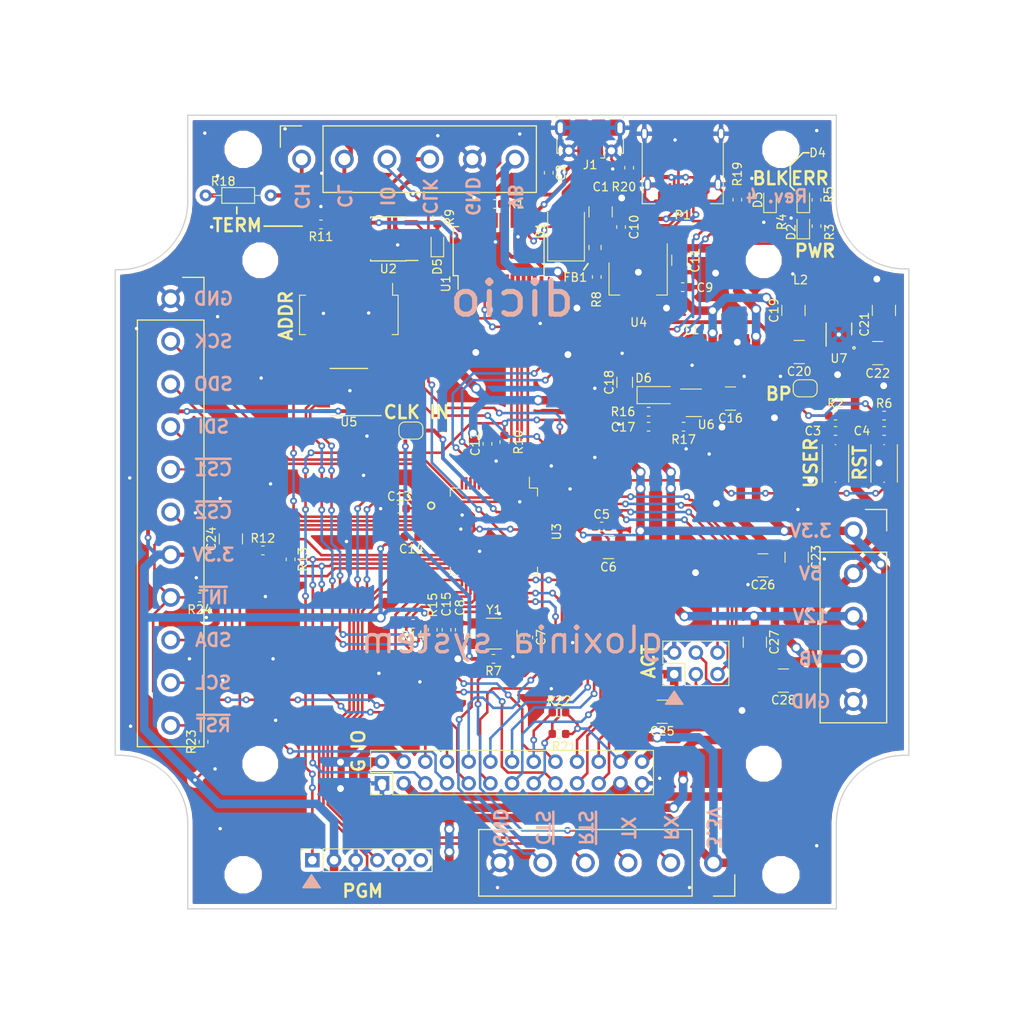
<source format=kicad_pcb>
(kicad_pcb (version 20171130) (host pcbnew 5.0.2-bee76a0~70~ubuntu18.04.1)
  (layers (0 F.Cu signal) (31 B.Cu signal) (34 B.Paste user) (35 F.Paste user) (36 B.SilkS user) (37 F.SilkS user) (38 B.Mask user) (39 F.Mask user) (44 Edge.Cuts user))
  (net 0 "")
  (net 1 +5V)
  (net 2 GND)
  (net 3 +3V3)
  (net 4 /GP6)
  (net 5 /SCL2)
  (net 6 /SDA2)
  (net 7 /SDO1)
  (net 8 /SDI1)
  (net 9 /SCK1)
  (net 10 /~MCLR)
  (net 11 /U1RX)
  (net 12 /U1TX)
  (net 13 /EN)
  (net 14 /SDA1)
  (net 15 /SCK2)
  (net 16 /SDI2)
  (net 17 /~U1CTS)
  (net 18 /~U1RTS)
  (net 19 /SCL1)
  (net 20 /SDO2)
  (net 21 /ETH_IO)
  (net 22 /CAN_L)
  (net 23 /CAN_H)
  (net 24 "Net-(D2-Pad2)")
  (net 25 /~RST_FTDI)
  (net 26 "Net-(C3-Pad1)")
  (net 27 "Net-(D3-Pad2)")
  (net 28 /BLINK)
  (net 29 /ERR)
  (net 30 "Net-(D4-Pad2)")
  (net 31 "Net-(C7-Pad2)")
  (net 32 "Net-(D5-Pad2)")
  (net 33 "Net-(R9-Pad1)")
  (net 34 "Net-(R10-Pad1)")
  (net 35 "Net-(C10-Pad1)")
  (net 36 "Net-(SW3-Pad16)")
  (net 37 "Net-(SW3-Pad15)")
  (net 38 "Net-(SW3-Pad14)")
  (net 39 "Net-(SW3-Pad13)")
  (net 40 "Net-(SW3-Pad12)")
  (net 41 "Net-(SW3-Pad11)")
  (net 42 "Net-(SW3-Pad10)")
  (net 43 "Net-(SW3-Pad9)")
  (net 44 /MCU_RXD)
  (net 45 "Net-(U1-Pad2)")
  (net 46 /MCU_~CTS)
  (net 47 /MCU_TXD)
  (net 48 "Net-(U1-Pad6)")
  (net 49 "Net-(U1-Pad9)")
  (net 50 "Net-(U1-Pad10)")
  (net 51 /MCU_~RTS)
  (net 52 "Net-(U1-Pad12)")
  (net 53 "Net-(U1-Pad13)")
  (net 54 "Net-(U1-Pad14)")
  (net 55 "Net-(C2-Pad2)")
  (net 56 "Net-(U1-Pad22)")
  (net 57 "Net-(U1-Pad27)")
  (net 58 "Net-(U1-Pad28)")
  (net 59 /C1TX)
  (net 60 /C1RX)
  (net 61 /PGC)
  (net 62 /PGD)
  (net 63 "Net-(C6-Pad1)")
  (net 64 "Net-(C1-Pad1)")
  (net 65 "Net-(J1-Pad4)")
  (net 66 /PGM)
  (net 67 VBUS)
  (net 68 /~CS2_2)
  (net 69 /~CS2_1)
  (net 70 "Net-(L2-Pad1)")
  (net 71 "Net-(L2-Pad2)")
  (net 72 "Net-(D6-Pad2)")
  (net 73 "Net-(C17-Pad2)")
  (net 74 +12V)
  (net 75 /~CS1)
  (net 76 /~CS2)
  (net 77 /~CS3)
  (net 78 /D0)
  (net 79 /SYNC)
  (net 80 /D2)
  (net 81 /D1)
  (net 82 /V_USBC)
  (net 83 "Net-(P1-PadA5)")
  (net 84 /D+)
  (net 85 /D-)
  (net 86 "Net-(P1-PadB5)")
  (net 87 "Net-(U3-Pad29)")
  (net 88 "Net-(U3-Pad16)")
  (net 89 "Net-(U3-Pad15)")
  (net 90 "Net-(U3-Pad14)")
  (net 91 "Net-(U3-Pad13)")
  (net 92 /~RST2)
  (net 93 /~RST1)
  (net 94 /~INT2)
  (net 95 /~INT1)
  (net 96 "Net-(U3-Pad8)")
  (net 97 /CLK)
  (net 98 /CLK_IN)
  (net 99 "Net-(U3-Pad28)")
  (net 100 "Net-(U3-Pad27)")
  (net 101 /E1)
  (net 102 /E2)
  (net 103 /E3)
  (module Jumper:SolderJumper-2_P1.3mm_Open_RoundedPad1.0x1.5mm (layer F.Cu) (at 119.35 70.5 180)
    (fp_text reference JP2 hide)
    (fp_text value Jumper)
    (pad 1 smd custom (at -0.65 0 180) (size 1 0.5) (layers F.Cu F.Mask) (net 67 VBUS) (options (clearance outline) (anchor rect)) (primitives (gr_circle (center 0 0.25) (end 0.5 0.25) (width 0)) (gr_circle (center 0 -0.25) (end 0.5 -0.25) (width 0)) (gr_poly (pts (xy 0 -0.75) (xy 0.5 -0.75) (xy 0.5 0.75) (xy 0 0.75)) (width 0))))
    (pad 2 smd custom (at 0.65 0 180) (size 1 0.5) (layers F.Cu F.Mask) (net 1 +5V) (options (clearance outline) (anchor rect)) (primitives (gr_circle (center 0 0.25) (end 0.5 0.25) (width 0)) (gr_circle (center 0 -0.25) (end 0.5 -0.25) (width 0)) (gr_poly (pts (xy 0 -0.75) (xy -0.5 -0.75) (xy -0.5 0.75) (xy 0 0.75)) (width 0))))
  )
  (module Capacitor_SMD:C_1210_3225Metric (layer F.Cu) (at 116.8 104.75 180)
    (fp_text reference C28 (at 0 -2.28 180) (layer F.SilkS))
    (fp_text value 10uF)
    (pad 2 smd roundrect (at 1.4 0 180) (size 1.25 2.65) (layers F.Cu F.Paste F.Mask) (roundrect_rratio 0.2) (net 2 GND))
    (pad 1 smd roundrect (at -1.4 0 180) (size 1.25 2.65) (layers F.Cu F.Paste F.Mask) (roundrect_rratio 0.2) (net 1 +5V))
  )
  (module Capacitor_SMD:C_1210_3225Metric (layer F.Cu) (at 113.45 100.25 270)
    (fp_text reference C27 (at 0 -2.28 270) (layer F.SilkS))
    (fp_text value 10uF)
    (pad 1 smd roundrect (at -1.4 0 270) (size 1.25 2.65) (layers F.Cu F.Paste F.Mask) (roundrect_rratio 0.2) (net 74 +12V))
    (pad 2 smd roundrect (at 1.4 0 270) (size 1.25 2.65) (layers F.Cu F.Paste F.Mask) (roundrect_rratio 0.2) (net 2 GND))
  )
  (module Capacitor_SMD:C_1210_3225Metric (layer F.Cu) (at 114.4 91.25 180)
    (fp_text reference C26 (at 0 -2.28 180) (layer F.SilkS))
    (fp_text value 10uF)
    (pad 2 smd roundrect (at 1.4 0 180) (size 1.25 2.65) (layers F.Cu F.Paste F.Mask) (roundrect_rratio 0.2) (net 2 GND))
    (pad 1 smd roundrect (at -1.4 0 180) (size 1.25 2.65) (layers F.Cu F.Paste F.Mask) (roundrect_rratio 0.2) (net 67 VBUS))
  )
  (module Capacitor_SMD:C_1210_3225Metric (layer F.Cu) (at 102.6 108.4 180)
    (fp_text reference C25 (at 0 -2.28 180) (layer F.SilkS))
    (fp_text value 10uF)
    (pad 1 smd roundrect (at -1.4 0 180) (size 1.25 2.65) (layers F.Cu F.Paste F.Mask) (roundrect_rratio 0.2) (net 3 +3V3))
    (pad 2 smd roundrect (at 1.4 0 180) (size 1.25 2.65) (layers F.Cu F.Paste F.Mask) (roundrect_rratio 0.2) (net 2 GND))
  )
  (module Capacitor_SMD:C_1210_3225Metric (layer F.Cu) (at 52.05 88.15 90)
    (fp_text reference C24 (at 0 -2.28 90) (layer F.SilkS))
    (fp_text value 10uF)
    (pad 2 smd roundrect (at 1.4 0 90) (size 1.25 2.65) (layers F.Cu F.Paste F.Mask) (roundrect_rratio 0.2) (net 2 GND))
    (pad 1 smd roundrect (at -1.4 0 90) (size 1.25 2.65) (layers F.Cu F.Paste F.Mask) (roundrect_rratio 0.2) (net 3 +3V3))
  )
  (module Capacitor_SMD:C_1210_3225Metric (layer F.Cu) (at 118.35 90.3 270)
    (fp_text reference C23 (at 0 -2.28 270) (layer F.SilkS))
    (fp_text value 10uF)
    (pad 1 smd roundrect (at -1.4 0 270) (size 1.25 2.65) (layers F.Cu F.Paste F.Mask) (roundrect_rratio 0.2) (net 3 +3V3))
    (pad 2 smd roundrect (at 1.4 0 270) (size 1.25 2.65) (layers F.Cu F.Paste F.Mask) (roundrect_rratio 0.2) (net 2 GND))
  )
  (module Resistor_SMD:R_0603_1608Metric (layer F.Cu) (at 90.5 111 180)
    (fp_text reference R21 (at -0.6 -1.475 180) (layer F.SilkS))
    (fp_text value 4.9k)
    (pad 2 smd roundrect (at 0.7875 0 180) (size 0.875 0.95) (layers F.Cu F.Paste F.Mask) (net 93 /~RST1))
    (pad 1 smd roundrect (at -0.7875 0 180) (size 0.875 0.95) (layers F.Cu F.Paste F.Mask) (net 3 +3V3))
  )
  (module Resistor_SMD:R_0603_1608Metric (layer F.Cu) (at 90.5 108.475 180)
    (fp_text reference R22 (at 0 1.375 180) (layer F.SilkS))
    (fp_text value 4.9k)
    (pad 1 smd roundrect (at -0.7875 0 180) (size 0.875 0.95) (layers F.Cu F.Paste F.Mask) (net 3 +3V3))
    (pad 2 smd roundrect (at 0.7875 0 180) (size 0.875 0.95) (layers F.Cu F.Paste F.Mask) (net 95 /~INT1))
  )
  (module Resistor_SMD:R_0603_1608Metric (layer F.Cu) (at 48.85 111.925 90)
    (fp_text reference R23 (at 0 -1.43 90) (layer F.SilkS))
    (fp_text value 4.9k)
    (pad 2 smd roundrect (at 0.7875 0 90) (size 0.875 0.95) (layers F.Cu F.Paste F.Mask) (net 92 /~RST2))
    (pad 1 smd roundrect (at -0.7875 0 90) (size 0.875 0.95) (layers F.Cu F.Paste F.Mask) (net 3 +3V3))
  )
  (module Resistor_SMD:R_0603_1608Metric (layer F.Cu) (at 48.4 95 180)
    (fp_text reference R24 (at 0 -1.43 180) (layer F.SilkS))
    (fp_text value 4.9k)
    (pad 1 smd roundrect (at -0.7875 0 180) (size 0.875 0.95) (layers F.Cu F.Paste F.Mask) (net 3 +3V3))
    (pad 2 smd roundrect (at 0.7875 0 180) (size 0.875 0.95) (layers F.Cu F.Paste F.Mask) (net 94 /~INT2))
  )
  (module Connector_PinHeader_2.54mm:PinHeader_2x03_P2.54mm_Vertical (layer F.Cu) (at 104 104 90)
    (fp_text reference J5 hide)
    (fp_text value Conn_02x03_Odd_Even)
    (pad 1 thru_hole rect (at 0 0 90) (size 1.7 1.7) (drill 1) (layers *.Cu *.Mask) (net 3 +3V3))
    (pad 2 thru_hole oval (at 2.54 0 90) (size 1.7 1.7) (drill 1) (layers *.Cu *.Mask) (net 2 GND))
    (pad 3 thru_hole oval (at 0 2.54 90) (size 1.7 1.7) (drill 1) (layers *.Cu *.Mask) (net 97 /CLK))
    (pad 4 thru_hole oval (at 2.54 2.54 90) (size 1.7 1.7) (drill 1) (layers *.Cu *.Mask) (net 101 /E1))
    (pad 5 thru_hole oval (at 0 5.08 90) (size 1.7 1.7) (drill 1) (layers *.Cu *.Mask) (net 102 /E2))
    (pad 6 thru_hole oval (at 2.54 5.08 90) (size 1.7 1.7) (drill 1) (layers *.Cu *.Mask) (net 103 /E3))
  )
  (module custom_footprints:Enclosure-Hammond-1554LA (layer F.Cu) (at 85 85)
    (fp_text reference N1 hide)
    (fp_text value Housing)
    (pad "" np_thru_hole circle (at 31.5 -42.5) (size 3.37 3.37) (drill 3.37) (layers *.Cu *.Mask))
    (pad "" np_thru_hole circle (at -31.5 -42.5) (size 3.37 3.37) (drill 3.37) (layers *.Cu *.Mask))
    (pad "" np_thru_hole circle (at -31.5 42.5) (size 3.37 3.37) (drill 3.37) (layers *.Cu *.Mask))
    (pad "" np_thru_hole circle (at 31.5 42.5) (size 3.37 3.37) (drill 3.37) (layers *.Cu *.Mask))
  )
  (module custom_footprints:TB003-500-06 (layer F.Cu) (at 72.85 43.65)
    (fp_text reference J3 hide)
    (fp_text value Screw_Terminal_01x06)
    (pad 6 thru_hole circle (at 12.5 0) (size 2.2 2.2) (drill 1.4) (layers *.Cu *.Mask) (net 67 VBUS))
    (pad 5 thru_hole circle (at 7.5 0) (size 2.2 2.2) (drill 1.4) (layers *.Cu *.Mask) (net 2 GND))
    (pad 4 thru_hole circle (at 2.5 0) (size 2.2 2.2) (drill 1.4) (layers *.Cu *.Mask) (net 97 /CLK))
    (pad 3 thru_hole circle (at -2.5 0) (size 2.2 2.2) (drill 1.4) (layers *.Cu *.Mask) (net 21 /ETH_IO))
    (pad 2 thru_hole circle (at -7.5 0) (size 2.2 2.2) (drill 1.4) (layers *.Cu *.Mask) (net 22 /CAN_L))
    (pad 1 thru_hole circle (at -12.5 0) (size 2.2 2.2) (drill 1.4) (layers *.Cu *.Mask) (net 23 /CAN_H))
  )
  (module Jumper:SolderJumper-2_P1.3mm_Open_RoundedPad1.0x1.5mm (layer F.Cu) (at 73.15 75.45)
    (fp_text reference JP1 hide)
    (fp_text value Jumper_NC_Small)
    (pad 1 smd custom (at -0.65 0) (size 1 0.5) (layers F.Cu F.Mask) (net 98 /CLK_IN) (options (clearance outline) (anchor rect)) (primitives (gr_circle (center 0 0.25) (end 0.5 0.25) (width 0)) (gr_circle (center 0 -0.25) (end 0.5 -0.25) (width 0)) (gr_poly (pts (xy 0 -0.75) (xy 0.5 -0.75) (xy 0.5 0.75) (xy 0 0.75)) (width 0))))
    (pad 2 smd custom (at 0.65 0) (size 1 0.5) (layers F.Cu F.Mask) (net 97 /CLK) (options (clearance outline) (anchor rect)) (primitives (gr_circle (center 0 0.25) (end 0.5 0.25) (width 0)) (gr_circle (center 0 -0.25) (end 0.5 -0.25) (width 0)) (gr_poly (pts (xy 0 -0.75) (xy -0.5 -0.75) (xy -0.5 0.75) (xy 0 0.75)) (width 0))))
  )
  (module Resistor_SMD:R_0603_1608Metric (layer F.Cu) (at 82.825 102.2 180)
    (fp_text reference R7 (at 0 -1.43 180) (layer F.SilkS))
    (fp_text value 1M)
    (pad 1 smd roundrect (at -0.7875 0 180) (size 0.875 0.95) (layers F.Cu F.Paste F.Mask) (net 31 "Net-(C7-Pad2)"))
    (pad 2 smd roundrect (at 0.7875 0 180) (size 0.875 0.95) (layers F.Cu F.Paste F.Mask) (net 98 /CLK_IN))
  )
  (module Resistor_SMD:R_0603_1608Metric (layer F.Cu) (at 128.6 73.7)
    (fp_text reference R6 (at 0 -1.43) (layer F.SilkS))
    (fp_text value 10k)
    (pad 2 smd roundrect (at 0.7875 0) (size 0.875 0.95) (layers F.Cu F.Paste F.Mask) (net 10 /~MCLR))
    (pad 1 smd roundrect (at -0.7875 0) (size 0.875 0.95) (layers F.Cu F.Paste F.Mask) (net 3 +3V3))
  )
  (module Resistor_SMD:R_0603_1608Metric (layer F.Cu) (at 120.675426 48.425 90)
    (fp_text reference R5 (at 0.625 1.424574 90) (layer F.SilkS))
    (fp_text value 750)
    (pad 1 smd roundrect (at -0.7875 0 90) (size 0.875 0.95) (layers F.Cu F.Paste F.Mask) (net 29 /ERR))
    (pad 2 smd roundrect (at 0.7875 0 90) (size 0.875 0.95) (layers F.Cu F.Paste F.Mask) (net 30 "Net-(D4-Pad2)"))
  )
  (module Resistor_SMD:R_0603_1608Metric (layer F.Cu) (at 116.775 48.425 90)
    (fp_text reference R4 (at -2.575 -0.175 90) (layer F.SilkS))
    (fp_text value 750)
    (pad 2 smd roundrect (at 0.7875 0 90) (size 0.875 0.95) (layers F.Cu F.Paste F.Mask) (net 27 "Net-(D3-Pad2)"))
    (pad 1 smd roundrect (at -0.7875 0 90) (size 0.875 0.95) (layers F.Cu F.Paste F.Mask) (net 28 /BLINK))
  )
  (module Resistor_SMD:R_0603_1608Metric (layer F.Cu) (at 120.675426 51.5 90)
    (fp_text reference R3 (at -0.7 1.524574 90) (layer F.SilkS))
    (fp_text value 750)
    (pad 1 smd roundrect (at -0.7875 0 90) (size 0.875 0.95) (layers F.Cu F.Paste F.Mask) (net 3 +3V3))
    (pad 2 smd roundrect (at 0.7875 0 90) (size 0.875 0.95) (layers F.Cu F.Paste F.Mask) (net 24 "Net-(D2-Pad2)"))
  )
  (module Resistor_SMD:R_0603_1608Metric (layer F.Cu) (at 122.9 73.7)
    (fp_text reference R2 (at 0 -1.43) (layer F.SilkS))
    (fp_text value 10k)
    (pad 2 smd roundrect (at 0.7875 0) (size 0.875 0.95) (layers F.Cu F.Paste F.Mask) (net 26 "Net-(C3-Pad1)"))
    (pad 1 smd roundrect (at -0.7875 0) (size 0.875 0.95) (layers F.Cu F.Paste F.Mask) (net 3 +3V3))
  )
  (module Resistor_SMD:R_0603_1608Metric (layer F.Cu) (at 83 48.9 180)
    (fp_text reference R1 (at -2.5 0 180) (layer F.SilkS))
    (fp_text value 10k)
    (pad 1 smd roundrect (at -0.7875 0 180) (size 0.875 0.95) (layers F.Cu F.Paste F.Mask) (net 25 /~RST_FTDI))
    (pad 2 smd roundrect (at 0.7875 0 180) (size 0.875 0.95) (layers F.Cu F.Paste F.Mask) (net 67 VBUS))
  )
  (module Resistor_SMD:R_0603_1608Metric (layer F.Cu) (at 76.25 50.45 270)
    (fp_text reference R9 (at 0 -1.43 270) (layer F.SilkS))
    (fp_text value 750)
    (pad 2 smd roundrect (at 0.7875 0 270) (size 0.875 0.95) (layers F.Cu F.Paste F.Mask) (net 32 "Net-(D5-Pad2)"))
    (pad 1 smd roundrect (at -0.7875 0 270) (size 0.875 0.95) (layers F.Cu F.Paste F.Mask) (net 33 "Net-(R9-Pad1)"))
  )
  (module Resistor_SMD:R_0603_1608Metric (layer F.Cu) (at 59.05 90.55 270)
    (fp_text reference R13 (at 0 -1.43 270) (layer F.SilkS))
    (fp_text value 4.9k)
    (pad 1 smd roundrect (at -0.7875 0 270) (size 0.875 0.95) (layers F.Cu F.Paste F.Mask) (net 3 +3V3))
    (pad 2 smd roundrect (at 0.7875 0 270) (size 0.875 0.95) (layers F.Cu F.Paste F.Mask) (net 5 /SCL2))
  )
  (module Resistor_SMD:R_0603_1608Metric (layer F.Cu) (at 94.925 57.45 270)
    (fp_text reference R8 (at 2.65 0.025 270) (layer F.SilkS))
    (fp_text value 10k)
    (pad 2 smd roundrect (at 0.7875 0 270) (size 0.875 0.95) (layers F.Cu F.Paste F.Mask) (net 13 /EN))
    (pad 1 smd roundrect (at -0.7875 0 270) (size 0.875 0.95) (layers F.Cu F.Paste F.Mask) (net 67 VBUS))
  )
  (module Resistor_SMD:R_0603_1608Metric (layer F.Cu) (at 73.4 98.1 180)
    (fp_text reference R14 (at 0 -1.43 180) (layer F.SilkS))
    (fp_text value 4.9k)
    (pad 1 smd roundrect (at -0.7875 0 180) (size 0.875 0.95) (layers F.Cu F.Paste F.Mask) (net 3 +3V3))
    (pad 2 smd roundrect (at 0.7875 0 180) (size 0.875 0.95) (layers F.Cu F.Paste F.Mask) (net 14 /SDA1))
  )
  (module Resistor_SMD:R_0603_1608Metric (layer F.Cu) (at 75.7 98.8 270)
    (fp_text reference R15 (at -2.9 0 270) (layer F.SilkS))
    (fp_text value 4.9k)
    (pad 2 smd roundrect (at 0.7875 0 270) (size 0.875 0.95) (layers F.Cu F.Paste F.Mask) (net 19 /SCL1))
    (pad 1 smd roundrect (at -0.7875 0 270) (size 0.875 0.95) (layers F.Cu F.Paste F.Mask) (net 3 +3V3))
  )
  (module Resistor_SMD:R_0603_1608Metric (layer F.Cu) (at 62.6 51.3 180)
    (fp_text reference R11 (at 0 -1.43 180) (layer F.SilkS))
    (fp_text value 120)
    (pad 1 smd roundrect (at -0.7875 0 180) (size 0.875 0.95) (layers F.Cu F.Paste F.Mask) (net 22 /CAN_L))
    (pad 2 smd roundrect (at 0.7875 0 180) (size 0.875 0.95) (layers F.Cu F.Paste F.Mask) (net 23 /CAN_H))
  )
  (module Resistor_SMD:R_0603_1608Metric (layer F.Cu) (at 84.1 76.8 90)
    (fp_text reference R10 (at 0 1.65 90) (layer F.SilkS))
    (fp_text value 270R)
    (pad 2 smd roundrect (at 0.7875 0 90) (size 0.875 0.95) (layers F.Cu F.Paste F.Mask) (net 10 /~MCLR))
    (pad 1 smd roundrect (at -0.7875 0 90) (size 0.875 0.95) (layers F.Cu F.Paste F.Mask) (net 34 "Net-(R10-Pad1)"))
  )
  (module Resistor_SMD:R_0603_1608Metric (layer F.Cu) (at 55.8 89.5)
    (fp_text reference R12 (at 0 -1.43) (layer F.SilkS))
    (fp_text value 4.9k)
    (pad 1 smd roundrect (at -0.7875 0) (size 0.875 0.95) (layers F.Cu F.Paste F.Mask) (net 3 +3V3))
    (pad 2 smd roundrect (at 0.7875 0) (size 0.875 0.95) (layers F.Cu F.Paste F.Mask) (net 6 /SDA2))
  )
  (module custom_footprints:L_6.5mmx4.5mm_Bourns (layer F.Cu) (at 106.1 67.3 180)
    (fp_text reference L1 (at 0 3.65 180) (layer F.SilkS))
    (fp_text value 10uH)
    (pad 2 smd rect (at 3.25 0 180) (size 2 3.2) (layers F.Cu F.Paste F.Mask) (net 72 "Net-(D6-Pad2)"))
    (pad 1 smd rect (at -3.25 0 180) (size 2 3.2) (layers F.Cu F.Paste F.Mask) (net 67 VBUS))
  )
  (module custom_footprints:TB003-500-11 (layer F.Cu) (at 45 85 270)
    (fp_text reference J4 hide)
    (fp_text value Screw_Terminal_01x11)
    (pad 11 thru_hole circle (at 25 0 270) (size 2.2 2.2) (drill 1.4) (layers *.Cu *.Mask) (net 92 /~RST2))
    (pad 1 thru_hole circle (at -25 0 270) (size 2.2 2.2) (drill 1.4) (layers *.Cu *.Mask) (net 2 GND))
    (pad 2 thru_hole circle (at -20 0 270) (size 2.2 2.2) (drill 1.4) (layers *.Cu *.Mask) (net 15 /SCK2))
    (pad 10 thru_hole circle (at 20 0 270) (size 2.2 2.2) (drill 1.4) (layers *.Cu *.Mask) (net 5 /SCL2))
    (pad 9 thru_hole circle (at 15 0 270) (size 2.2 2.2) (drill 1.4) (layers *.Cu *.Mask) (net 6 /SDA2))
    (pad 8 thru_hole circle (at 10 0 270) (size 2.2 2.2) (drill 1.4) (layers *.Cu *.Mask) (net 94 /~INT2))
    (pad 7 thru_hole circle (at 5 0 270) (size 2.2 2.2) (drill 1.4) (layers *.Cu *.Mask) (net 3 +3V3))
    (pad 6 thru_hole circle (at 0 0 270) (size 2.2 2.2) (drill 1.4) (layers *.Cu *.Mask) (net 68 /~CS2_2))
    (pad 5 thru_hole circle (at -5 0 270) (size 2.2 2.2) (drill 1.4) (layers *.Cu *.Mask) (net 69 /~CS2_1))
    (pad 4 thru_hole circle (at -10 0 270) (size 2.2 2.2) (drill 1.4) (layers *.Cu *.Mask) (net 16 /SDI2))
    (pad 3 thru_hole circle (at -15 0 270) (size 2.2 2.2) (drill 1.4) (layers *.Cu *.Mask) (net 20 /SDO2))
  )
  (module Package_QFP:TQFP-64_10x10mm_P0.5mm (layer F.Cu) (at 82.875 87.3 270)
    (fp_text reference U3 (at 0 -7.35 270) (layer F.SilkS))
    (fp_text value dsPIC33EP512MC806)
    (pad 64 smd roundrect (at -3.75 -5.6625 270) (size 0.3 1.475) (layers F.Cu F.Paste F.Mask) (net 59 /C1TX))
    (pad 63 smd roundrect (at -3.25 -5.6625 270) (size 0.3 1.475) (layers F.Cu F.Paste F.Mask) (net 60 /C1RX))
    (pad 62 smd roundrect (at -2.75 -5.6625 270) (size 0.3 1.475) (layers F.Cu F.Paste F.Mask) (net 97 /CLK))
    (pad 61 smd roundrect (at -2.25 -5.6625 270) (size 0.3 1.475) (layers F.Cu F.Paste F.Mask) (net 101 /E1))
    (pad 60 smd roundrect (at -1.75 -5.6625 270) (size 0.3 1.475) (layers F.Cu F.Paste F.Mask) (net 102 /E2))
    (pad 59 smd roundrect (at -1.25 -5.6625 270) (size 0.3 1.475) (layers F.Cu F.Paste F.Mask) (net 103 /E3))
    (pad 58 smd roundrect (at -0.75 -5.6625 270) (size 0.3 1.475) (layers F.Cu F.Paste F.Mask) (net 80 /D2))
    (pad 57 smd roundrect (at -0.25 -5.6625 270) (size 0.3 1.475) (layers F.Cu F.Paste F.Mask) (net 3 +3V3))
    (pad 56 smd roundrect (at 0.25 -5.6625 270) (size 0.3 1.475) (layers F.Cu F.Paste F.Mask) (net 63 "Net-(C6-Pad1)"))
    (pad 55 smd roundrect (at 0.75 -5.6625 270) (size 0.3 1.475) (layers F.Cu F.Paste F.Mask) (net 81 /D1))
    (pad 54 smd roundrect (at 1.25 -5.6625 270) (size 0.3 1.475) (layers F.Cu F.Paste F.Mask) (net 78 /D0))
    (pad 53 smd roundrect (at 1.75 -5.6625 270) (size 0.3 1.475) (layers F.Cu F.Paste F.Mask) (net 79 /SYNC))
    (pad 52 smd roundrect (at 2.25 -5.6625 270) (size 0.3 1.475) (layers F.Cu F.Paste F.Mask) (net 76 /~CS2))
    (pad 51 smd roundrect (at 2.75 -5.6625 270) (size 0.3 1.475) (layers F.Cu F.Paste F.Mask) (net 77 /~CS3))
    (pad 50 smd roundrect (at 3.25 -5.6625 270) (size 0.3 1.475) (layers F.Cu F.Paste F.Mask) (net 75 /~CS1))
    (pad 49 smd roundrect (at 3.75 -5.6625 270) (size 0.3 1.475) (layers F.Cu F.Paste F.Mask) (net 7 /SDO1))
    (pad 48 smd roundrect (at 5.6625 -3.75 270) (size 1.475 0.3) (layers F.Cu F.Paste F.Mask) (net 93 /~RST1))
    (pad 47 smd roundrect (at 5.6625 -3.25 270) (size 1.475 0.3) (layers F.Cu F.Paste F.Mask) (net 95 /~INT1))
    (pad 46 smd roundrect (at 5.6625 -2.75 270) (size 1.475 0.3) (layers F.Cu F.Paste F.Mask) (net 21 /ETH_IO))
    (pad 45 smd roundrect (at 5.6625 -2.25 270) (size 1.475 0.3) (layers F.Cu F.Paste F.Mask) (net 8 /SDI1))
    (pad 44 smd roundrect (at 5.6625 -1.75 270) (size 1.475 0.3) (layers F.Cu F.Paste F.Mask) (net 11 /U1RX))
    (pad 43 smd roundrect (at 5.6625 -1.25 270) (size 1.475 0.3) (layers F.Cu F.Paste F.Mask) (net 17 /~U1CTS))
    (pad 42 smd roundrect (at 5.6625 -0.75 270) (size 1.475 0.3) (layers F.Cu F.Paste F.Mask) (net 92 /~RST2))
    (pad 41 smd roundrect (at 5.6625 -0.25 270) (size 1.475 0.3) (layers F.Cu F.Paste F.Mask) (net 2 GND))
    (pad 40 smd roundrect (at 5.6625 0.25 270) (size 1.475 0.3) (layers F.Cu F.Paste F.Mask) (net 31 "Net-(C7-Pad2)"))
    (pad 39 smd roundrect (at 5.6625 0.75 270) (size 1.475 0.3) (layers F.Cu F.Paste F.Mask) (net 98 /CLK_IN))
    (pad 38 smd roundrect (at 5.6625 1.25 270) (size 1.475 0.3) (layers F.Cu F.Paste F.Mask) (net 3 +3V3))
    (pad 37 smd roundrect (at 5.6625 1.75 270) (size 1.475 0.3) (layers F.Cu F.Paste F.Mask) (net 19 /SCL1))
    (pad 36 smd roundrect (at 5.6625 2.25 270) (size 1.475 0.3) (layers F.Cu F.Paste F.Mask) (net 14 /SDA1))
    (pad 35 smd roundrect (at 5.6625 2.75 270) (size 1.475 0.3) (layers F.Cu F.Paste F.Mask) (net 9 /SCK1))
    (pad 34 smd roundrect (at 5.6625 3.25 270) (size 1.475 0.3) (layers F.Cu F.Paste F.Mask) (net 12 /U1TX))
    (pad 33 smd roundrect (at 5.6625 3.75 270) (size 1.475 0.3) (layers F.Cu F.Paste F.Mask) (net 18 /~U1RTS))
    (pad 32 smd roundrect (at 3.75 5.6625 270) (size 0.3 1.475) (layers F.Cu F.Paste F.Mask) (net 5 /SCL2))
    (pad 31 smd roundrect (at 3.25 5.6625 270) (size 0.3 1.475) (layers F.Cu F.Paste F.Mask) (net 6 /SDA2))
    (pad 30 smd roundrect (at 2.75 5.6625 270) (size 0.3 1.475) (layers F.Cu F.Paste F.Mask) (net 94 /~INT2))
    (pad 29 smd roundrect (at 2.25 5.6625 270) (size 0.3 1.475) (layers F.Cu F.Paste F.Mask) (net 87 "Net-(U3-Pad29)"))
    (pad 28 smd roundrect (at 1.75 5.6625 270) (size 0.3 1.475) (layers F.Cu F.Paste F.Mask) (net 99 "Net-(U3-Pad28)"))
    (pad 27 smd roundrect (at 1.25 5.6625 270) (size 0.3 1.475) (layers F.Cu F.Paste F.Mask) (net 100 "Net-(U3-Pad27)"))
    (pad 26 smd roundrect (at 0.75 5.6625 270) (size 0.3 1.475) (layers F.Cu F.Paste F.Mask) (net 3 +3V3))
    (pad 25 smd roundrect (at 0.25 5.6625 270) (size 0.3 1.475) (layers F.Cu F.Paste F.Mask) (net 2 GND))
    (pad 24 smd roundrect (at -0.25 5.6625 270) (size 0.3 1.475) (layers F.Cu F.Paste F.Mask) (net 68 /~CS2_2))
    (pad 23 smd roundrect (at -0.75 5.6625 270) (size 0.3 1.475) (layers F.Cu F.Paste F.Mask) (net 69 /~CS2_1))
    (pad 22 smd roundrect (at -1.25 5.6625 270) (size 0.3 1.475) (layers F.Cu F.Paste F.Mask) (net 16 /SDI2))
    (pad 21 smd roundrect (at -1.75 5.6625 270) (size 0.3 1.475) (layers F.Cu F.Paste F.Mask) (net 4 /GP6))
    (pad 20 smd roundrect (at -2.25 5.6625 270) (size 0.3 1.475) (layers F.Cu F.Paste F.Mask) (net 2 GND))
    (pad 19 smd roundrect (at -2.75 5.6625 270) (size 0.3 1.475) (layers F.Cu F.Paste F.Mask) (net 3 +3V3))
    (pad 18 smd roundrect (at -3.25 5.6625 270) (size 0.3 1.475) (layers F.Cu F.Paste F.Mask) (net 62 /PGD))
    (pad 17 smd roundrect (at -3.75 5.6625 270) (size 0.3 1.475) (layers F.Cu F.Paste F.Mask) (net 61 /PGC))
    (pad 16 smd roundrect (at -5.6625 3.75 270) (size 1.475 0.3) (layers F.Cu F.Paste F.Mask) (net 88 "Net-(U3-Pad16)"))
    (pad 15 smd roundrect (at -5.6625 3.25 270) (size 1.475 0.3) (layers F.Cu F.Paste F.Mask) (net 89 "Net-(U3-Pad15)"))
    (pad 14 smd roundrect (at -5.6625 2.75 270) (size 1.475 0.3) (layers F.Cu F.Paste F.Mask) (net 90 "Net-(U3-Pad14)"))
    (pad 13 smd roundrect (at -5.6625 2.25 270) (size 1.475 0.3) (layers F.Cu F.Paste F.Mask) (net 91 "Net-(U3-Pad13)"))
    (pad 12 smd roundrect (at -5.6625 1.75 270) (size 1.475 0.3) (layers F.Cu F.Paste F.Mask) (net 29 /ERR))
    (pad 11 smd roundrect (at -5.6625 1.25 270) (size 1.475 0.3) (layers F.Cu F.Paste F.Mask) (net 28 /BLINK))
    (pad 10 smd roundrect (at -5.6625 0.75 270) (size 1.475 0.3) (layers F.Cu F.Paste F.Mask) (net 3 +3V3))
    (pad 9 smd roundrect (at -5.6625 0.25 270) (size 1.475 0.3) (layers F.Cu F.Paste F.Mask) (net 2 GND))
    (pad 8 smd roundrect (at -5.6625 -0.25 270) (size 1.475 0.3) (layers F.Cu F.Paste F.Mask) (net 96 "Net-(U3-Pad8)"))
    (pad 7 smd roundrect (at -5.6625 -0.75 270) (size 1.475 0.3) (layers F.Cu F.Paste F.Mask) (net 34 "Net-(R10-Pad1)"))
    (pad 6 smd roundrect (at -5.6625 -1.25 270) (size 1.475 0.3) (layers F.Cu F.Paste F.Mask) (net 15 /SCK2))
    (pad 5 smd roundrect (at -5.6625 -1.75 270) (size 1.475 0.3) (layers F.Cu F.Paste F.Mask) (net 44 /MCU_RXD))
    (pad 4 smd roundrect (at -5.6625 -2.25 270) (size 1.475 0.3) (layers F.Cu F.Paste F.Mask) (net 20 /SDO2))
    (pad 3 smd roundrect (at -5.6625 -2.75 270) (size 1.475 0.3) (layers F.Cu F.Paste F.Mask) (net 47 /MCU_TXD))
    (pad 2 smd roundrect (at -5.6625 -3.25 270) (size 1.475 0.3) (layers F.Cu F.Paste F.Mask) (net 46 /MCU_~CTS))
    (pad 1 smd roundrect (at -5.6625 -3.75 270) (size 1.475 0.3) (layers F.Cu F.Paste F.Mask) (net 51 /MCU_~RTS))
  )
  (module custom_footprints:TB003-500-06 (layer F.Cu) (at 96.1 126.1 180)
    (fp_text reference J7 hide)
    (fp_text value Screw_Terminal_01x09)
    (pad 1 thru_hole circle (at -12.5 0 180) (size 2.2 2.2) (drill 1.4) (layers *.Cu *.Mask) (net 3 +3V3))
    (pad 2 thru_hole circle (at -7.5 0 180) (size 2.2 2.2) (drill 1.4) (layers *.Cu *.Mask) (net 11 /U1RX))
    (pad 3 thru_hole circle (at -2.5 0 180) (size 2.2 2.2) (drill 1.4) (layers *.Cu *.Mask) (net 12 /U1TX))
    (pad 4 thru_hole circle (at 2.5 0 180) (size 2.2 2.2) (drill 1.4) (layers *.Cu *.Mask) (net 18 /~U1RTS))
    (pad 5 thru_hole circle (at 7.5 0 180) (size 2.2 2.2) (drill 1.4) (layers *.Cu *.Mask) (net 17 /~U1CTS))
    (pad 6 thru_hole circle (at 12.5 0 180) (size 2.2 2.2) (drill 1.4) (layers *.Cu *.Mask) (net 2 GND))
  )
  (module Capacitor_SMD:C_1206_3216Metric (layer F.Cu) (at 98.2 69.8 90)
    (fp_text reference C18 (at 0 -1.82 90) (layer F.SilkS))
    (fp_text value 1uF)
    (pad 2 smd roundrect (at 1.4 0 90) (size 1.25 1.75) (layers F.Cu F.Paste F.Mask) (roundrect_rratio 0.2) (net 2 GND))
    (pad 1 smd roundrect (at -1.4 0 90) (size 1.25 1.75) (layers F.Cu F.Paste F.Mask) (roundrect_rratio 0.2) (net 74 +12V))
  )
  (module Resistor_SMD:R_0603_1608Metric (layer F.Cu) (at 111.4 48.4 90)
    (fp_text reference R19 (at 3 0 90) (layer F.SilkS))
    (fp_text value 5.1k)
    (pad 1 smd roundrect (at -0.7875 0 90) (size 0.875 0.95) (layers F.Cu F.Paste F.Mask) (net 83 "Net-(P1-PadA5)"))
    (pad 2 smd roundrect (at 0.7875 0 90) (size 0.875 0.95) (layers F.Cu F.Paste F.Mask) (net 2 GND))
  )
  (module Resistor_SMD:R_0603_1608Metric (layer F.Cu) (at 98.725 44.65 90)
    (fp_text reference R20 (at -2.25 -0.625 180) (layer F.SilkS))
    (fp_text value 5.1k)
    (pad 2 smd roundrect (at 0.7875 0 90) (size 0.875 0.95) (layers F.Cu F.Paste F.Mask) (net 86 "Net-(P1-PadB5)"))
    (pad 1 smd roundrect (at -0.7875 0 90) (size 0.875 0.95) (layers F.Cu F.Paste F.Mask) (net 2 GND))
  )
  (module custom_footprints:USB_C_Receptacle_Amphenol_12401832E402A (layer F.Cu) (at 105 43.5 180)
    (fp_text reference P1 (at 0 -6.7 180) (layer F.SilkS))
    (fp_text value USB_C_Plug_USB2.0)
    (pad B12 smd rect (at -3 -3.32 180) (size 0.3 0.7) (layers F.Cu F.Paste F.Mask) (net 2 GND))
    (pad B11 smd rect (at -2.5 -3.32 180) (size 0.3 0.7) (layers F.Cu F.Paste F.Mask))
    (pad B10 smd rect (at -2 -3.32 180) (size 0.3 0.7) (layers F.Cu F.Paste F.Mask))
    (pad B9 smd rect (at -1.5 -3.32 180) (size 0.3 0.7) (layers F.Cu F.Paste F.Mask) (net 82 /V_USBC))
    (pad B8 smd rect (at -1 -3.32 180) (size 0.3 0.7) (layers F.Cu F.Paste F.Mask))
    (pad B7 smd rect (at -0.5 -3.32 180) (size 0.3 0.7) (layers F.Cu F.Paste F.Mask))
    (pad B6 smd rect (at 0 -3.32 180) (size 0.3 0.7) (layers F.Cu F.Paste F.Mask))
    (pad B5 smd rect (at 0.5 -3.32 180) (size 0.3 0.7) (layers F.Cu F.Paste F.Mask) (net 86 "Net-(P1-PadB5)"))
    (pad B4 smd rect (at 1 -3.32 180) (size 0.3 0.7) (layers F.Cu F.Paste F.Mask) (net 82 /V_USBC))
    (pad B3 smd rect (at 1.5 -3.32 180) (size 0.3 0.7) (layers F.Cu F.Paste F.Mask))
    (pad B2 smd rect (at 2 -3.32 180) (size 0.3 0.7) (layers F.Cu F.Paste F.Mask))
    (pad "" np_thru_hole circle (at -3.6 -4.36 180) (size 0.65 0.65) (drill 0.65) (layers *.Cu *.Mask))
    (pad "" np_thru_hole oval (at 3.6 -4.36 180) (size 0.95 0.65) (drill oval 0.95 0.65) (layers *.Cu *.Mask))
    (pad S1 thru_hole oval (at -4.49 2.84 180) (size 0.8 1.4) (drill oval 0.5 1.1) (layers *.Cu *.Mask) (net 2 GND))
    (pad S1 thru_hole oval (at 4.49 2.84 180) (size 0.8 1.4) (drill oval 0.5 1.1) (layers *.Cu *.Mask) (net 2 GND))
    (pad S1 thru_hole oval (at 4.13 -3.11 180) (size 0.8 1.4) (drill oval 0.5 1.1) (layers *.Cu *.Mask) (net 2 GND))
    (pad B1 smd rect (at 2.5 -3.32 180) (size 0.3 0.7) (layers F.Cu F.Paste F.Mask) (net 2 GND))
    (pad A11 smd rect (at 2.25 -5.02 180) (size 0.3 0.7) (layers F.Cu F.Paste F.Mask))
    (pad A8 smd rect (at 0.75 -5.02 180) (size 0.3 0.7) (layers F.Cu F.Paste F.Mask))
    (pad A9 smd rect (at 1.25 -5.02 180) (size 0.3 0.7) (layers F.Cu F.Paste F.Mask) (net 82 /V_USBC))
    (pad A10 smd rect (at 1.75 -5.02 180) (size 0.3 0.7) (layers F.Cu F.Paste F.Mask))
    (pad A12 smd rect (at 2.75 -5.02 180) (size 0.3 0.7) (layers F.Cu F.Paste F.Mask) (net 2 GND))
    (pad A7 smd rect (at 0.25 -5.02 180) (size 0.3 0.7) (layers F.Cu F.Paste F.Mask) (net 85 /D-))
    (pad A6 smd rect (at -0.25 -5.02 180) (size 0.3 0.7) (layers F.Cu F.Paste F.Mask) (net 84 /D+))
    (pad A5 smd rect (at -0.75 -5.02 180) (size 0.3 0.7) (layers F.Cu F.Paste F.Mask) (net 83 "Net-(P1-PadA5)"))
    (pad A4 smd rect (at -1.25 -5.02 180) (size 0.3 0.7) (layers F.Cu F.Paste F.Mask) (net 82 /V_USBC))
    (pad A3 smd rect (at -1.75 -5.02 180) (size 0.3 0.7) (layers F.Cu F.Paste F.Mask))
    (pad A2 smd rect (at -2.25 -5.02 180) (size 0.3 0.7) (layers F.Cu F.Paste F.Mask))
    (pad A1 smd rect (at -2.75 -5.02 180) (size 0.3 0.7) (layers F.Cu F.Paste F.Mask) (net 2 GND))
    (pad S1 thru_hole oval (at -4.13 -3.11 180) (size 0.8 1.4) (drill oval 0.5 1.1) (layers *.Cu *.Mask) (net 2 GND))
  )
  (module Connector_PinHeader_2.54mm:PinHeader_2x13_P2.54mm_Vertical (layer F.Cu) (at 69.76 116.79 90)
    (fp_text reference U8 hide)
    (fp_text value gloxinia_connector_small)
    (pad 26 thru_hole oval (at 2.54 30.48 90) (size 1.7 1.7) (drill 1) (layers *.Cu *.Mask) (net 1 +5V))
    (pad 25 thru_hole oval (at 0 30.48 90) (size 1.7 1.7) (drill 1) (layers *.Cu *.Mask) (net 2 GND))
    (pad 24 thru_hole oval (at 2.54 27.94 90) (size 1.7 1.7) (drill 1) (layers *.Cu *.Mask) (net 3 +3V3))
    (pad 23 thru_hole oval (at 0 27.94 90) (size 1.7 1.7) (drill 1) (layers *.Cu *.Mask) (net 74 +12V))
    (pad 22 thru_hole oval (at 2.54 25.4 90) (size 1.7 1.7) (drill 1) (layers *.Cu *.Mask) (net 81 /D1))
    (pad 21 thru_hole oval (at 0 25.4 90) (size 1.7 1.7) (drill 1) (layers *.Cu *.Mask) (net 80 /D2))
    (pad 20 thru_hole oval (at 2.54 22.86 90) (size 1.7 1.7) (drill 1) (layers *.Cu *.Mask) (net 79 /SYNC))
    (pad 19 thru_hole oval (at 0 22.86 90) (size 1.7 1.7) (drill 1) (layers *.Cu *.Mask) (net 78 /D0))
    (pad 18 thru_hole oval (at 2.54 20.32 90) (size 1.7 1.7) (drill 1) (layers *.Cu *.Mask) (net 19 /SCL1))
    (pad 17 thru_hole oval (at 0 20.32 90) (size 1.7 1.7) (drill 1) (layers *.Cu *.Mask) (net 14 /SDA1))
    (pad 16 thru_hole oval (at 2.54 17.78 90) (size 1.7 1.7) (drill 1) (layers *.Cu *.Mask) (net 95 /~INT1))
    (pad 15 thru_hole oval (at 0 17.78 90) (size 1.7 1.7) (drill 1) (layers *.Cu *.Mask) (net 93 /~RST1))
    (pad 14 thru_hole oval (at 2.54 15.24 90) (size 1.7 1.7) (drill 1) (layers *.Cu *.Mask) (net 77 /~CS3))
    (pad 13 thru_hole oval (at 0 15.24 90) (size 1.7 1.7) (drill 1) (layers *.Cu *.Mask) (net 76 /~CS2))
    (pad 12 thru_hole oval (at 2.54 12.7 90) (size 1.7 1.7) (drill 1) (layers *.Cu *.Mask) (net 75 /~CS1))
    (pad 11 thru_hole oval (at 0 12.7 90) (size 1.7 1.7) (drill 1) (layers *.Cu *.Mask) (net 8 /SDI1))
    (pad 10 thru_hole oval (at 2.54 10.16 90) (size 1.7 1.7) (drill 1) (layers *.Cu *.Mask) (net 7 /SDO1))
    (pad 9 thru_hole oval (at 0 10.16 90) (size 1.7 1.7) (drill 1) (layers *.Cu *.Mask) (net 9 /SCK1))
    (pad 8 thru_hole oval (at 2.54 7.62 90) (size 1.7 1.7) (drill 1) (layers *.Cu *.Mask) (net 94 /~INT2))
    (pad 7 thru_hole oval (at 0 7.62 90) (size 1.7 1.7) (drill 1) (layers *.Cu *.Mask) (net 92 /~RST2))
    (pad 6 thru_hole oval (at 2.54 5.08 90) (size 1.7 1.7) (drill 1) (layers *.Cu *.Mask) (net 5 /SCL2))
    (pad 5 thru_hole oval (at 0 5.08 90) (size 1.7 1.7) (drill 1) (layers *.Cu *.Mask) (net 6 /SDA2))
    (pad 4 thru_hole oval (at 2.54 2.54 90) (size 1.7 1.7) (drill 1) (layers *.Cu *.Mask) (net 3 +3V3))
    (pad 3 thru_hole oval (at 0 2.54 90) (size 1.7 1.7) (drill 1) (layers *.Cu *.Mask) (net 74 +12V))
    (pad 2 thru_hole oval (at 2.54 0 90) (size 1.7 1.7) (drill 1) (layers *.Cu *.Mask) (net 1 +5V))
    (pad 1 thru_hole rect (at 0 0 90) (size 1.7 1.7) (drill 1) (layers *.Cu *.Mask) (net 2 GND))
  )
  (module custom_footprints:TB003-500-05 (layer F.Cu) (at 125 97.2 270)
    (fp_text reference J6 hide)
    (fp_text value Screw_Terminal_01x05)
    (pad 1 thru_hole circle (at -10 0 270) (size 2.2 2.2) (drill 1.4) (layers *.Cu *.Mask) (net 3 +3V3))
    (pad 5 thru_hole circle (at 10 0 270) (size 2.2 2.2) (drill 1.4) (layers *.Cu *.Mask) (net 2 GND))
    (pad 4 thru_hole circle (at 5 0 270) (size 2.2 2.2) (drill 1.4) (layers *.Cu *.Mask) (net 67 VBUS))
    (pad 3 thru_hole circle (at 0 0 270) (size 2.2 2.2) (drill 1.4) (layers *.Cu *.Mask) (net 74 +12V))
    (pad 2 thru_hole circle (at -5 0 270) (size 2.2 2.2) (drill 1.4) (layers *.Cu *.Mask) (net 1 +5V))
  )
  (module Diode_SMD:D_SOD-123 (layer F.Cu) (at 101.9 71.3)
    (fp_text reference D6 (at -1.5 -2) (layer F.SilkS))
    (fp_text value MBR0530)
    (pad 2 smd rect (at 1.65 0) (size 0.9 1.2) (layers F.Cu F.Paste F.Mask) (net 72 "Net-(D6-Pad2)"))
    (pad 1 smd rect (at -1.65 0) (size 0.9 1.2) (layers F.Cu F.Paste F.Mask) (net 74 +12V))
  )
  (module Resistor_THT:R_Axial_DIN0204_L3.6mm_D1.6mm_P7.62mm_Horizontal (layer F.Cu) (at 49.1 47.9)
    (fp_text reference R18 (at 2.05 -1.65) (layer F.SilkS))
    (fp_text value 120R)
    (pad 2 thru_hole oval (at 7.62 0) (size 1.4 1.4) (drill 0.7) (layers *.Cu *.Mask) (net 23 /CAN_H))
    (pad 1 thru_hole circle (at 0 0) (size 1.4 1.4) (drill 0.7) (layers *.Cu *.Mask) (net 22 /CAN_L))
  )
  (module Capacitor_SMD:C_0603_1608Metric (layer F.Cu) (at 86.9 99.7 90)
    (fp_text reference C7 (at 0 1.5 90) (layer F.SilkS))
    (fp_text value 10pF)
    (pad 2 smd roundrect (at 0.7875 0 90) (size 0.875 0.95) (layers F.Cu F.Paste F.Mask) (net 31 "Net-(C7-Pad2)"))
    (pad 1 smd roundrect (at -0.7875 0 90) (size 0.875 0.95) (layers F.Cu F.Paste F.Mask) (net 2 GND))
  )
  (module Capacitor_SMD:C_0603_1608Metric (layer F.Cu) (at 101 73.25)
    (fp_text reference R16 (at -3 0) (layer F.SilkS))
    (fp_text value 1.8M)
    (pad 2 smd roundrect (at 0.7875 0) (size 0.875 0.95) (layers F.Cu F.Paste F.Mask) (net 73 "Net-(C17-Pad2)"))
    (pad 1 smd roundrect (at -0.7875 0) (size 0.875 0.95) (layers F.Cu F.Paste F.Mask) (net 74 +12V))
  )
  (module Capacitor_SMD:C_0603_1608Metric (layer F.Cu) (at 105.1 75)
    (fp_text reference R17 (at 0 1.5) (layer F.SilkS))
    (fp_text value 205k)
    (pad 2 smd roundrect (at 0.7875 0) (size 0.875 0.95) (layers F.Cu F.Paste F.Mask) (net 2 GND))
    (pad 1 smd roundrect (at -0.7875 0) (size 0.875 0.95) (layers F.Cu F.Paste F.Mask) (net 73 "Net-(C17-Pad2)"))
  )
  (module Capacitor_SMD:C_0603_1608Metric (layer F.Cu) (at 89.3 45.25 270)
    (fp_text reference C2 (at 0 -1.43 270) (layer F.SilkS))
    (fp_text value 0.1uF)
    (pad 2 smd roundrect (at 0.7875 0 270) (size 0.875 0.95) (layers F.Cu F.Paste F.Mask) (net 55 "Net-(C2-Pad2)"))
    (pad 1 smd roundrect (at -0.7875 0 270) (size 0.875 0.95) (layers F.Cu F.Paste F.Mask) (net 2 GND))
  )
  (module Capacitor_SMD:C_0603_1608Metric (layer F.Cu) (at 71.8 84.6)
    (fp_text reference C13 (at 0 -1.43) (layer F.SilkS))
    (fp_text value 0.1uF)
    (pad 2 smd roundrect (at 0.7875 0) (size 0.875 0.95) (layers F.Cu F.Paste F.Mask) (net 3 +3V3))
    (pad 1 smd roundrect (at -0.7875 0) (size 0.875 0.95) (layers F.Cu F.Paste F.Mask) (net 2 GND))
  )
  (module Capacitor_SMD:C_0603_1608Metric (layer F.Cu) (at 122.9 75.5 180)
    (fp_text reference C3 (at 2.65 0 180) (layer F.SilkS))
    (fp_text value 0.01uF)
    (pad 2 smd roundrect (at 0.7875 0 180) (size 0.875 0.95) (layers F.Cu F.Paste F.Mask) (net 2 GND))
    (pad 1 smd roundrect (at -0.7875 0 180) (size 0.875 0.95) (layers F.Cu F.Paste F.Mask) (net 26 "Net-(C3-Pad1)"))
  )
  (module Capacitor_SMD:C_0603_1608Metric (layer F.Cu) (at 128.6 75.5 180)
    (fp_text reference C4 (at 2.6 0 180) (layer F.SilkS))
    (fp_text value 0.01uF)
    (pad 2 smd roundrect (at 0.7875 0 180) (size 0.875 0.95) (layers F.Cu F.Paste F.Mask) (net 2 GND))
    (pad 1 smd roundrect (at -0.7875 0 180) (size 0.875 0.95) (layers F.Cu F.Paste F.Mask) (net 10 /~MCLR))
  )
  (module Capacitor_SMD:C_0603_1608Metric (layer F.Cu) (at 95.5 86.7)
    (fp_text reference C5 (at 0 -1.43) (layer F.SilkS))
    (fp_text value 0.1uF)
    (pad 2 smd roundrect (at 0.7875 0) (size 0.875 0.95) (layers F.Cu F.Paste F.Mask) (net 2 GND))
    (pad 1 smd roundrect (at -0.7875 0) (size 0.875 0.95) (layers F.Cu F.Paste F.Mask) (net 3 +3V3))
  )
  (module Capacitor_SMD:C_0603_1608Metric (layer F.Cu) (at 78.875 98.8 270)
    (fp_text reference C8 (at -2.6 -0.025 270) (layer F.SilkS))
    (fp_text value 10pF)
    (pad 2 smd roundrect (at 0.7875 0 270) (size 0.875 0.95) (layers F.Cu F.Paste F.Mask) (net 98 /CLK_IN))
    (pad 1 smd roundrect (at -0.7875 0 270) (size 0.875 0.95) (layers F.Cu F.Paste F.Mask) (net 2 GND))
  )
  (module Capacitor_SMD:C_0603_1608Metric (layer F.Cu) (at 105 58.65)
    (fp_text reference C9 (at 2.6 0.05) (layer F.SilkS))
    (fp_text value 1uF)
    (pad 2 smd roundrect (at 0.7875 0) (size 0.875 0.95) (layers F.Cu F.Paste F.Mask) (net 2 GND))
    (pad 1 smd roundrect (at -0.7875 0) (size 0.875 0.95) (layers F.Cu F.Paste F.Mask) (net 67 VBUS))
  )
  (module Capacitor_SMD:C_0603_1608Metric (layer F.Cu) (at 97.775 51.6 90)
    (fp_text reference C10 (at 0 1.525 90) (layer F.SilkS))
    (fp_text value 1uF)
    (pad 2 smd roundrect (at 0.7875 0 90) (size 0.875 0.95) (layers F.Cu F.Paste F.Mask) (net 2 GND))
    (pad 1 smd roundrect (at -0.7875 0 90) (size 0.875 0.95) (layers F.Cu F.Paste F.Mask) (net 35 "Net-(C10-Pad1)"))
  )
  (module Capacitor_SMD:C_0603_1608Metric (layer F.Cu) (at 82.125 77 90)
    (fp_text reference C12 (at 0 -1.43 90) (layer F.SilkS))
    (fp_text value 0.1uF)
    (pad 2 smd roundrect (at 0.7875 0 90) (size 0.875 0.95) (layers F.Cu F.Paste F.Mask) (net 2 GND))
    (pad 1 smd roundrect (at -0.7875 0 90) (size 0.875 0.95) (layers F.Cu F.Paste F.Mask) (net 3 +3V3))
  )
  (module Capacitor_SMD:C_0603_1608Metric (layer F.Cu) (at 73.2 87.9 180)
    (fp_text reference C14 (at 0 -1.43 180) (layer F.SilkS))
    (fp_text value 0.1uF)
    (pad 2 smd roundrect (at 0.7875 0 180) (size 0.875 0.95) (layers F.Cu F.Paste F.Mask) (net 2 GND))
    (pad 1 smd roundrect (at -0.7875 0 180) (size 0.875 0.95) (layers F.Cu F.Paste F.Mask) (net 3 +3V3))
  )
  (module Capacitor_SMD:C_0603_1608Metric (layer F.Cu) (at 77.325 98.8 270)
    (fp_text reference C15 (at -3 0.025 270) (layer F.SilkS))
    (fp_text value 0.1uF)
    (pad 2 smd roundrect (at 0.7875 0 270) (size 0.875 0.95) (layers F.Cu F.Paste F.Mask) (net 2 GND))
    (pad 1 smd roundrect (at -0.7875 0 270) (size 0.875 0.95) (layers F.Cu F.Paste F.Mask) (net 3 +3V3))
  )
  (module Capacitor_SMD:C_0603_1608Metric (layer F.Cu) (at 101 75)
    (fp_text reference C17 (at -3 0.05) (layer F.SilkS))
    (fp_text value 4.7pF)
    (pad 2 smd roundrect (at 0.7875 0) (size 0.875 0.95) (layers F.Cu F.Paste F.Mask) (net 73 "Net-(C17-Pad2)"))
    (pad 1 smd roundrect (at -0.7875 0) (size 0.875 0.95) (layers F.Cu F.Paste F.Mask) (net 74 +12V))
  )
  (module Capacitor_SMD:C_1210_3225Metric (layer F.Cu) (at 96.3 89.1)
    (fp_text reference C6 (at 0 2.35) (layer F.SilkS))
    (fp_text value 10uF)
    (pad 2 smd roundrect (at 1.4 0) (size 1.25 2.65) (layers F.Cu F.Paste F.Mask) (roundrect_rratio 0.2) (net 2 GND))
    (pad 1 smd roundrect (at -1.4 0) (size 1.25 2.65) (layers F.Cu F.Paste F.Mask) (roundrect_rratio 0.2) (net 63 "Net-(C6-Pad1)"))
  )
  (module Capacitor_SMD:C_1210_3225Metric (layer F.Cu) (at 110.6 71.7)
    (fp_text reference C16 (at 0 2.3) (layer F.SilkS))
    (fp_text value 10uF)
    (pad 2 smd roundrect (at 1.4 0) (size 1.25 2.65) (layers F.Cu F.Paste F.Mask) (roundrect_rratio 0.2) (net 2 GND))
    (pad 1 smd roundrect (at -1.4 0) (size 1.25 2.65) (layers F.Cu F.Paste F.Mask) (roundrect_rratio 0.2) (net 67 VBUS))
  )
  (module Capacitor_SMD:C_1210_3225Metric (layer F.Cu) (at 117.975 61.375 90)
    (fp_text reference C19 (at 0 -2.28 90) (layer F.SilkS))
    (fp_text value 10uF)
    (pad 2 smd roundrect (at 1.4 0 90) (size 1.25 2.65) (layers F.Cu F.Paste F.Mask) (roundrect_rratio 0.2) (net 2 GND))
    (pad 1 smd roundrect (at -1.4 0 90) (size 1.25 2.65) (layers F.Cu F.Paste F.Mask) (roundrect_rratio 0.2) (net 67 VBUS))
  )
  (module Capacitor_SMD:C_1210_3225Metric (layer F.Cu) (at 118.65 66.25 180)
    (fp_text reference C20 (at 0 -2.28 180) (layer F.SilkS))
    (fp_text value 10uF)
    (pad 2 smd roundrect (at 1.4 0 180) (size 1.25 2.65) (layers F.Cu F.Paste F.Mask) (roundrect_rratio 0.2) (net 2 GND))
    (pad 1 smd roundrect (at -1.4 0 180) (size 1.25 2.65) (layers F.Cu F.Paste F.Mask) (roundrect_rratio 0.2) (net 67 VBUS))
  )
  (module Capacitor_SMD:C_1210_3225Metric (layer F.Cu) (at 128.575 61.375 90)
    (fp_text reference C21 (at -1.625 -2.28 90) (layer F.SilkS))
    (fp_text value 22uF)
    (pad 2 smd roundrect (at 1.4 0 90) (size 1.25 2.65) (layers F.Cu F.Paste F.Mask) (roundrect_rratio 0.2) (net 2 GND))
    (pad 1 smd roundrect (at -1.4 0 90) (size 1.25 2.65) (layers F.Cu F.Paste F.Mask) (roundrect_rratio 0.2) (net 1 +5V))
  )
  (module Capacitor_SMD:C_1210_3225Metric (layer F.Cu) (at 127.85 66.375)
    (fp_text reference C22 (at 0 2.375) (layer F.SilkS))
    (fp_text value 22uF)
    (pad 2 smd roundrect (at 1.4 0) (size 1.25 2.65) (layers F.Cu F.Paste F.Mask) (roundrect_rratio 0.2) (net 2 GND))
    (pad 1 smd roundrect (at -1.4 0) (size 1.25 2.65) (layers F.Cu F.Paste F.Mask) (roundrect_rratio 0.2) (net 1 +5V))
  )
  (module Capacitor_SMD:C_1210_3225Metric (layer F.Cu) (at 95.375 49.825 90)
    (fp_text reference C1 (at 2.925 0.025 180) (layer F.SilkS))
    (fp_text value 10uF)
    (pad 2 smd roundrect (at 1.4 0 90) (size 1.25 2.65) (layers F.Cu F.Paste F.Mask) (roundrect_rratio 0.2) (net 2 GND))
    (pad 1 smd roundrect (at -1.4 0 90) (size 1.25 2.65) (layers F.Cu F.Paste F.Mask) (roundrect_rratio 0.2) (net 64 "Net-(C1-Pad1)"))
  )
  (module Inductor_SMD:L_0805_2012Metric (layer F.Cu) (at 94.725 54 90)
    (fp_text reference FB1 (at -3.5 -2.325 180) (layer F.SilkS))
    (fp_text value Ferrite_Bead)
    (pad 2 smd roundrect (at 0.9375 0 90) (size 0.975 1.4) (layers F.Cu F.Paste F.Mask) (net 64 "Net-(C1-Pad1)"))
    (pad 1 smd roundrect (at -0.9375 0 90) (size 0.975 1.4) (layers F.Cu F.Paste F.Mask) (net 67 VBUS))
  )
  (module LED_SMD:LED_0603_1608Metric (layer F.Cu) (at 119.130427 51.5 90)
    (fp_text reference D2 (at -0.7 -1.43 90) (layer F.SilkS))
    (fp_text value LED)
    (pad 2 smd roundrect (at 0.7875 0 90) (size 0.875 0.95) (layers F.Cu F.Paste F.Mask) (net 24 "Net-(D2-Pad2)"))
    (pad 1 smd roundrect (at -0.7875 0 90) (size 0.875 0.95) (layers F.Cu F.Paste F.Mask) (net 2 GND))
  )
  (module LED_SMD:LED_0603_1608Metric (layer F.Cu) (at 119.130427 48.425 90)
    (fp_text reference D4 (at 5.525 1.669573 180) (layer F.SilkS))
    (fp_text value LED)
    (pad 2 smd roundrect (at 0.7875 0 90) (size 0.875 0.95) (layers F.Cu F.Paste F.Mask) (net 30 "Net-(D4-Pad2)"))
    (pad 1 smd roundrect (at -0.7875 0 90) (size 0.875 0.95) (layers F.Cu F.Paste F.Mask) (net 2 GND))
  )
  (module LED_SMD:LED_0603_1608Metric (layer F.Cu) (at 76.25 53.6 90)
    (fp_text reference D5 (at -2.65 0 90) (layer F.SilkS))
    (fp_text value LED)
    (pad 2 smd roundrect (at 0.7875 0 90) (size 0.875 0.95) (layers F.Cu F.Paste F.Mask) (net 32 "Net-(D5-Pad2)"))
    (pad 1 smd roundrect (at -0.7875 0 90) (size 0.875 0.95) (layers F.Cu F.Paste F.Mask) (net 2 GND))
  )
  (module LED_SMD:LED_0603_1608Metric (layer F.Cu) (at 115.225 48.425 90)
    (fp_text reference D3 (at 0 -1.43 90) (layer F.SilkS))
    (fp_text value LED)
    (pad 2 smd roundrect (at 0.7875 0 90) (size 0.875 0.95) (layers F.Cu F.Paste F.Mask) (net 27 "Net-(D3-Pad2)"))
    (pad 1 smd roundrect (at -0.7875 0 90) (size 0.875 0.95) (layers F.Cu F.Paste F.Mask) (net 2 GND))
  )
  (module Package_TO_SOT_SMD:SOT-23-5 (layer F.Cu) (at 106.3 72.2)
    (fp_text reference U6 (at 1.45 2.55) (layer F.SilkS))
    (fp_text value TPS61040)
    (pad 5 smd rect (at 1.1 -0.95) (size 1.06 0.65) (layers F.Cu F.Paste F.Mask) (net 67 VBUS))
    (pad 4 smd rect (at 1.1 0.95) (size 1.06 0.65) (layers F.Cu F.Paste F.Mask) (net 67 VBUS))
    (pad 3 smd rect (at -1.1 0.95) (size 1.06 0.65) (layers F.Cu F.Paste F.Mask) (net 73 "Net-(C17-Pad2)"))
    (pad 2 smd rect (at -1.1 0) (size 1.06 0.65) (layers F.Cu F.Paste F.Mask) (net 2 GND))
    (pad 1 smd rect (at -1.1 -0.95) (size 1.06 0.65) (layers F.Cu F.Paste F.Mask) (net 72 "Net-(D6-Pad2)"))
  )
  (module custom_footprints:DFN_12_Pin_2.7x3mm_P0.5mm (layer F.Cu) (at 123.3 64.2)
    (fp_text reference U7 (at 0 2.8) (layer F.SilkS))
    (fp_text value RP604x)
    (pad 13 thru_hole circle (at 0 0) (size 0.75 0.75) (drill 0.5) (layers *.Cu *.Mask) (net 2 GND))
    (pad 13 smd rect (at 0 0) (size 2.5 1.5) (layers F.Cu F.Paste F.Mask) (net 2 GND))
    (pad 7 smd rect (at 1.25 -1.45) (size 0.3 0.8) (layers F.Cu F.Paste F.Mask) (net 1 +5V))
    (pad 8 smd rect (at 0.75 -1.45) (size 0.3 0.8) (layers F.Cu F.Paste F.Mask) (net 71 "Net-(L2-Pad2)"))
    (pad 9 smd rect (at 0.25 -1.45) (size 0.3 0.8) (layers F.Cu F.Paste F.Mask) (net 2 GND))
    (pad 10 smd rect (at -0.25 -1.45) (size 0.3 0.8) (layers F.Cu F.Paste F.Mask) (net 2 GND))
    (pad 11 smd rect (at -0.75 -1.45) (size 0.3 0.8) (layers F.Cu F.Paste F.Mask) (net 70 "Net-(L2-Pad1)"))
    (pad 12 smd rect (at -1.25 -1.45) (size 0.3 0.8) (layers F.Cu F.Paste F.Mask) (net 67 VBUS))
    (pad 1 smd rect (at -1.25 1.45) (size 0.3 0.8) (layers F.Cu F.Paste F.Mask) (net 67 VBUS))
    (pad 2 smd rect (at -0.75 1.45) (size 0.3 0.8) (layers F.Cu F.Paste F.Mask) (net 67 VBUS))
    (pad 3 smd rect (at -0.25 1.45) (size 0.3 0.8) (layers F.Cu F.Paste F.Mask) (net 2 GND))
    (pad 4 smd rect (at 0.25 1.45) (size 0.3 0.8) (layers F.Cu F.Paste F.Mask) (net 2 GND))
    (pad 5 smd rect (at 0.75 1.45) (size 0.3 0.8) (layers F.Cu F.Paste F.Mask) (net 2 GND))
    (pad 6 smd rect (at 1.25 1.45) (size 0.3 0.8) (layers F.Cu F.Paste F.Mask) (net 1 +5V))
  )
  (module custom_footprints:L_L4mm_D4mm_H1.8mm (layer F.Cu) (at 123.275 58.975 180)
    (fp_text reference L2 (at 4.475 1.175 180) (layer F.SilkS))
    (fp_text value 2.2uH)
    (pad 2 smd rect (at -1.55 0 180) (size 1.9 4) (layers F.Cu F.Paste F.Mask) (net 71 "Net-(L2-Pad2)"))
    (pad 1 smd rect (at 1.55 0 180) (size 1.9 4) (layers F.Cu F.Paste F.Mask) (net 70 "Net-(L2-Pad1)"))
  )
  (module Capacitor_SMD:C_1206_3216Metric (layer F.Cu) (at 104.625 55.5 270)
    (fp_text reference C11 (at 0 -1.82 270) (layer F.SilkS))
    (fp_text value 2.2uF)
    (pad 2 smd roundrect (at 1.4 0 270) (size 1.25 1.75) (layers F.Cu F.Paste F.Mask) (roundrect_rratio 0.2) (net 2 GND))
    (pad 1 smd roundrect (at -1.4 0 270) (size 1.25 1.75) (layers F.Cu F.Paste F.Mask) (roundrect_rratio 0.2) (net 3 +3V3))
  )
  (module Button_Switch_SMD:SW_DIP_SPSTx08_Slide_Omron_A6H-8101_W6.15mm_P1.27mm (layer F.Cu) (at 65.875 61.9 270)
    (fp_text reference SW3 hide)
    (fp_text value SW_DIP_x08)
    (pad 16 smd rect (at 3.075 -4.445 270) (size 1.25 0.76) (layers F.Cu F.Paste F.Mask) (net 36 "Net-(SW3-Pad16)"))
    (pad 8 smd rect (at -3.075 4.445 270) (size 1.25 0.76) (layers F.Cu F.Paste F.Mask) (net 2 GND))
    (pad 15 smd rect (at 3.075 -3.175 270) (size 1.25 0.76) (layers F.Cu F.Paste F.Mask) (net 37 "Net-(SW3-Pad15)"))
    (pad 7 smd rect (at -3.075 3.175 270) (size 1.25 0.76) (layers F.Cu F.Paste F.Mask) (net 2 GND))
    (pad 14 smd rect (at 3.075 -1.905 270) (size 1.25 0.76) (layers F.Cu F.Paste F.Mask) (net 38 "Net-(SW3-Pad14)"))
    (pad 6 smd rect (at -3.075 1.905 270) (size 1.25 0.76) (layers F.Cu F.Paste F.Mask) (net 2 GND))
    (pad 13 smd rect (at 3.075 -0.635 270) (size 1.25 0.76) (layers F.Cu F.Paste F.Mask) (net 39 "Net-(SW3-Pad13)"))
    (pad 5 smd rect (at -3.075 0.635 270) (size 1.25 0.76) (layers F.Cu F.Paste F.Mask) (net 2 GND))
    (pad 12 smd rect (at 3.075 0.635 270) (size 1.25 0.76) (layers F.Cu F.Paste F.Mask) (net 40 "Net-(SW3-Pad12)"))
    (pad 4 smd rect (at -3.075 -0.635 270) (size 1.25 0.76) (layers F.Cu F.Paste F.Mask) (net 2 GND))
    (pad 11 smd rect (at 3.075 1.905 270) (size 1.25 0.76) (layers F.Cu F.Paste F.Mask) (net 41 "Net-(SW3-Pad11)"))
    (pad 3 smd rect (at -3.075 -1.905 270) (size 1.25 0.76) (layers F.Cu F.Paste F.Mask) (net 2 GND))
    (pad 10 smd rect (at 3.075 3.175 270) (size 1.25 0.76) (layers F.Cu F.Paste F.Mask) (net 42 "Net-(SW3-Pad10)"))
    (pad 2 smd rect (at -3.075 -3.175 270) (size 1.25 0.76) (layers F.Cu F.Paste F.Mask) (net 2 GND))
    (pad 9 smd rect (at 3.075 4.445 270) (size 1.25 0.76) (layers F.Cu F.Paste F.Mask) (net 43 "Net-(SW3-Pad9)"))
    (pad 1 smd rect (at -3.075 -4.445 270) (size 1.25 0.76) (layers F.Cu F.Paste F.Mask) (net 2 GND))
  )
  (module Button_Switch_SMD:SW_SPST_KMR2 (layer F.Cu) (at 128.6 79.3 90)
    (fp_text reference SW2 hide)
    (fp_text value SW_SPST)
    (pad 2 smd rect (at 2.05 0.8 180) (size 0.9 1) (layers F.Cu F.Paste F.Mask) (net 10 /~MCLR))
    (pad 1 smd rect (at 2.05 -0.8 180) (size 0.9 1) (layers F.Cu F.Paste F.Mask) (net 2 GND))
    (pad 2 smd rect (at -2.05 0.8 180) (size 0.9 1) (layers F.Cu F.Paste F.Mask) (net 10 /~MCLR))
    (pad 1 smd rect (at -2.05 -0.8 180) (size 0.9 1) (layers F.Cu F.Paste F.Mask) (net 2 GND))
  )
  (module Button_Switch_SMD:SW_SPST_KMR2 (layer F.Cu) (at 122.9 79.3 90)
    (fp_text reference SW1 hide)
    (fp_text value SW_SPST)
    (pad 2 smd rect (at 2.05 0.8 180) (size 0.9 1) (layers F.Cu F.Paste F.Mask) (net 26 "Net-(C3-Pad1)"))
    (pad 1 smd rect (at 2.05 -0.8 180) (size 0.9 1) (layers F.Cu F.Paste F.Mask) (net 2 GND))
    (pad 2 smd rect (at -2.05 0.8 180) (size 0.9 1) (layers F.Cu F.Paste F.Mask) (net 26 "Net-(C3-Pad1)"))
    (pad 1 smd rect (at -2.05 -0.8 180) (size 0.9 1) (layers F.Cu F.Paste F.Mask) (net 2 GND))
  )
  (module Connector_PinSocket_2.54mm:PinSocket_1x06_P2.54mm_Vertical (layer F.Cu) (at 61.6 125.8 90)
    (fp_text reference J2 hide)
    (fp_text value Conn_01x06_Female)
    (pad 6 thru_hole oval (at 0 12.7 90) (size 1.7 1.7) (drill 1) (layers *.Cu *.Mask) (net 66 /PGM))
    (pad 5 thru_hole oval (at 0 10.16 90) (size 1.7 1.7) (drill 1) (layers *.Cu *.Mask) (net 61 /PGC))
    (pad 4 thru_hole oval (at 0 7.62 90) (size 1.7 1.7) (drill 1) (layers *.Cu *.Mask) (net 62 /PGD))
    (pad 3 thru_hole oval (at 0 5.08 90) (size 1.7 1.7) (drill 1) (layers *.Cu *.Mask) (net 2 GND))
    (pad 2 thru_hole oval (at 0 2.54 90) (size 1.7 1.7) (drill 1) (layers *.Cu *.Mask) (net 3 +3V3))
    (pad 1 thru_hole rect (at 0 0 90) (size 1.7 1.7) (drill 1) (layers *.Cu *.Mask) (net 10 /~MCLR))
  )
  (module Connector_USB:USB_Micro-B_Molex-105017-0001 (layer F.Cu) (at 94.15 41.2 180)
    (fp_text reference J1 (at 0 -3.1125 180) (layer F.SilkS))
    (fp_text value USB_OTG)
    (pad 6 smd rect (at -2.9 1.2375 180) (size 1.2 1.9) (layers F.Cu F.Mask) (net 2 GND))
    (pad 6 smd rect (at 2.9 1.2375 180) (size 1.2 1.9) (layers F.Cu F.Mask) (net 2 GND))
    (pad 6 thru_hole oval (at 3.5 1.2375 180) (size 1.2 1.9) (drill oval 0.6 1.3) (layers *.Cu *.Mask) (net 2 GND))
    (pad 6 thru_hole oval (at -3.5 1.2375) (size 1.2 1.9) (drill oval 0.6 1.3) (layers *.Cu *.Mask) (net 2 GND))
    (pad 6 smd rect (at -1 1.2375 180) (size 1.5 1.9) (layers F.Cu F.Paste F.Mask) (net 2 GND))
    (pad 6 thru_hole circle (at 2.5 -1.4625 180) (size 1.45 1.45) (drill 0.85) (layers *.Cu *.Mask) (net 2 GND))
    (pad 3 smd rect (at 0 -1.4625 180) (size 0.4 1.35) (layers F.Cu F.Paste F.Mask) (net 84 /D+))
    (pad 4 smd rect (at 0.65 -1.4625 180) (size 0.4 1.35) (layers F.Cu F.Paste F.Mask) (net 65 "Net-(J1-Pad4)"))
    (pad 5 smd rect (at 1.3 -1.4625 180) (size 0.4 1.35) (layers F.Cu F.Paste F.Mask) (net 2 GND))
    (pad 1 smd rect (at -1.3 -1.4625 180) (size 0.4 1.35) (layers F.Cu F.Paste F.Mask) (net 82 /V_USBC))
    (pad 2 smd rect (at -0.65 -1.4625 180) (size 0.4 1.35) (layers F.Cu F.Paste F.Mask) (net 85 /D-))
    (pad 6 thru_hole circle (at -2.5 -1.4625 180) (size 1.45 1.45) (drill 0.85) (layers *.Cu *.Mask) (net 2 GND))
    (pad 6 smd rect (at 1 1.2375 180) (size 1.5 1.9) (layers F.Cu F.Paste F.Mask) (net 2 GND))
  )
  (module Crystal:Crystal_SMD_Abracon_ABM3B-4Pin_5.0x3.2mm (layer F.Cu) (at 82.875 99.25)
    (fp_text reference Y1 (at 0 -2.8) (layer F.SilkS))
    (fp_text value Crystal_GND24)
    (pad 4 smd rect (at -2 -1.2) (size 1.8 1.2) (layers F.Cu F.Paste F.Mask) (net 2 GND))
    (pad 3 smd rect (at 2 -1.2) (size 1.8 1.2) (layers F.Cu F.Paste F.Mask) (net 31 "Net-(C7-Pad2)"))
    (pad 2 smd rect (at 2 1.2) (size 1.8 1.2) (layers F.Cu F.Paste F.Mask) (net 2 GND))
    (pad 1 smd rect (at -2 1.2) (size 1.8 1.2) (layers F.Cu F.Paste F.Mask) (net 98 /CLK_IN))
  )
  (module Diode_SMD:D_SMB (layer F.Cu) (at 91.325 52.025 90)
    (fp_text reference D1 (at 0 -3 90) (layer F.SilkS))
    (fp_text value D_Schottky)
    (pad 2 smd rect (at 2.15 0 90) (size 2.5 2.3) (layers F.Cu F.Paste F.Mask) (net 82 /V_USBC))
    (pad 1 smd rect (at -2.15 0 90) (size 2.5 2.3) (layers F.Cu F.Paste F.Mask) (net 64 "Net-(C1-Pad1)"))
  )
  (module MountingHole:MountingHole_3.2mm_M3 (layer F.Cu) (at 55.5 114.5)
    (fp_text reference H4 hide)
    (fp_text value MountingHole)
    (pad 1 np_thru_hole circle (at 0 0) (size 3.2 3.2) (drill 3.2) (layers *.Cu *.Mask))
  )
  (module MountingHole:MountingHole_3.2mm_M3 (layer F.Cu) (at 114.5 114.5)
    (fp_text reference H3 hide)
    (fp_text value MountingHole)
    (pad 1 np_thru_hole circle (at 0 0) (size 3.2 3.2) (drill 3.2) (layers *.Cu *.Mask))
  )
  (module MountingHole:MountingHole_3.2mm_M3 (layer F.Cu) (at 114.5 55.5)
    (fp_text reference H2 hide)
    (fp_text value MountingHole)
    (pad 1 np_thru_hole circle (at 0 0) (size 3.2 3.2) (drill 3.2) (layers *.Cu *.Mask))
  )
  (module MountingHole:MountingHole_3.2mm_M3 (layer F.Cu) (at 55.5 55.5)
    (fp_text reference H1 hide)
    (fp_text value MountingHole)
    (pad 1 np_thru_hole circle (at 0 0) (size 3.2 3.2) (drill 3.2) (layers *.Cu *.Mask))
  )
  (module Package_SO:SOIC-8_3.9x4.9mm_P1.27mm (layer F.Cu) (at 70.5 53 180)
    (fp_text reference U2 (at 0 -3.5 180) (layer F.SilkS))
    (fp_text value MCP2542FD)
    (pad 8 smd rect (at 2.7 -1.905 180) (size 1.55 0.6) (layers F.Cu F.Paste F.Mask) (net 2 GND))
    (pad 7 smd rect (at 2.7 -0.635 180) (size 1.55 0.6) (layers F.Cu F.Paste F.Mask) (net 23 /CAN_H))
    (pad 6 smd rect (at 2.7 0.635 180) (size 1.55 0.6) (layers F.Cu F.Paste F.Mask) (net 22 /CAN_L))
    (pad 5 smd rect (at 2.7 1.905 180) (size 1.55 0.6) (layers F.Cu F.Paste F.Mask) (net 3 +3V3))
    (pad 4 smd rect (at -2.7 1.905 180) (size 1.55 0.6) (layers F.Cu F.Paste F.Mask) (net 60 /C1RX))
    (pad 3 smd rect (at -2.7 0.635 180) (size 1.55 0.6) (layers F.Cu F.Paste F.Mask) (net 67 VBUS))
    (pad 2 smd rect (at -2.7 -0.635 180) (size 1.55 0.6) (layers F.Cu F.Paste F.Mask) (net 2 GND))
    (pad 1 smd rect (at -2.7 -1.905 180) (size 1.55 0.6) (layers F.Cu F.Paste F.Mask) (net 59 /C1TX))
  )
  (module Package_SO:SSOP-28_5.3x10.2mm_P0.65mm (layer F.Cu) (at 83.425 54.425 90)
    (fp_text reference U1 (at -3.825 -6.175 90) (layer F.SilkS))
    (fp_text value FT232RL)
    (pad 28 smd rect (at 3.6 -4.225 90) (size 1.75 0.45) (layers F.Cu F.Paste F.Mask) (net 58 "Net-(U1-Pad28)"))
    (pad 27 smd rect (at 3.6 -3.575 90) (size 1.75 0.45) (layers F.Cu F.Paste F.Mask) (net 57 "Net-(U1-Pad27)"))
    (pad 26 smd rect (at 3.6 -2.925 90) (size 1.75 0.45) (layers F.Cu F.Paste F.Mask) (net 2 GND))
    (pad 25 smd rect (at 3.6 -2.275 90) (size 1.75 0.45) (layers F.Cu F.Paste F.Mask) (net 2 GND))
    (pad 24 smd rect (at 3.6 -1.625 90) (size 1.75 0.45) (layers F.Cu F.Paste F.Mask))
    (pad 23 smd rect (at 3.6 -0.975 90) (size 1.75 0.45) (layers F.Cu F.Paste F.Mask) (net 33 "Net-(R9-Pad1)"))
    (pad 22 smd rect (at 3.6 -0.325 90) (size 1.75 0.45) (layers F.Cu F.Paste F.Mask) (net 56 "Net-(U1-Pad22)"))
    (pad 21 smd rect (at 3.6 0.325 90) (size 1.75 0.45) (layers F.Cu F.Paste F.Mask) (net 2 GND))
    (pad 20 smd rect (at 3.6 0.975 90) (size 1.75 0.45) (layers F.Cu F.Paste F.Mask) (net 1 +5V))
    (pad 19 smd rect (at 3.6 1.625 90) (size 1.75 0.45) (layers F.Cu F.Paste F.Mask) (net 25 /~RST_FTDI))
    (pad 18 smd rect (at 3.6 2.275 90) (size 1.75 0.45) (layers F.Cu F.Paste F.Mask) (net 2 GND))
    (pad 17 smd rect (at 3.6 2.925 90) (size 1.75 0.45) (layers F.Cu F.Paste F.Mask) (net 55 "Net-(C2-Pad2)"))
    (pad 16 smd rect (at 3.6 3.575 90) (size 1.75 0.45) (layers F.Cu F.Paste F.Mask) (net 85 /D-))
    (pad 15 smd rect (at 3.6 4.225 90) (size 1.75 0.45) (layers F.Cu F.Paste F.Mask) (net 84 /D+))
    (pad 14 smd rect (at -3.6 4.225 90) (size 1.75 0.45) (layers F.Cu F.Paste F.Mask) (net 54 "Net-(U1-Pad14)"))
    (pad 13 smd rect (at -3.6 3.575 90) (size 1.75 0.45) (layers F.Cu F.Paste F.Mask) (net 53 "Net-(U1-Pad13)"))
    (pad 12 smd rect (at -3.6 2.925 90) (size 1.75 0.45) (layers F.Cu F.Paste F.Mask) (net 52 "Net-(U1-Pad12)"))
    (pad 11 smd rect (at -3.6 2.275 90) (size 1.75 0.45) (layers F.Cu F.Paste F.Mask) (net 51 /MCU_~RTS))
    (pad 10 smd rect (at -3.6 1.625 90) (size 1.75 0.45) (layers F.Cu F.Paste F.Mask) (net 50 "Net-(U1-Pad10)"))
    (pad 9 smd rect (at -3.6 0.975 90) (size 1.75 0.45) (layers F.Cu F.Paste F.Mask) (net 49 "Net-(U1-Pad9)"))
    (pad 8 smd rect (at -3.6 0.325 90) (size 1.75 0.45) (layers F.Cu F.Paste F.Mask))
    (pad 7 smd rect (at -3.6 -0.325 90) (size 1.75 0.45) (layers F.Cu F.Paste F.Mask) (net 2 GND))
    (pad 6 smd rect (at -3.6 -0.975 90) (size 1.75 0.45) (layers F.Cu F.Paste F.Mask) (net 48 "Net-(U1-Pad6)"))
    (pad 5 smd rect (at -3.6 -1.625 90) (size 1.75 0.45) (layers F.Cu F.Paste F.Mask) (net 47 /MCU_TXD))
    (pad 4 smd rect (at -3.6 -2.275 90) (size 1.75 0.45) (layers F.Cu F.Paste F.Mask) (net 3 +3V3))
    (pad 3 smd rect (at -3.6 -2.925 90) (size 1.75 0.45) (layers F.Cu F.Paste F.Mask) (net 46 /MCU_~CTS))
    (pad 2 smd rect (at -3.6 -3.575 90) (size 1.75 0.45) (layers F.Cu F.Paste F.Mask) (net 45 "Net-(U1-Pad2)"))
    (pad 1 smd rect (at -3.6 -4.225 90) (size 1.75 0.45) (layers F.Cu F.Paste F.Mask) (net 44 /MCU_RXD))
  )
  (module Package_SO:TSSOP-16_4.4x5mm_P0.65mm (layer F.Cu) (at 65.875 70.9 180)
    (fp_text reference U5 (at 0 -3.55 180) (layer F.SilkS))
    (fp_text value PCA9670)
    (pad 16 smd rect (at 2.95 -2.275 180) (size 1.5 0.45) (layers F.Cu F.Paste F.Mask) (net 3 +3V3))
    (pad 15 smd rect (at 2.95 -1.625 180) (size 1.5 0.45) (layers F.Cu F.Paste F.Mask) (net 14 /SDA1))
    (pad 14 smd rect (at 2.95 -0.975 180) (size 1.5 0.45) (layers F.Cu F.Paste F.Mask) (net 19 /SCL1))
    (pad 13 smd rect (at 2.95 -0.325 180) (size 1.5 0.45) (layers F.Cu F.Paste F.Mask) (net 4 /GP6))
    (pad 12 smd rect (at 2.95 0.325 180) (size 1.5 0.45) (layers F.Cu F.Paste F.Mask) (net 43 "Net-(SW3-Pad9)"))
    (pad 11 smd rect (at 2.95 0.975 180) (size 1.5 0.45) (layers F.Cu F.Paste F.Mask) (net 42 "Net-(SW3-Pad10)"))
    (pad 10 smd rect (at 2.95 1.625 180) (size 1.5 0.45) (layers F.Cu F.Paste F.Mask) (net 41 "Net-(SW3-Pad11)"))
    (pad 9 smd rect (at 2.95 2.275 180) (size 1.5 0.45) (layers F.Cu F.Paste F.Mask) (net 40 "Net-(SW3-Pad12)"))
    (pad 8 smd rect (at -2.95 2.275 180) (size 1.5 0.45) (layers F.Cu F.Paste F.Mask) (net 2 GND))
    (pad 7 smd rect (at -2.95 1.625 180) (size 1.5 0.45) (layers F.Cu F.Paste F.Mask) (net 39 "Net-(SW3-Pad13)"))
    (pad 6 smd rect (at -2.95 0.975 180) (size 1.5 0.45) (layers F.Cu F.Paste F.Mask) (net 38 "Net-(SW3-Pad14)"))
    (pad 5 smd rect (at -2.95 0.325 180) (size 1.5 0.45) (layers F.Cu F.Paste F.Mask) (net 37 "Net-(SW3-Pad15)"))
    (pad 4 smd rect (at -2.95 -0.325 180) (size 1.5 0.45) (layers F.Cu F.Paste F.Mask) (net 36 "Net-(SW3-Pad16)"))
    (pad 3 smd rect (at -2.95 -0.975 180) (size 1.5 0.45) (layers F.Cu F.Paste F.Mask) (net 3 +3V3))
    (pad 2 smd rect (at -2.95 -1.625 180) (size 1.5 0.45) (layers F.Cu F.Paste F.Mask) (net 3 +3V3))
    (pad 1 smd rect (at -2.95 -2.275 180) (size 1.5 0.45) (layers F.Cu F.Paste F.Mask) (net 3 +3V3))
  )
  (module Package_TO_SOT_SMD:SOT-223-6 (layer F.Cu) (at 99.775 57.7 270)
    (fp_text reference U4 (at 5.07 -0.06) (layer F.SilkS))
    (fp_text value TPS737)
    (pad 1 smd rect (at -3.1375 -2.54 270) (size 2.2 0.6) (layers F.Cu F.Paste F.Mask) (net 67 VBUS))
    (pad 5 smd rect (at -3.1375 2.54 270) (size 2.2 0.6) (layers F.Cu F.Paste F.Mask) (net 13 /EN))
    (pad 3 smd rect (at -3.1375 0 270) (size 2.2 0.6) (layers F.Cu F.Paste F.Mask) (net 2 GND))
    (pad 6 smd rect (at 3.1625 0 270) (size 2.15 3.45) (layers F.Cu F.Paste F.Mask) (net 2 GND))
    (pad 2 smd rect (at -3.1375 -1.27 270) (size 2.2 0.6) (layers F.Cu F.Paste F.Mask) (net 3 +3V3))
    (pad 4 smd rect (at -3.1375 1.27 270) (size 2.2 0.6) (layers F.Cu F.Paste F.Mask) (net 35 "Net-(C10-Pad1)"))
  )
  (gr_text BP (at 116.25 71.15) (layer F.SilkS) (effects (font (size 1.5 1.5) (thickness 0.3))))
  (gr_text "G IO" (at 67 113 90) (layer F.SilkS) (effects (font (size 1.5 1.5) (thickness 0.3))))
  (gr_text ACT (at 101 102.5 90) (layer F.SilkS) (effects (font (size 1.5 1.5) (thickness 0.3))))
  (gr_text "CLK IN" (at 73.8 73.3) (layer F.SilkS) (effects (font (size 1.5 1.5) (thickness 0.3))))
  (gr_text PWR (at 120.5 54.4) (layer F.SilkS) (effects (font (size 1.5 1.5) (thickness 0.3))))
  (gr_line (start 119.1 42.9) (end 119.8 42.9) (layer F.SilkS) (width 0.2))
  (gr_line (start 117.6 44.4) (end 119.1 42.9) (layer F.SilkS) (width 0.2))
  (gr_line (start 117.6 46.8) (end 117.6 44.4) (layer F.SilkS) (width 0.2))
  (gr_line (start 118.1 47.3) (end 117.6 46.8) (layer F.SilkS) (width 0.2))
  (gr_text ERR (at 119.9 45.9) (layer F.SilkS) (effects (font (size 1.5 1.5) (thickness 0.3))))
  (gr_text BLK (at 115.3 45.9) (layer F.SilkS) (effects (font (size 1.5 1.5) (thickness 0.3))))
  (gr_line (start 93.4 56.6) (end 93.9 55.9) (layer F.SilkS) (width 0.2))
  (gr_text ADDR (at 58.5 62 90) (layer F.SilkS) (effects (font (size 1.5 1.5) (thickness 0.3))))
  (gr_text USER (at 120 79.25 90) (layer F.SilkS) (effects (font (size 1.5 1.5) (thickness 0.3))))
  (gr_text RST (at 125.75 79.25 90) (layer F.SilkS) (effects (font (size 1.5 1.5) (thickness 0.3))))
  (gr_poly (pts (xy 104 106) (xy 103 107.5) (xy 105 107.5)) (layer B.SilkS) (width 0.15))
  (gr_poly (pts (xy 104 106) (xy 103 107.5) (xy 105 107.5)) (layer F.SilkS) (width 0.15))
  (gr_text VB (at 85.35 48 270) (layer B.SilkS) (effects (font (size 1.5 1.5) (thickness 0.3)) (justify mirror)))
  (gr_text GND (at 80.35 48 270) (layer B.SilkS) (effects (font (size 1.5 1.5) (thickness 0.3)) (justify mirror)))
  (gr_text CLK (at 75.35 48 270) (layer B.SilkS) (effects (font (size 1.5 1.5) (thickness 0.3)) (justify mirror)))
  (gr_text IO (at 70.35 48 270) (layer B.SilkS) (effects (font (size 1.5 1.5) (thickness 0.3)) (justify mirror)))
  (gr_text CL (at 65.35 48 270) (layer B.SilkS) (effects (font (size 1.5 1.5) (thickness 0.3)) (justify mirror)))
  (gr_text CH (at 60.35 48 270) (layer B.SilkS) (effects (font (size 1.5 1.5) (thickness 0.3)) (justify mirror)))
  (gr_text 3.3V (at 108.6 122 270) (layer B.SilkS) (effects (font (size 1.5 1.5) (thickness 0.3)) (justify mirror)))
  (gr_poly (pts (xy 61.5 127.5) (xy 60.5 129) (xy 62.5 129)) (layer F.SilkS) (width 0.15))
  (gr_poly (pts (xy 61.5 127.5) (xy 60.5 129) (xy 62.5 129)) (layer B.SilkS) (width 0.15))
  (gr_text RX (at 103.6 122 270) (layer B.SilkS) (effects (font (size 1.5 1.5) (thickness 0.3)) (justify mirror)))
  (gr_text TX (at 98.6 122 270) (layer B.SilkS) (effects (font (size 1.5 1.5) (thickness 0.3)) (justify mirror)))
  (gr_text ~RTS (at 93.6 122 270) (layer B.SilkS) (effects (font (size 1.5 1.5) (thickness 0.3)) (justify mirror)))
  (gr_text ~CTS (at 88.6 122 270) (layer B.SilkS) (effects (font (size 1.5 1.5) (thickness 0.3)) (justify mirror)))
  (gr_text GND (at 83.6 122 270) (layer B.SilkS) (effects (font (size 1.5 1.5) (thickness 0.3)) (justify mirror)))
  (gr_text GND (at 120 107.2) (layer B.SilkS) (effects (font (size 1.5 1.5) (thickness 0.3)) (justify mirror)))
  (gr_text VB (at 120 102.2) (layer B.SilkS) (effects (font (size 1.5 1.5) (thickness 0.3)) (justify mirror)))
  (gr_text 12V (at 120 97.2) (layer B.SilkS) (effects (font (size 1.5 1.5) (thickness 0.3)) (justify mirror)))
  (gr_text 5V (at 120 92.2) (layer B.SilkS) (effects (font (size 1.5 1.5) (thickness 0.3)) (justify mirror)))
  (gr_text 3.3V (at 120 87.2) (layer B.SilkS) (effects (font (size 1.5 1.5) (thickness 0.3)) (justify mirror)))
  (gr_text ~RST (at 50 110) (layer B.SilkS) (effects (font (size 1.5 1.5) (thickness 0.3)) (justify mirror)))
  (gr_text SCL (at 50 105) (layer B.SilkS) (effects (font (size 1.5 1.5) (thickness 0.3)) (justify mirror)))
  (gr_text SDA (at 50 100) (layer B.SilkS) (effects (font (size 1.5 1.5) (thickness 0.3)) (justify mirror)))
  (gr_text ~INT (at 50 95) (layer B.SilkS) (effects (font (size 1.5 1.5) (thickness 0.3)) (justify mirror)))
  (gr_text 3.3V (at 50 90) (layer B.SilkS) (effects (font (size 1.5 1.5) (thickness 0.3)) (justify mirror)))
  (gr_text ~CS2 (at 50 85) (layer B.SilkS) (effects (font (size 1.5 1.5) (thickness 0.3)) (justify mirror)))
  (gr_text ~CS1 (at 50 80) (layer B.SilkS) (effects (font (size 1.5 1.5) (thickness 0.3)) (justify mirror)))
  (gr_text SDI (at 50 75) (layer B.SilkS) (effects (font (size 1.5 1.5) (thickness 0.3)) (justify mirror)))
  (gr_text SDO (at 50 70) (layer B.SilkS) (effects (font (size 1.5 1.5) (thickness 0.3)) (justify mirror)))
  (gr_text SCK (at 50 65) (layer B.SilkS) (effects (font (size 1.5 1.5) (thickness 0.3)) (justify mirror)))
  (gr_text "GND\n" (at 50 60) (layer B.SilkS) (effects (font (size 1.5 1.5) (thickness 0.3)) (justify mirror)))
  (gr_line (start 52.75 49.25) (end 52.75 50.05) (layer F.SilkS) (width 0.2))
  (gr_arc (start 39 121.5) (end 39 113.5) (angle 90) (layer Edge.Cuts) (width 0.15))
  (gr_arc (start 131 121.5) (end 123 121.5) (angle 90) (layer Edge.Cuts) (width 0.15))
  (gr_line (start 38.5 113.5) (end 39 113.5) (layer Edge.Cuts) (width 0.15))
  (gr_line (start 131 113.5) (end 131.5 113.5) (layer Edge.Cuts) (width 0.15))
  (gr_line (start 131 56.5) (end 131.5 56.5) (layer Edge.Cuts) (width 0.15))
  (gr_line (start 123 48.5) (end 123 38.5) (layer Edge.Cuts) (width 0.15))
  (gr_line (start 123 131.5) (end 123 121.5) (layer Edge.Cuts) (width 0.15))
  (gr_line (start 47 131.5) (end 47 121.5) (layer Edge.Cuts) (width 0.15))
  (gr_arc (start 131 48.5) (end 131 56.5) (angle 90) (layer Edge.Cuts) (width 0.15))
  (gr_line (start 47 48.6) (end 47 38.5) (layer Edge.Cuts) (width 0.15))
  (gr_line (start 38.5 56.6) (end 39 56.6) (layer Edge.Cuts) (width 0.15))
  (gr_arc (start 39 48.6) (end 47 48.6) (angle 90) (layer Edge.Cuts) (width 0.15))
  (gr_line (start 55.95 51.5) (end 60.4 51.5) (layer F.SilkS) (width 0.2))
  (gr_text "gloxinia system" (at 85 100) (layer B.SilkS) (effects (font (size 3 3) (thickness 0.4)) (justify mirror)))
  (gr_text TERM (at 52.8 51.4) (layer F.SilkS) (effects (font (size 1.5 1.5) (thickness 0.3))))
  (gr_circle (center 75.525 84.25) (end 75.925 84.25) (layer F.SilkS) (width 0.2))
  (gr_text "Rev. 4" (at 116 48) (layer B.SilkS) (effects (font (size 1.5 1.5) (thickness 0.3)) (justify mirror)))
  (gr_text dicio (at 85 60) (layer B.SilkS) (effects (font (size 4 4) (thickness 0.6)) (justify mirror)))
  (gr_text "PGM\n" (at 67.5 129.4) (layer F.SilkS) (effects (font (size 1.5 1.5) (thickness 0.3))))
  (gr_line (start 131.5 56.5) (end 131.5 113.5) (layer Edge.Cuts) (width 0.15))
  (gr_line (start 47 131.5) (end 123 131.5) (layer Edge.Cuts) (width 0.15))
  (gr_line (start 38.5 56.6) (end 38.5 113.5) (layer Edge.Cuts) (width 0.15))
  (gr_line (start 47 38.5) (end 123 38.5) (layer Edge.Cuts) (width 0.15))
  (segment (start 126.45 64.9) (end 126.45 66.375) (width 0.3) (layer F.Cu) (net 1))
  (segment (start 128.575 62.775) (end 126.45 64.9) (width 0.3) (layer F.Cu) (net 1))
  (segment (start 128.55 62.75) (end 128.575 62.775) (width 0.3) (layer F.Cu) (net 1))
  (segment (start 124.55 62.75) (end 128.55 62.75) (width 0.3) (layer F.Cu) (net 1))
  (segment (start 125.725 65.65) (end 126.45 66.375) (width 0.3) (layer F.Cu) (net 1))
  (segment (start 124.55 65.65) (end 125.725 65.65) (width 0.3) (layer F.Cu) (net 1))
  (segment (start 126.45 66.375) (end 125.2 67.625) (width 1) (layer F.Cu) (net 1))
  (segment (start 125.2 82.2) (end 128.6 85.6) (width 1) (layer F.Cu) (net 1))
  (segment (start 128.6 88.6) (end 125 92.2) (width 1) (layer F.Cu) (net 1))
  (segment (start 128.6 85.6) (end 128.6 88.6) (width 1) (layer F.Cu) (net 1))
  (segment (start 125.2 67.625) (end 125.2 70.45) (width 1) (layer F.Cu) (net 1))
  (via (at 105.05 116.4) (size 1.2) (drill 0.8) (layers F.Cu B.Cu) (net 1))
  (segment (start 105.05 116.4) (end 105.05 118.35) (width 1) (layer B.Cu) (net 1))
  (segment (start 105.05 113.1) (end 101.39 113.1) (width 1) (layer F.Cu) (net 1))
  (segment (start 105.05 113.1) (end 105.05 116.4) (width 1) (layer F.Cu) (net 1))
  (segment (start 101.39 113.1) (end 100.24 114.25) (width 1) (layer F.Cu) (net 1))
  (segment (start 106.44 111.71) (end 105.05 113.1) (width 1) (layer F.Cu) (net 1))
  (segment (start 115.69 111.71) (end 106.44 111.71) (width 1) (layer F.Cu) (net 1))
  (segment (start 120.25 107.15) (end 115.69 111.71) (width 1) (layer F.Cu) (net 1))
  (segment (start 125 92.2) (end 120.25 96.95) (width 1) (layer F.Cu) (net 1))
  (segment (start 67.6 118.6) (end 68.64999 119.64999) (width 1) (layer F.Cu) (net 1))
  (segment (start 103.95 119.640001) (end 103.95 119.45) (width 1) (layer B.Cu) (net 1))
  (via (at 103.95 119.640001) (size 1.2) (drill 0.8) (layers F.Cu B.Cu) (net 1))
  (segment (start 105.05 118.35) (end 103.95 119.640001) (width 1) (layer B.Cu) (net 1))
  (segment (start 68.557919 114.25) (end 67.6 115.207919) (width 1) (layer F.Cu) (net 1))
  (segment (start 103.940011 119.64999) (end 103.95 119.640001) (width 1) (layer F.Cu) (net 1))
  (segment (start 69.76 114.25) (end 68.557919 114.25) (width 1) (layer F.Cu) (net 1))
  (segment (start 68.64999 119.64999) (end 103.940011 119.64999) (width 1) (layer F.Cu) (net 1))
  (segment (start 67.6 115.207919) (end 67.6 118.6) (width 1) (layer F.Cu) (net 1))
  (segment (start 120.1 104.75) (end 118.2 104.75) (width 1) (layer F.Cu) (net 1))
  (segment (start 120.25 104.6) (end 120.25 107.15) (width 1) (layer F.Cu) (net 1))
  (segment (start 120.25 104.6) (end 120.1 104.75) (width 1) (layer F.Cu) (net 1))
  (segment (start 120.25 96.95) (end 120.25 104.6) (width 1) (layer F.Cu) (net 1))
  (segment (start 118.7 70.5) (end 118.7 71.347592) (width 0.45) (layer F.Cu) (net 1))
  (segment (start 125.2 70.45) (end 125.2 71.1) (width 1) (layer F.Cu) (net 1))
  (segment (start 118.7 71.347592) (end 119.652408 72.3) (width 0.45) (layer F.Cu) (net 1))
  (segment (start 125.1 72.3) (end 125.2 72.4) (width 0.45) (layer F.Cu) (net 1))
  (segment (start 119.652408 72.3) (end 125.1 72.3) (width 0.45) (layer F.Cu) (net 1))
  (segment (start 125.2 71.1) (end 125.2 72.4) (width 1) (layer F.Cu) (net 1))
  (segment (start 125.2 72.4) (end 125.2 82.2) (width 1) (layer F.Cu) (net 1))
  (segment (start 84.4 54.55) (end 84.4 50.825) (width 0.45) (layer F.Cu) (net 1))
  (segment (start 87.35 55.1) (end 84.95 55.1) (width 0.45) (layer F.Cu) (net 1))
  (segment (start 84.95 55.1) (end 84.4 54.55) (width 0.45) (layer F.Cu) (net 1))
  (segment (start 88.45 56.2) (end 87.35 55.1) (width 0.45) (layer F.Cu) (net 1))
  (segment (start 88.45 60.8) (end 88.45 56.2) (width 0.45) (layer F.Cu) (net 1))
  (segment (start 118.7 70.5) (end 116 70.5) (width 0.45) (layer F.Cu) (net 1))
  (segment (start 116 70.5) (end 115.4 69.9) (width 0.45) (layer F.Cu) (net 1))
  (segment (start 115.4 69.9) (end 115.4 64.35) (width 0.45) (layer F.Cu) (net 1))
  (segment (start 115.4 64.35) (end 113.8 62.75) (width 0.45) (layer F.Cu) (net 1))
  (segment (start 90.4 62.75) (end 88.45 60.8) (width 0.45) (layer F.Cu) (net 1))
  (segment (start 113.8 62.75) (end 90.4 62.75) (width 0.45) (layer F.Cu) (net 1))
  (via (at 66 70.775) (size 0.8) (drill 0.4) (layers F.Cu B.Cu) (net 2))
  (segment (start 66 69.980748) (end 66 70.775) (width 0.45) (layer F.Cu) (net 2))
  (segment (start 68.825 68.625) (end 67.355748 68.625) (width 0.45) (layer F.Cu) (net 2))
  (segment (start 67.355748 68.625) (end 66 69.980748) (width 0.45) (layer F.Cu) (net 2))
  (via (at 62.9 61.725) (size 0.8) (drill 0.4) (layers F.Cu B.Cu) (net 2))
  (via (at 68.2 61.675) (size 0.8) (drill 0.4) (layers F.Cu B.Cu) (net 2))
  (segment (start 85 100.575) (end 84.875 100.45) (width 0.45) (layer F.Cu) (net 2))
  (segment (start 79 98.05) (end 78.875 97.925) (width 0.45) (layer F.Cu) (net 2))
  (segment (start 61.43 58.825) (end 62.7 58.825) (width 0.45) (layer F.Cu) (net 2))
  (segment (start 62.7 58.825) (end 63.97 58.825) (width 0.45) (layer F.Cu) (net 2))
  (segment (start 63.97 58.825) (end 65.24 58.825) (width 0.45) (layer F.Cu) (net 2))
  (segment (start 65.24 58.825) (end 66.51 58.825) (width 0.45) (layer F.Cu) (net 2))
  (segment (start 66.51 58.825) (end 67.78 58.825) (width 0.45) (layer F.Cu) (net 2))
  (segment (start 67.78 58.825) (end 69.05 58.825) (width 0.45) (layer F.Cu) (net 2))
  (segment (start 69.05 58.825) (end 70.32 58.825) (width 0.45) (layer F.Cu) (net 2))
  (segment (start 78.875 98.125) (end 77.325 99.675) (width 0.45) (layer F.Cu) (net 2))
  (segment (start 78.875 97.925) (end 78.875 98.125) (width 0.45) (layer F.Cu) (net 2))
  (segment (start 107.75 48.22) (end 107.75 48.37) (width 0.3) (layer F.Cu) (net 2))
  (segment (start 102.5 47.32) (end 102.25 47.57) (width 0.3) (layer F.Cu) (net 2))
  (via (at 83.137528 79.02681) (size 0.8) (drill 0.4) (layers F.Cu B.Cu) (net 2))
  (segment (start 82.625 81.6375) (end 82.625 79.539338) (width 0.3) (layer F.Cu) (net 2))
  (segment (start 82.625 79.539338) (end 83.137528 79.02681) (width 0.3) (layer F.Cu) (net 2))
  (via (at 79 87) (size 0.8) (drill 0.4) (layers F.Cu B.Cu) (net 2))
  (segment (start 77.2125 87.55) (end 78.45 87.55) (width 0.3) (layer F.Cu) (net 2))
  (segment (start 78.45 87.55) (end 79 87) (width 0.3) (layer F.Cu) (net 2))
  (via (at 83.5 96.9) (size 0.8) (drill 0.4) (layers F.Cu B.Cu) (net 2))
  (segment (start 83.125 92.9625) (end 83.125 96.525) (width 0.3) (layer F.Cu) (net 2))
  (segment (start 83.125 96.525) (end 83.5 96.9) (width 0.3) (layer F.Cu) (net 2))
  (segment (start 77.2125 85.05) (end 78.75 85.05) (width 0.3) (layer F.Cu) (net 2))
  (segment (start 78.75 85.05) (end 78.9 85.2) (width 0.3) (layer F.Cu) (net 2))
  (via (at 69.6 84.6) (size 0.8) (drill 0.4) (layers F.Cu B.Cu) (net 2))
  (segment (start 71.0125 84.6) (end 69.6 84.6) (width 0.3) (layer F.Cu) (net 2))
  (segment (start 108 47.47) (end 107.75 47.72) (width 0.3) (layer F.Cu) (net 2))
  (segment (start 107.75 47.87) (end 107.75 48.52) (width 0.3) (layer F.Cu) (net 2))
  (segment (start 107.75 47.72) (end 107.75 47.87) (width 0.3) (layer F.Cu) (net 2))
  (segment (start 108 46.82) (end 108 47.47) (width 0.3) (layer F.Cu) (net 2))
  (segment (start 102.5 46.82) (end 102.5 47.32) (width 0.3) (layer F.Cu) (net 2))
  (segment (start 102.25 47.57) (end 102.25 48.52) (width 0.3) (layer F.Cu) (net 2))
  (segment (start 83.1 54.75) (end 83.1 56.7) (width 0.45) (layer F.Cu) (net 2))
  (segment (start 83.1 56.7) (end 83.1 58.025) (width 0.45) (layer F.Cu) (net 2))
  (segment (start 83.75 54.1) (end 83.1 54.75) (width 0.45) (layer F.Cu) (net 2))
  (segment (start 83.75 50.825) (end 83.75 54.1) (width 0.45) (layer F.Cu) (net 2))
  (via (at 85.7 52.75) (size 0.8) (drill 0.4) (layers F.Cu B.Cu) (net 2))
  (segment (start 85.7 50.825) (end 85.7 52.75) (width 0.45) (layer F.Cu) (net 2))
  (via (at 79.15 85.35) (size 0.8) (drill 0.4) (layers F.Cu B.Cu) (net 2))
  (segment (start 78.9 85.2) (end 79 85.2) (width 0.3) (layer F.Cu) (net 2))
  (segment (start 79 85.2) (end 79.15 85.35) (width 0.3) (layer F.Cu) (net 2))
  (via (at 97.85 48.2) (size 1.2) (drill 0.8) (layers F.Cu B.Cu) (net 2))
  (segment (start 99.775 52.8125) (end 99.775 54.5625) (width 0.5) (layer F.Cu) (net 2))
  (segment (start 97.775 50.8125) (end 99.775 52.8125) (width 0.5) (layer F.Cu) (net 2))
  (via (at 99.8 56.9) (size 1.2) (drill 0.8) (layers F.Cu B.Cu) (net 2))
  (via (at 92.6 61.1) (size 1.2) (drill 0.8) (layers F.Cu B.Cu) (net 2))
  (via (at 103.1 61.1) (size 1.2) (drill 0.8) (layers F.Cu B.Cu) (net 2))
  (via (at 108.85 57) (size 1.2) (drill 0.8) (layers F.Cu B.Cu) (net 2))
  (via (at 123.15 68.9) (size 1.2) (drill 0.8) (layers F.Cu B.Cu) (net 2))
  (via (at 115.75 73.95) (size 1.2) (drill 0.8) (layers F.Cu B.Cu) (net 2))
  (via (at 120 81.25) (size 1.2) (drill 0.8) (layers F.Cu B.Cu) (net 2))
  (via (at 128 79.25) (size 1.2) (drill 0.8) (layers F.Cu B.Cu) (net 2))
  (via (at 128.55 70.2) (size 1.2) (drill 0.8) (layers F.Cu B.Cu) (net 2))
  (via (at 127.75 57.7) (size 1.2) (drill 0.8) (layers F.Cu B.Cu) (net 2))
  (via (at 111.4 65.1) (size 1.2) (drill 0.8) (layers F.Cu B.Cu) (net 2))
  (via (at 109.6 75.05) (size 1.2) (drill 0.8) (layers F.Cu B.Cu) (net 2))
  (via (at 80.75 66.3) (size 1.2) (drill 0.8) (layers F.Cu B.Cu) (net 2))
  (via (at 91.55 66.55) (size 1.2) (drill 0.8) (layers F.Cu B.Cu) (net 2))
  (via (at 78.65 102.2) (size 1.2) (drill 0.8) (layers F.Cu B.Cu) (net 2))
  (via (at 85.1 101.95) (size 0.8) (drill 0.4) (layers F.Cu B.Cu) (net 2))
  (via (at 65.6 88.45) (size 0.8) (drill 0.4) (layers F.Cu B.Cu) (net 2))
  (segment (start 108.92 46.82) (end 109.13 46.61) (width 0.3) (layer F.Cu) (net 2))
  (segment (start 108 46.82) (end 108.92 46.82) (width 0.3) (layer F.Cu) (net 2))
  (segment (start 109.13 46.91) (end 109.13 46.61) (width 0.3) (layer F.Cu) (net 2))
  (segment (start 109.83 47.61) (end 109.13 46.91) (width 0.3) (layer F.Cu) (net 2))
  (segment (start 109.83 47.629002) (end 109.83 47.61) (width 0.3) (layer F.Cu) (net 2))
  (segment (start 108.215001 48.535001) (end 108.924001 48.535001) (width 0.3) (layer F.Cu) (net 2))
  (segment (start 108.924001 48.535001) (end 109.83 47.629002) (width 0.3) (layer F.Cu) (net 2))
  (segment (start 108.2 48.52) (end 108.215001 48.535001) (width 0.3) (layer F.Cu) (net 2))
  (segment (start 107.75 48.52) (end 108.2 48.52) (width 0.3) (layer F.Cu) (net 2))
  (segment (start 101.08 46.82) (end 100.87 46.61) (width 0.3) (layer F.Cu) (net 2))
  (segment (start 102.5 46.82) (end 101.08 46.82) (width 0.3) (layer F.Cu) (net 2))
  (segment (start 101.8 48.52) (end 101.62 48.7) (width 0.3) (layer F.Cu) (net 2))
  (segment (start 102.25 48.52) (end 101.8 48.52) (width 0.3) (layer F.Cu) (net 2))
  (segment (start 101.135392 48.7) (end 101.62 48.7) (width 0.3) (layer F.Cu) (net 2))
  (segment (start 100.57499 48.139598) (end 101.135392 48.7) (width 0.3) (layer F.Cu) (net 2))
  (segment (start 100.57499 47.20501) (end 100.57499 48.139598) (width 0.3) (layer F.Cu) (net 2))
  (segment (start 100.87 46.91) (end 100.57499 47.20501) (width 0.3) (layer F.Cu) (net 2))
  (segment (start 100.87 46.61) (end 100.87 46.91) (width 0.3) (layer F.Cu) (net 2))
  (via (at 83.05 53.35) (size 0.8) (drill 0.4) (layers F.Cu B.Cu) (net 2))
  (segment (start 83.137528 77.225028) (end 82.125 76.2125) (width 0.3) (layer F.Cu) (net 2))
  (segment (start 83.137528 79.02681) (end 83.137528 77.225028) (width 0.3) (layer F.Cu) (net 2))
  (via (at 114.5 51.05) (size 0.8) (drill 0.4) (layers F.Cu B.Cu) (net 2))
  (via (at 117.7 50.55) (size 0.8) (drill 0.4) (layers F.Cu B.Cu) (net 2))
  (via (at 80.55 48.15) (size 0.8) (drill 0.4) (layers F.Cu B.Cu) (net 2))
  (segment (start 80.5 50.825) (end 80.5 48.2) (width 0.3) (layer F.Cu) (net 2))
  (segment (start 80.5 48.2) (end 80.55 48.15) (width 0.3) (layer F.Cu) (net 2))
  (segment (start 81.15 48.75) (end 80.55 48.15) (width 0.3) (layer F.Cu) (net 2))
  (segment (start 81.15 50.825) (end 81.15 48.75) (width 0.3) (layer F.Cu) (net 2))
  (segment (start 92.85 42.6625) (end 91.65 42.6625) (width 0.3) (layer F.Cu) (net 2))
  (segment (start 98.399696 45.4375) (end 98.725 45.4375) (width 0.3) (layer F.Cu) (net 2))
  (segment (start 96.65 43.687804) (end 98.399696 45.4375) (width 0.3) (layer F.Cu) (net 2))
  (segment (start 96.65 42.6625) (end 96.65 43.687804) (width 0.3) (layer F.Cu) (net 2))
  (via (at 96.8 44.8) (size 0.8) (drill 0.4) (layers F.Cu B.Cu) (net 2))
  (via (at 71.6 53.7) (size 0.8) (drill 0.4) (layers F.Cu B.Cu) (net 2))
  (segment (start 73.2 53.635) (end 71.665 53.635) (width 0.3) (layer F.Cu) (net 2))
  (segment (start 71.665 53.635) (end 71.6 53.7) (width 0.3) (layer F.Cu) (net 2))
  (via (at 81.2 89.6) (size 0.8) (drill 0.4) (layers F.Cu B.Cu) (net 2))
  (via (at 85.9 83.8) (size 0.8) (drill 0.4) (layers F.Cu B.Cu) (net 2))
  (via (at 67.6 80.7) (size 0.8) (drill 0.4) (layers F.Cu B.Cu) (net 2))
  (via (at 68 76.1) (size 0.8) (drill 0.4) (layers F.Cu B.Cu) (net 2))
  (via (at 56.7 81.7) (size 0.8) (drill 0.4) (layers F.Cu B.Cu) (net 2))
  (via (at 48 92.7) (size 0.8) (drill 0.4) (layers F.Cu B.Cu) (net 2))
  (via (at 56.1 94.9) (size 0.8) (drill 0.4) (layers F.Cu B.Cu) (net 2))
  (via (at 57 102.2) (size 0.8) (drill 0.4) (layers F.Cu B.Cu) (net 2))
  (via (at 47.2 102.2) (size 0.8) (drill 0.4) (layers F.Cu B.Cu) (net 2))
  (via (at 57.3 109.4) (size 0.8) (drill 0.4) (layers F.Cu B.Cu) (net 2))
  (via (at 69.4 103.9) (size 0.8) (drill 0.4) (layers F.Cu B.Cu) (net 2))
  (via (at 74.2 104.9) (size 0.8) (drill 0.4) (layers F.Cu B.Cu) (net 2))
  (via (at 121.6 90.5) (size 0.8) (drill 0.4) (layers F.Cu B.Cu) (net 2))
  (via (at 118.5 84.7) (size 0.8) (drill 0.4) (layers F.Cu B.Cu) (net 2))
  (via (at 108.1 78.2) (size 0.8) (drill 0.4) (layers F.Cu B.Cu) (net 2))
  (via (at 106.1 67.8) (size 0.8) (drill 0.4) (layers F.Cu B.Cu) (net 2))
  (via (at 97.5 74.7) (size 0.8) (drill 0.4) (layers F.Cu B.Cu) (net 2))
  (via (at 94.7 78.6) (size 0.8) (drill 0.4) (layers F.Cu B.Cu) (net 2))
  (via (at 102.3 116.2) (size 0.8) (drill 0.4) (layers F.Cu B.Cu) (net 2))
  (via (at 69.8 117.2) (size 1.2) (drill 0.8) (layers F.Cu B.Cu) (net 2))
  (via (at 64.9 114.3) (size 1.2) (drill 0.8) (layers F.Cu B.Cu) (net 2))
  (via (at 64.9 117.4) (size 1.2) (drill 0.8) (layers F.Cu B.Cu) (net 2))
  (via (at 106.5 92.1) (size 1.2) (drill 0.8) (layers F.Cu B.Cu) (net 2))
  (via (at 108.95 84) (size 1.2) (drill 0.8) (layers F.Cu B.Cu) (net 2))
  (via (at 111.95 108.25) (size 1.2) (drill 0.8) (layers F.Cu B.Cu) (net 2))
  (via (at 50.8 83.4) (size 0.8) (drill 0.4) (layers F.Cu B.Cu) (net 2))
  (via (at 47.9 85.1) (size 0.8) (drill 0.4) (layers F.Cu B.Cu) (net 2))
  (via (at 62.7 45.3) (size 0.8) (drill 0.4) (layers F.Cu B.Cu) (net 2))
  (via (at 62.6 49.2) (size 0.8) (drill 0.4) (layers F.Cu B.Cu) (net 2))
  (via (at 88.3 62.9) (size 0.8) (drill 0.4) (layers F.Cu B.Cu) (net 2))
  (via (at 91.8 82.3) (size 0.8) (drill 0.4) (layers F.Cu B.Cu) (net 2))
  (via (at 89.6 79.6) (size 0.8) (drill 0.4) (layers F.Cu B.Cu) (net 2))
  (via (at 51.1 104.7) (size 0.8) (drill 0.4) (layers F.Cu B.Cu) (net 2))
  (via (at 92.1 100.3) (size 0.8) (drill 0.4) (layers F.Cu B.Cu) (net 2))
  (via (at 89.6 105.7) (size 0.8) (drill 0.4) (layers F.Cu B.Cu) (net 2))
  (via (at 83.3 129) (size 0.8) (drill 0.4) (layers F.Cu B.Cu) (net 2))
  (via (at 105.8 129) (size 0.8) (drill 0.4) (layers F.Cu B.Cu) (net 2))
  (via (at 120.7 124.1) (size 0.8) (drill 0.4) (layers F.Cu B.Cu) (net 2))
  (via (at 50.8 122.1) (size 0.8) (drill 0.4) (layers F.Cu B.Cu) (net 2))
  (via (at 112.65 93.5) (size 0.8) (drill 0.4) (layers F.Cu B.Cu) (net 2))
  (via (at 94.7 70.5) (size 0.8) (drill 0.4) (layers F.Cu B.Cu) (net 2))
  (via (at 97.9 66.4) (size 0.8) (drill 0.4) (layers F.Cu B.Cu) (net 2))
  (via (at 105.4 77.6) (size 0.8) (drill 0.4) (layers F.Cu B.Cu) (net 2))
  (via (at 112.2 69.1) (size 0.8) (drill 0.4) (layers F.Cu B.Cu) (net 2))
  (via (at 117.9 57.1) (size 0.8) (drill 0.4) (layers F.Cu B.Cu) (net 2))
  (via (at 122.3 54.2) (size 0.8) (drill 0.4) (layers F.Cu B.Cu) (net 2))
  (via (at 113.1 45.9) (size 0.8) (drill 0.4) (layers F.Cu B.Cu) (net 2))
  (via (at 120.7 40.3) (size 0.8) (drill 0.4) (layers F.Cu B.Cu) (net 2))
  (via (at 104.1 41.4) (size 0.8) (drill 0.4) (layers F.Cu B.Cu) (net 2))
  (via (at 85.9 40.7) (size 0.8) (drill 0.4) (layers F.Cu B.Cu) (net 2))
  (via (at 76.3 40.9) (size 0.8) (drill 0.4) (layers F.Cu B.Cu) (net 2))
  (via (at 58.4 40.1) (size 0.8) (drill 0.4) (layers F.Cu B.Cu) (net 2))
  (via (at 49 40.6) (size 0.8) (drill 0.4) (layers F.Cu B.Cu) (net 2))
  (via (at 50.5 45.6) (size 0.8) (drill 0.4) (layers F.Cu B.Cu) (net 2))
  (via (at 49.8 51.6) (size 0.8) (drill 0.4) (layers F.Cu B.Cu) (net 2))
  (via (at 55.6 69.3) (size 0.8) (drill 0.4) (layers F.Cu B.Cu) (net 2))
  (via (at 50.5 62.1) (size 0.8) (drill 0.4) (layers F.Cu B.Cu) (net 2))
  (via (at 41 63.5) (size 0.8) (drill 0.4) (layers F.Cu B.Cu) (net 2))
  (via (at 40.2 81) (size 0.8) (drill 0.4) (layers F.Cu B.Cu) (net 2))
  (via (at 40.3 110.1) (size 0.8) (drill 0.4) (layers F.Cu B.Cu) (net 2))
  (via (at 50.2 115.1) (size 0.8) (drill 0.4) (layers F.Cu B.Cu) (net 2))
  (segment (start 48.299999 85.499999) (end 50.799999 85.499999) (width 0.5) (layer F.Cu) (net 2))
  (segment (start 47.9 85.1) (end 48.299999 85.499999) (width 0.5) (layer F.Cu) (net 2))
  (via (at 116.45 69.1) (size 0.8) (drill 0.4) (layers F.Cu B.Cu) (net 2))
  (segment (start 117.25 66.25) (end 117.25 68.3) (width 1) (layer F.Cu) (net 2))
  (segment (start 117.25 68.3) (end 116.45 69.1) (width 1) (layer F.Cu) (net 2))
  (segment (start 68.825 71.875) (end 68.825 72.775) (width 0.45) (layer F.Cu) (net 3))
  (segment (start 68.825 72.775) (end 68.825 73.175) (width 0.45) (layer F.Cu) (net 3))
  (segment (start 82.125 81.6375) (end 82.125 79.275) (width 0.3) (layer F.Cu) (net 3))
  (via (at 64.625 73.175) (size 0.8) (drill 0.4) (layers F.Cu B.Cu) (net 3))
  (segment (start 64.625 73.175) (end 68.825 73.175) (width 0.45) (layer F.Cu) (net 3))
  (segment (start 62.925 73.175) (end 64.625 73.175) (width 0.45) (layer F.Cu) (net 3))
  (segment (start 104.625 53.375) (end 104.625 54.1) (width 1) (layer F.Cu) (net 3))
  (segment (start 101.045 54.5625) (end 101.045 53.172498) (width 1) (layer F.Cu) (net 3))
  (segment (start 104.012499 52.762499) (end 104.625 53.375) (width 1) (layer F.Cu) (net 3))
  (segment (start 101.454999 52.762499) (end 104.012499 52.762499) (width 1) (layer F.Cu) (net 3))
  (segment (start 101.045 53.172498) (end 101.454999 52.762499) (width 1) (layer F.Cu) (net 3))
  (segment (start 82.125 79.275) (end 82.125 77.7875) (width 0.3) (layer F.Cu) (net 3))
  (segment (start 77.325 97.275) (end 77.325 98.0125) (width 0.3) (layer F.Cu) (net 3))
  (segment (start 81 96.7) (end 77.9 96.7) (width 0.3) (layer F.Cu) (net 3))
  (segment (start 81.625 92.9625) (end 81.625 96.075) (width 0.3) (layer F.Cu) (net 3))
  (segment (start 77.9 96.7) (end 77.325 97.275) (width 0.3) (layer F.Cu) (net 3))
  (segment (start 81.625 96.075) (end 81 96.7) (width 0.3) (layer F.Cu) (net 3))
  (segment (start 74.0625 88.05) (end 73.9875 88.125) (width 0.3) (layer F.Cu) (net 3))
  (segment (start 74.1375 88.05) (end 73.9875 87.9) (width 0.3) (layer F.Cu) (net 3))
  (segment (start 77.2125 88.05) (end 74.1375 88.05) (width 0.3) (layer F.Cu) (net 3))
  (segment (start 77.325 98.0125) (end 75.7 98.0125) (width 0.3) (layer F.Cu) (net 3))
  (segment (start 74.275 98.0125) (end 74.1875 98.1) (width 0.3) (layer F.Cu) (net 3))
  (segment (start 75.7 98.0125) (end 74.275 98.0125) (width 0.3) (layer F.Cu) (net 3))
  (segment (start 72.6375 84.55) (end 72.5875 84.6) (width 0.3) (layer F.Cu) (net 3))
  (segment (start 77.2125 84.55) (end 72.6375 84.55) (width 0.3) (layer F.Cu) (net 3))
  (via (at 126.4 72.3) (size 0.8) (drill 0.4) (layers F.Cu B.Cu) (net 3))
  (via (at 113.6 64.4) (size 1.2) (drill 0.8) (layers F.Cu B.Cu) (net 3))
  (via (at 113.6 61.25) (size 1.2) (drill 0.8) (layers F.Cu B.Cu) (net 3))
  (segment (start 113.6 64.4) (end 113.6 61.25) (width 1) (layer B.Cu) (net 3))
  (segment (start 104.625 54.1) (end 109.6 54.1) (width 1) (layer F.Cu) (net 3))
  (segment (start 111.4 59.05) (end 113.6 61.25) (width 1) (layer F.Cu) (net 3))
  (segment (start 111.4 55.9) (end 111.4 59.05) (width 1) (layer F.Cu) (net 3))
  (segment (start 113.6 75.8) (end 113.6 83.9) (width 1) (layer F.Cu) (net 3))
  (segment (start 113.6 83.9) (end 116.9 87.2) (width 1) (layer F.Cu) (net 3))
  (segment (start 113.6 64.4) (end 113.6 72.3) (width 1) (layer F.Cu) (net 3))
  (segment (start 113.6 72.3) (end 113.6 75.8) (width 1) (layer F.Cu) (net 3))
  (segment (start 122.1125 73.7) (end 121.35 73.7) (width 0.3) (layer F.Cu) (net 3))
  (segment (start 108.6 126.1) (end 108.6 113.15) (width 1) (layer B.Cu) (net 3))
  (via (at 128.2 91.1) (size 1.2) (drill 0.8) (layers F.Cu B.Cu) (net 3))
  (segment (start 128.75001 91.65001) (end 128.2 91.1) (width 1) (layer F.Cu) (net 3))
  (segment (start 128.75001 110.54706) (end 128.75001 91.65001) (width 1) (layer F.Cu) (net 3))
  (segment (start 108.6 126.1) (end 113.19707 126.1) (width 1) (layer F.Cu) (net 3))
  (segment (start 113.19707 126.1) (end 128.75001 110.54706) (width 1) (layer F.Cu) (net 3))
  (segment (start 125 87.9) (end 128.2 91.1) (width 1) (layer B.Cu) (net 3))
  (segment (start 125 87.2) (end 125 87.9) (width 1) (layer B.Cu) (net 3))
  (segment (start 108.6 126.1) (end 103.35 120.85) (width 1) (layer F.Cu) (net 3))
  (segment (start 72.3 120.85) (end 70.35 120.85) (width 1) (layer F.Cu) (net 3))
  (segment (start 55.474112 89.038388) (end 55.0125 89.5) (width 0.3) (layer F.Cu) (net 3))
  (segment (start 57.96249 88.67499) (end 55.83751 88.67499) (width 0.3) (layer F.Cu) (net 3))
  (segment (start 55.83751 88.67499) (end 55.474112 89.038388) (width 0.3) (layer F.Cu) (net 3))
  (segment (start 59.05 89.7625) (end 57.96249 88.67499) (width 0.3) (layer F.Cu) (net 3))
  (via (at 77.65 122.15) (size 1.2) (drill 0.8) (layers F.Cu B.Cu) (net 3))
  (segment (start 77.65 120.85) (end 77.65 122.15) (width 1) (layer F.Cu) (net 3))
  (segment (start 77.65 120.85) (end 72.3 120.85) (width 1) (layer F.Cu) (net 3))
  (segment (start 103.35 120.85) (end 77.65 120.85) (width 1) (layer F.Cu) (net 3))
  (via (at 77.65 124.8) (size 1.2) (drill 0.8) (layers F.Cu B.Cu) (net 3))
  (segment (start 77.65 122.15) (end 77.65 124.8) (width 1) (layer B.Cu) (net 3))
  (segment (start 64.14 128.19) (end 64.14 125.8) (width 1) (layer F.Cu) (net 3))
  (segment (start 65.00001 129.05001) (end 64.14 128.19) (width 1) (layer F.Cu) (net 3))
  (segment (start 76.34999 129.05001) (end 65.00001 129.05001) (width 1) (layer F.Cu) (net 3))
  (segment (start 77.65 127.75) (end 76.34999 129.05001) (width 1) (layer F.Cu) (net 3))
  (segment (start 77.65 124.8) (end 77.65 127.75) (width 1) (layer F.Cu) (net 3))
  (segment (start 69.025 51.095) (end 69.03 51.1) (width 0.45) (layer F.Cu) (net 3))
  (segment (start 67.8 51.095) (end 69.025 51.095) (width 0.45) (layer F.Cu) (net 3))
  (segment (start 81.15 55.6) (end 81.15 58.025) (width 0.45) (layer F.Cu) (net 3))
  (segment (start 76.65 51.1) (end 78.2 52.65) (width 0.45) (layer B.Cu) (net 3))
  (segment (start 69.8 51.1) (end 76.65 51.1) (width 0.45) (layer B.Cu) (net 3))
  (via (at 78.2 52.65) (size 0.8) (drill 0.4) (layers F.Cu B.Cu) (net 3))
  (segment (start 78.2 52.65) (end 81.15 55.6) (width 0.45) (layer F.Cu) (net 3))
  (via (at 46.9 73.2) (size 0.8) (drill 0.4) (layers F.Cu B.Cu) (net 3))
  (segment (start 64.625 73.175) (end 46.925 73.175) (width 0.45) (layer B.Cu) (net 3))
  (segment (start 46.925 73.175) (end 46.9 73.2) (width 0.45) (layer B.Cu) (net 3))
  (segment (start 46.9 73.2) (end 43.75 73.2) (width 0.45) (layer F.Cu) (net 3))
  (segment (start 43.75 73.2) (end 42.35 74.6) (width 0.45) (layer F.Cu) (net 3))
  (via (at 42.35 88) (size 0.8) (drill 0.4) (layers F.Cu B.Cu) (net 3))
  (segment (start 42.35 74.6) (end 42.35 88) (width 0.45) (layer F.Cu) (net 3))
  (segment (start 42.35 88) (end 42.35 89) (width 0.45) (layer B.Cu) (net 3))
  (segment (start 43.35 90) (end 45 90) (width 0.45) (layer B.Cu) (net 3))
  (segment (start 42.35 89) (end 43.35 90) (width 0.45) (layer B.Cu) (net 3))
  (segment (start 93.4 86.7) (end 94.7125 86.7) (width 0.3) (layer F.Cu) (net 3))
  (segment (start 93.05 87.05) (end 93.4 86.7) (width 0.3) (layer F.Cu) (net 3))
  (segment (start 43.444366 90) (end 41.9 91.544366) (width 1) (layer B.Cu) (net 3))
  (segment (start 45 90) (end 43.444366 90) (width 1) (layer B.Cu) (net 3))
  (segment (start 50.65 119.2) (end 62.15 119.2) (width 1) (layer B.Cu) (net 3))
  (segment (start 64.14 121.19) (end 64.14 125.8) (width 1) (layer B.Cu) (net 3))
  (segment (start 62.15 119.2) (end 64.14 121.19) (width 1) (layer B.Cu) (net 3))
  (segment (start 41.9 97.35) (end 41.9 110.45) (width 1) (layer B.Cu) (net 3))
  (segment (start 41.9 91.544366) (end 41.9 97.35) (width 1) (layer B.Cu) (net 3))
  (segment (start 69.6 97.35) (end 69.6 97.35) (width 1) (layer B.Cu) (net 3))
  (via (at 69.6 97.35) (size 1.2) (drill 0.8) (layers F.Cu B.Cu) (net 3))
  (via (at 74.75 96.85) (size 0.8) (drill 0.4) (layers F.Cu B.Cu) (net 3))
  (segment (start 70.199999 96.750001) (end 69.6 97.35) (width 0.5) (layer B.Cu) (net 3))
  (segment (start 70.499999 96.450001) (end 70.199999 96.750001) (width 0.5) (layer B.Cu) (net 3))
  (segment (start 74.350001 96.450001) (end 70.499999 96.450001) (width 0.5) (layer B.Cu) (net 3))
  (segment (start 74.75 96.85) (end 74.350001 96.450001) (width 0.5) (layer B.Cu) (net 3))
  (segment (start 74.75 96.85) (end 75.45 96.85) (width 0.5) (layer F.Cu) (net 3))
  (segment (start 75.7 97.1) (end 75.7 98.0125) (width 0.5) (layer F.Cu) (net 3))
  (segment (start 75.45 96.85) (end 75.7 97.1) (width 0.5) (layer F.Cu) (net 3))
  (via (at 69.6 89.3) (size 0.8) (drill 0.4) (layers F.Cu B.Cu) (net 3))
  (segment (start 69.6 89.45) (end 69.6 89.3) (width 0.5) (layer B.Cu) (net 3))
  (segment (start 69.6 97.35) (end 69.6 89.3) (width 0.5) (layer B.Cu) (net 3))
  (segment (start 70.1 88.8) (end 69.6 89.3) (width 0.3) (layer F.Cu) (net 3))
  (segment (start 73.0875 88.8) (end 70.1 88.8) (width 0.3) (layer F.Cu) (net 3))
  (segment (start 73.9875 87.9) (end 73.0875 88.8) (width 0.3) (layer F.Cu) (net 3))
  (segment (start 77.2125 84.55) (end 79.7 84.55) (width 0.3) (layer F.Cu) (net 3))
  (segment (start 79.7 84.55) (end 80.5 85.35) (width 0.3) (layer F.Cu) (net 3))
  (segment (start 77.2125 88.05) (end 79.65 88.05) (width 0.3) (layer F.Cu) (net 3))
  (segment (start 79.65 88.05) (end 80.5 87.2) (width 0.3) (layer F.Cu) (net 3))
  (via (at 116.9 87.2) (size 1.2) (drill 0.8) (layers F.Cu B.Cu) (net 3))
  (via (at 100.05 87.2) (size 1.2) (drill 0.8) (layers F.Cu B.Cu) (net 3))
  (segment (start 116.9 87.2) (end 100.05 87.2) (width 1) (layer B.Cu) (net 3))
  (via (at 93.35 87.7) (size 0.8) (drill 0.4) (layers F.Cu B.Cu) (net 3))
  (segment (start 92.45 87.05) (end 92.7 87.05) (width 0.3) (layer F.Cu) (net 3))
  (segment (start 92.7 87.05) (end 93.35 87.7) (width 0.3) (layer F.Cu) (net 3))
  (segment (start 92.45 87.05) (end 93.05 87.05) (width 0.3) (layer F.Cu) (net 3))
  (segment (start 88.5375 87.05) (end 92.45 87.05) (width 0.3) (layer F.Cu) (net 3))
  (segment (start 99.55 87.7) (end 100.05 87.2) (width 0.3) (layer B.Cu) (net 3))
  (segment (start 93.35 87.7) (end 99.55 87.7) (width 0.3) (layer B.Cu) (net 3))
  (segment (start 91.55 71.9) (end 91.4 71.75) (width 0.3) (layer F.Cu) (net 3))
  (via (at 100.05 82.25) (size 1.2) (drill 0.8) (layers F.Cu B.Cu) (net 3))
  (segment (start 100.05 87.2) (end 100.05 82.23315) (width 1) (layer F.Cu) (net 3))
  (via (at 100.05 80.33315) (size 1.2) (drill 0.8) (layers F.Cu B.Cu) (net 3))
  (segment (start 100.05 82.23315) (end 100.05 80.33315) (width 1) (layer B.Cu) (net 3))
  (segment (start 100.05 80.4) (end 100.05 80.33315) (width 0.3) (layer F.Cu) (net 3))
  (segment (start 91.61685 71.9) (end 91.55 71.9) (width 1) (layer F.Cu) (net 3))
  (segment (start 100.05 80.33315) (end 91.61685 71.9) (width 1) (layer F.Cu) (net 3))
  (via (at 88.05 71.9) (size 1.2) (drill 0.8) (layers F.Cu B.Cu) (net 3))
  (segment (start 91.61685 71.9) (end 88.05 71.9) (width 1) (layer F.Cu) (net 3))
  (via (at 80.45 75.75) (size 1.2) (drill 0.8) (layers F.Cu B.Cu) (net 3))
  (segment (start 80.45 73.2) (end 80.45 75.75) (width 1) (layer B.Cu) (net 3))
  (segment (start 81.55 77.7875) (end 82.125 77.7875) (width 1) (layer F.Cu) (net 3))
  (segment (start 80.45 76.6875) (end 81.55 77.7875) (width 1) (layer F.Cu) (net 3))
  (segment (start 80.45 75.75) (end 80.45 76.6875) (width 1) (layer F.Cu) (net 3))
  (segment (start 81.75 71.9) (end 80.45 73.2) (width 1) (layer B.Cu) (net 3))
  (segment (start 81.75 71.9) (end 81.75 71.45) (width 1) (layer B.Cu) (net 3))
  (via (at 80.8 70.5) (size 1.2) (drill 0.8) (layers F.Cu B.Cu) (net 3))
  (segment (start 81.75 71.45) (end 80.8 70.5) (width 1) (layer B.Cu) (net 3))
  (segment (start 82.2 71.9) (end 81.75 71.45) (width 1) (layer B.Cu) (net 3))
  (segment (start 83.25 71.9) (end 81.75 71.9) (width 1) (layer B.Cu) (net 3))
  (segment (start 83.25 71.9) (end 82.2 71.9) (width 1) (layer B.Cu) (net 3))
  (segment (start 88.05 71.9) (end 83.25 71.9) (width 1) (layer B.Cu) (net 3))
  (segment (start 78.2 67.9) (end 80.8 70.5) (width 1) (layer F.Cu) (net 3))
  (segment (start 78.2 52.65) (end 78.2 67.9) (width 1) (layer F.Cu) (net 3))
  (segment (start 110.550001 53.549999) (end 109.8 54.3) (width 0.3) (layer F.Cu) (net 3))
  (segment (start 115.732121 53.549999) (end 110.550001 53.549999) (width 0.3) (layer F.Cu) (net 3))
  (segment (start 120.675426 52.2875) (end 119.887926 51.5) (width 0.3) (layer F.Cu) (net 3))
  (segment (start 109.8 54.3) (end 111.4 55.9) (width 1) (layer F.Cu) (net 3))
  (segment (start 117.78212 51.5) (end 115.732121 53.549999) (width 0.3) (layer F.Cu) (net 3))
  (segment (start 119.887926 51.5) (end 117.78212 51.5) (width 0.3) (layer F.Cu) (net 3))
  (segment (start 109.6 54.1) (end 109.8 54.3) (width 1) (layer F.Cu) (net 3))
  (via (at 69.4 51.1) (size 0.8) (drill 0.4) (layers F.Cu B.Cu) (net 3))
  (segment (start 69.03 51.1) (end 69.4 51.1) (width 0.45) (layer F.Cu) (net 3))
  (segment (start 69.8 51.1) (end 69.4 51.1) (width 0.45) (layer B.Cu) (net 3))
  (via (at 84.8 87) (size 0.8) (drill 0.4) (layers F.Cu B.Cu) (net 3))
  (segment (start 88.5375 87.05) (end 84.85 87.05) (width 0.3) (layer F.Cu) (net 3))
  (segment (start 84.85 87.05) (end 84.8 87) (width 0.3) (layer F.Cu) (net 3))
  (via (at 81.2 87) (size 0.8) (drill 0.4) (layers F.Cu B.Cu) (net 3))
  (segment (start 84.8 87) (end 81.2 87) (width 0.3) (layer B.Cu) (net 3))
  (segment (start 80.5 87.2) (end 80.5 87) (width 0.3) (layer F.Cu) (net 3))
  (segment (start 80.5 86.8) (end 80.7 87) (width 0.3) (layer F.Cu) (net 3))
  (segment (start 80.5 86.6) (end 80.5 86.8) (width 0.3) (layer F.Cu) (net 3))
  (segment (start 80.7 87) (end 80.5 87) (width 0.3) (layer F.Cu) (net 3))
  (segment (start 81.2 87) (end 80.7 87) (width 0.3) (layer F.Cu) (net 3))
  (segment (start 80.5 86.6) (end 80.5 85.35) (width 0.3) (layer F.Cu) (net 3))
  (segment (start 80.5 87) (end 80.5 86.6) (width 0.3) (layer F.Cu) (net 3))
  (segment (start 80.7 87) (end 80.5 87.2) (width 0.3) (layer F.Cu) (net 3))
  (segment (start 70.4 120.85) (end 69.6 120.85) (width 1) (layer F.Cu) (net 3))
  (segment (start 72.3 120.85) (end 70.4 120.85) (width 1) (layer F.Cu) (net 3))
  (segment (start 100.05 87.2) (end 100.05 102.65) (width 1) (layer F.Cu) (net 3))
  (segment (start 101.4 104) (end 104 104) (width 1) (layer F.Cu) (net 3))
  (segment (start 100.05 102.65) (end 101.4 104) (width 1) (layer F.Cu) (net 3))
  (segment (start 126.4125 72.3) (end 127.8125 73.7) (width 0.3) (layer F.Cu) (net 3))
  (segment (start 126.4 72.3) (end 126.4125 72.3) (width 0.3) (layer F.Cu) (net 3))
  (segment (start 68.41085 112.699999) (end 70.749999 112.699999) (width 1) (layer F.Cu) (net 3))
  (segment (start 66.39999 114.710859) (end 68.41085 112.699999) (width 1) (layer F.Cu) (net 3))
  (segment (start 66.39999 119.09706) (end 66.39999 114.710859) (width 1) (layer F.Cu) (net 3))
  (segment (start 68.15293 120.85) (end 66.39999 119.09706) (width 1) (layer F.Cu) (net 3))
  (segment (start 70.749999 112.699999) (end 72.3 114.25) (width 1) (layer F.Cu) (net 3))
  (segment (start 70.4 120.85) (end 68.15293 120.85) (width 1) (layer F.Cu) (net 3))
  (segment (start 106.85 111.4) (end 102 111.4) (width 1) (layer B.Cu) (net 3))
  (via (at 102 111.4) (size 1.2) (drill 0.8) (layers F.Cu B.Cu) (net 3))
  (segment (start 108.6 113.15) (end 106.85 111.4) (width 1) (layer B.Cu) (net 3))
  (segment (start 100.55 111.4) (end 97.7 114.25) (width 1) (layer F.Cu) (net 3))
  (segment (start 102 111.4) (end 100.55 111.4) (width 1) (layer F.Cu) (net 3))
  (segment (start 48.85 115.4) (end 47.85 116.4) (width 0.3) (layer F.Cu) (net 3))
  (segment (start 41.9 110.45) (end 47.85 116.4) (width 1) (layer B.Cu) (net 3))
  (via (at 47.85 116.4) (size 0.8) (drill 0.4) (layers F.Cu B.Cu) (net 3))
  (segment (start 48.85 112.7125) (end 48.85 115.4) (width 0.3) (layer F.Cu) (net 3))
  (segment (start 47.85 116.4) (end 50.65 119.2) (width 1) (layer B.Cu) (net 3))
  (via (at 49.175 97.35) (size 0.8) (drill 0.4) (layers F.Cu B.Cu) (net 3))
  (segment (start 49.1875 97.3375) (end 49.175 97.35) (width 0.3) (layer F.Cu) (net 3))
  (segment (start 49.1875 95) (end 49.1875 97.3375) (width 0.3) (layer F.Cu) (net 3))
  (segment (start 41.9 97.35) (end 49.175 97.35) (width 1) (layer B.Cu) (net 3))
  (segment (start 49.175 97.35) (end 69.6 97.35) (width 1) (layer B.Cu) (net 3))
  (via (at 92.675 110.375) (size 0.8) (drill 0.4) (layers F.Cu B.Cu) (net 3))
  (segment (start 97.7 114.25) (end 93.825 110.375) (width 0.3) (layer B.Cu) (net 3))
  (segment (start 93.825 110.375) (end 92.675 110.375) (width 0.3) (layer B.Cu) (net 3))
  (segment (start 92.675 109.8625) (end 91.2875 108.475) (width 0.3) (layer F.Cu) (net 3))
  (segment (start 92.675 110.375) (end 92.675 109.8625) (width 0.3) (layer F.Cu) (net 3))
  (segment (start 92.05 111) (end 92.675 110.375) (width 0.3) (layer F.Cu) (net 3))
  (segment (start 91.2875 111) (end 92.05 111) (width 0.3) (layer F.Cu) (net 3))
  (segment (start 51.6 90) (end 52.05 89.55) (width 0.5) (layer F.Cu) (net 3))
  (segment (start 45 90) (end 51.6 90) (width 0.5) (layer F.Cu) (net 3))
  (segment (start 54.9625 89.55) (end 55.0125 89.5) (width 0.5) (layer F.Cu) (net 3))
  (segment (start 52.05 89.55) (end 54.9625 89.55) (width 0.5) (layer F.Cu) (net 3))
  (segment (start 118.35 87.6) (end 118.35 88.9) (width 1) (layer F.Cu) (net 3))
  (segment (start 117.95 87.2) (end 118.35 87.6) (width 1) (layer F.Cu) (net 3))
  (segment (start 116.9 87.2) (end 117.95 87.2) (width 1) (layer F.Cu) (net 3))
  (segment (start 118.75 87.2) (end 118.35 87.6) (width 1) (layer F.Cu) (net 3))
  (segment (start 119.6 87.2) (end 118.75 87.2) (width 1) (layer F.Cu) (net 3))
  (segment (start 119.6 87.2) (end 125 87.2) (width 1) (layer F.Cu) (net 3))
  (segment (start 117.95 87.2) (end 119.6 87.2) (width 1) (layer F.Cu) (net 3))
  (segment (start 104 106.65) (end 104 108.4) (width 1) (layer F.Cu) (net 3))
  (segment (start 104 106.65) (end 104 104) (width 1) (layer F.Cu) (net 3))
  (segment (start 104 107.45) (end 104 106.65) (width 1) (layer F.Cu) (net 3))
  (via (at 119.75 73.7) (size 0.8) (drill 0.4) (layers F.Cu B.Cu) (net 3))
  (segment (start 121.35 73.7) (end 119.75 73.7) (width 0.3) (layer F.Cu) (net 3))
  (segment (start 118.35 72.3) (end 119.75 73.7) (width 0.3) (layer F.Cu) (net 3))
  (segment (start 117.45 72.3) (end 118.35 72.3) (width 0.3) (layer F.Cu) (net 3))
  (segment (start 117.45 72.3) (end 113.6 72.3) (width 0.3) (layer F.Cu) (net 3))
  (segment (start 124.85 72.3) (end 123 72.3) (width 0.3) (layer B.Cu) (net 3))
  (segment (start 126.4 72.3) (end 124.85 72.3) (width 0.3) (layer B.Cu) (net 3))
  (segment (start 121.6 73.7) (end 119.75 73.7) (width 0.3) (layer B.Cu) (net 3))
  (segment (start 123 72.3) (end 121.6 73.7) (width 0.3) (layer B.Cu) (net 3))
  (segment (start 60.1 71.225) (end 62.925 71.225) (width 0.3) (layer F.Cu) (net 4))
  (segment (start 59.4 71.925) (end 60.1 71.225) (width 0.3) (layer F.Cu) (net 4))
  (segment (start 77.2125 85.55) (end 60.35 85.55) (width 0.3) (layer F.Cu) (net 4))
  (via (at 59.4 83.7) (size 0.8) (drill 0.4) (layers F.Cu B.Cu) (net 4))
  (segment (start 60.35 85.55) (end 59.4 84.6) (width 0.3) (layer F.Cu) (net 4))
  (segment (start 59.4 84.6) (end 59.4 83.7) (width 0.3) (layer F.Cu) (net 4))
  (segment (start 59.4 83.7) (end 59.4 83.134315) (width 0.3) (layer B.Cu) (net 4))
  (segment (start 59.4 75.4) (end 59.4 71.925) (width 0.3) (layer F.Cu) (net 4))
  (via (at 59.4 78.1) (size 0.8) (drill 0.4) (layers F.Cu B.Cu) (net 4))
  (segment (start 59.4 78.3) (end 59.4 78.1) (width 0.3) (layer B.Cu) (net 4))
  (segment (start 59.4 83.134315) (end 59.4 78.3) (width 0.3) (layer B.Cu) (net 4))
  (segment (start 59.4 78.1) (end 59.4 75.4) (width 0.3) (layer F.Cu) (net 4))
  (segment (start 48.9 105) (end 45 105) (width 0.3) (layer F.Cu) (net 5))
  (segment (start 51.4 102.5) (end 51 102.9) (width 0.3) (layer F.Cu) (net 5))
  (segment (start 51 102.9) (end 48.9 105) (width 0.3) (layer F.Cu) (net 5))
  (segment (start 52.2 101.7) (end 52.2 92.40712) (width 0.3) (layer F.Cu) (net 5))
  (segment (start 52.2 101.7) (end 51 102.9) (width 0.3) (layer F.Cu) (net 5))
  (segment (start 63.9 91.05) (end 63.6125 91.3375) (width 0.3) (layer F.Cu) (net 5))
  (segment (start 77.2125 91.05) (end 63.9 91.05) (width 0.3) (layer F.Cu) (net 5))
  (via (at 68.4 108.45) (size 0.8) (drill 0.4) (layers F.Cu B.Cu) (net 5))
  (via (at 64.95 107.75) (size 0.8) (drill 0.4) (layers F.Cu B.Cu) (net 5))
  (segment (start 68.4 108.45) (end 65.65 108.45) (width 0.3) (layer B.Cu) (net 5))
  (segment (start 65.65 108.45) (end 64.95 107.75) (width 0.3) (layer B.Cu) (net 5))
  (via (at 62.7 93.45) (size 0.8) (drill 0.4) (layers F.Cu B.Cu) (net 5))
  (segment (start 64.95 107.75) (end 62.7 105.5) (width 0.3) (layer F.Cu) (net 5))
  (segment (start 62.7 105.5) (end 62.7 93.45) (width 0.3) (layer F.Cu) (net 5))
  (via (at 62.7 91.3375) (size 0.8) (drill 0.4) (layers F.Cu B.Cu) (net 5))
  (segment (start 63.6125 91.3375) (end 62.7 91.3375) (width 0.3) (layer F.Cu) (net 5))
  (segment (start 62.7 93.45) (end 62.7 91.3375) (width 0.3) (layer B.Cu) (net 5))
  (segment (start 62.7 91.3375) (end 59.05 91.3375) (width 0.3) (layer F.Cu) (net 5))
  (segment (start 53.26962 91.3375) (end 52.7 91.90712) (width 0.3) (layer F.Cu) (net 5))
  (segment (start 57.55 91.3375) (end 53.26962 91.3375) (width 0.3) (layer F.Cu) (net 5))
  (segment (start 52.2 92.40712) (end 52.7 91.90712) (width 0.3) (layer F.Cu) (net 5))
  (segment (start 59.05 91.3375) (end 57.55 91.3375) (width 0.3) (layer F.Cu) (net 5))
  (segment (start 74.84 111.71) (end 74.84 114.25) (width 0.3) (layer F.Cu) (net 5))
  (segment (start 68.4 108.45) (end 71.58 108.45) (width 0.3) (layer F.Cu) (net 5))
  (segment (start 71.58 108.45) (end 74.84 111.71) (width 0.3) (layer F.Cu) (net 5))
  (segment (start 53.35 90.55) (end 51.4 92.5) (width 0.3) (layer F.Cu) (net 6))
  (segment (start 51.4 92.5) (end 51.4 98.4) (width 0.3) (layer F.Cu) (net 6))
  (segment (start 49.8 100) (end 45 100) (width 0.3) (layer F.Cu) (net 6))
  (segment (start 51.4 98.4) (end 49.8 100) (width 0.3) (layer F.Cu) (net 6))
  (segment (start 56.5875 90.5375) (end 56.6 90.55) (width 0.3) (layer F.Cu) (net 6))
  (segment (start 56.5875 90.3625) (end 56.4 90.55) (width 0.3) (layer F.Cu) (net 6))
  (segment (start 56.5875 90.2) (end 56.5875 90.3625) (width 0.3) (layer F.Cu) (net 6))
  (segment (start 56.4 90.55) (end 53.35 90.55) (width 0.3) (layer F.Cu) (net 6))
  (segment (start 56.6 90.55) (end 56.4 90.55) (width 0.3) (layer F.Cu) (net 6))
  (segment (start 56.5875 90.2) (end 56.5875 90.5375) (width 0.3) (layer F.Cu) (net 6))
  (segment (start 56.5875 89.5) (end 56.5875 90.2) (width 0.3) (layer F.Cu) (net 6))
  (segment (start 56.6125 90.3625) (end 56.8 90.55) (width 0.3) (layer F.Cu) (net 6))
  (segment (start 56.5875 90.3625) (end 56.6125 90.3625) (width 0.3) (layer F.Cu) (net 6))
  (segment (start 56.8 90.55) (end 56.6 90.55) (width 0.3) (layer F.Cu) (net 6))
  (via (at 61.65 93.55) (size 0.8) (drill 0.4) (layers F.Cu B.Cu) (net 6))
  (segment (start 61.65 111.9) (end 61.65 93.55) (width 0.3) (layer F.Cu) (net 6))
  (via (at 61.65 90.55) (size 0.8) (drill 0.4) (layers F.Cu B.Cu) (net 6))
  (segment (start 61.65 93.55) (end 61.65 90.55) (width 0.3) (layer B.Cu) (net 6))
  (segment (start 77.2125 90.55) (end 61.65 90.55) (width 0.3) (layer F.Cu) (net 6))
  (segment (start 61.65 90.55) (end 56.8 90.55) (width 0.3) (layer F.Cu) (net 6))
  (via (at 61.65 114.4) (size 0.8) (drill 0.4) (layers F.Cu B.Cu) (net 6))
  (segment (start 62.049999 114.799999) (end 61.65 114.4) (width 0.3) (layer B.Cu) (net 6))
  (segment (start 62.75 115.5) (end 62.049999 114.799999) (width 0.3) (layer B.Cu) (net 6))
  (segment (start 61.65 111.9) (end 61.65 114.4) (width 0.3) (layer F.Cu) (net 6))
  (segment (start 73.55 115.5) (end 74.84 116.79) (width 0.3) (layer B.Cu) (net 6))
  (segment (start 73.4 115.5) (end 73.55 115.5) (width 0.3) (layer B.Cu) (net 6))
  (segment (start 73.4 115.5) (end 62.75 115.5) (width 0.3) (layer B.Cu) (net 6))
  (segment (start 88.72503 97.26791) (end 88.72503 103.17497) (width 0.3) (layer F.Cu) (net 7))
  (via (at 87.2 104.7) (size 0.8) (drill 0.4) (layers F.Cu B.Cu) (net 7))
  (segment (start 88.72503 103.17497) (end 87.2 104.7) (width 0.3) (layer F.Cu) (net 7))
  (segment (start 88.5375 91.05) (end 88.5375 97.08038) (width 0.3) (layer F.Cu) (net 7))
  (segment (start 88.5375 97.08038) (end 88.72503 97.26791) (width 0.3) (layer F.Cu) (net 7))
  (segment (start 79.92 107.479998) (end 79.92 111.71) (width 0.3) (layer B.Cu) (net 7))
  (segment (start 80.649999 106.749999) (end 79.92 107.479998) (width 0.3) (layer B.Cu) (net 7))
  (segment (start 87.2 104.7) (end 85.8 106.1) (width 0.3) (layer B.Cu) (net 7))
  (segment (start 85.049999 107.950001) (end 82.8 107.950001) (width 0.3) (layer B.Cu) (net 7))
  (segment (start 85.8 106.1) (end 85.8 107.2) (width 0.3) (layer B.Cu) (net 7))
  (segment (start 79.92 111.71) (end 79.92 114.25) (width 0.3) (layer B.Cu) (net 7))
  (segment (start 85.8 107.2) (end 85.049999 107.950001) (width 0.3) (layer B.Cu) (net 7))
  (segment (start 82.8 107.950001) (end 81.599998 106.749999) (width 0.3) (layer B.Cu) (net 7))
  (segment (start 81.599998 106.749999) (end 80.649999 106.749999) (width 0.3) (layer B.Cu) (net 7))
  (via (at 87.75 95.5) (size 0.8) (drill 0.4) (layers F.Cu B.Cu) (net 8))
  (segment (start 85.125 94.975) (end 85.65 95.5) (width 0.3) (layer F.Cu) (net 8))
  (segment (start 85.65 95.5) (end 87.75 95.5) (width 0.3) (layer F.Cu) (net 8))
  (segment (start 85.125 92.9625) (end 85.125 94.975) (width 0.3) (layer F.Cu) (net 8))
  (via (at 90.1 97.25) (size 0.8) (drill 0.4) (layers F.Cu B.Cu) (net 8))
  (segment (start 90.1 96.2) (end 90.1 97.25) (width 0.3) (layer B.Cu) (net 8))
  (segment (start 87.75 95.5) (end 89.4 95.5) (width 0.3) (layer B.Cu) (net 8))
  (segment (start 89.4 95.5) (end 90.1 96.2) (width 0.3) (layer B.Cu) (net 8))
  (segment (start 90.1 102.7) (end 90.1 97.25) (width 0.3) (layer F.Cu) (net 8))
  (segment (start 88.074961 105.675039) (end 90.1 103.65) (width 0.3) (layer F.Cu) (net 8))
  (segment (start 90.1 103.65) (end 90.1 102.7) (width 0.3) (layer F.Cu) (net 8))
  (segment (start 81.259999 109.300002) (end 81.259999 113.049999) (width 0.3) (layer F.Cu) (net 8))
  (segment (start 85.3 105.675039) (end 82.724961 105.675039) (width 0.3) (layer F.Cu) (net 8))
  (segment (start 85.3 105.675039) (end 88.074961 105.675039) (width 0.3) (layer F.Cu) (net 8))
  (segment (start 82.724961 105.675039) (end 82.1 106.3) (width 0.3) (layer F.Cu) (net 8))
  (segment (start 82.1 108.460001) (end 82.060001 108.5) (width 0.3) (layer F.Cu) (net 8))
  (segment (start 82.1 106.3) (end 82.1 108.460001) (width 0.3) (layer F.Cu) (net 8))
  (segment (start 82.060001 108.5) (end 81.259999 109.300002) (width 0.3) (layer F.Cu) (net 8))
  (segment (start 81.259999 115.589999) (end 82.46 116.79) (width 0.3) (layer F.Cu) (net 8))
  (segment (start 81.259999 113.049999) (end 81.259999 115.589999) (width 0.3) (layer F.Cu) (net 8))
  (segment (start 80.125 92.9625) (end 80.125 94.575) (width 0.3) (layer F.Cu) (net 9))
  (segment (start 79.79999 94.90001) (end 73.44999 94.90001) (width 0.3) (layer F.Cu) (net 9))
  (segment (start 80.125 94.575) (end 79.79999 94.90001) (width 0.3) (layer F.Cu) (net 9))
  (segment (start 73.44999 94.90001) (end 71.35 97) (width 0.3) (layer F.Cu) (net 9))
  (segment (start 71.35 97) (end 71.35 105.95) (width 0.3) (layer F.Cu) (net 9))
  (segment (start 71.35 105.95) (end 72.54999 107.14999) (width 0.3) (layer F.Cu) (net 9))
  (segment (start 75.3 107.14999) (end 78.580001 110.429991) (width 0.3) (layer F.Cu) (net 9))
  (segment (start 72.54999 107.14999) (end 75.3 107.14999) (width 0.3) (layer F.Cu) (net 9))
  (segment (start 78.580001 115.450001) (end 79.92 116.79) (width 0.3) (layer F.Cu) (net 9))
  (segment (start 78.580001 112.7) (end 78.580001 115.450001) (width 0.3) (layer F.Cu) (net 9))
  (segment (start 78.580001 110.429991) (end 78.580001 112.7) (width 0.3) (layer F.Cu) (net 9))
  (via (at 127.6 82.8) (size 0.8) (drill 0.4) (layers F.Cu B.Cu) (net 10))
  (via (at 124.2 82.8) (size 0.8) (drill 0.4) (layers F.Cu B.Cu) (net 10))
  (segment (start 127.6 82.8) (end 124.2 82.8) (width 0.3) (layer B.Cu) (net 10))
  (via (at 114.7 82.8) (size 0.8) (drill 0.4) (layers F.Cu B.Cu) (net 10))
  (segment (start 124.2 82.8) (end 114.7 82.8) (width 0.3) (layer F.Cu) (net 10))
  (segment (start 114.7 82.8) (end 112.35 82.8) (width 0.3) (layer B.Cu) (net 10))
  (via (at 87.9 74.2) (size 0.8) (drill 0.4) (layers F.Cu B.Cu) (net 10))
  (via (at 84.15 74.6) (size 0.8) (drill 0.4) (layers F.Cu B.Cu) (net 10))
  (segment (start 84.1 74.65) (end 84.15 74.6) (width 0.3) (layer F.Cu) (net 10))
  (segment (start 84.1 76.0125) (end 84.1 74.65) (width 0.3) (layer F.Cu) (net 10))
  (segment (start 84.549999 74.200001) (end 84.15 74.6) (width 0.3) (layer B.Cu) (net 10))
  (segment (start 87.9 74.2) (end 84.549999 74.200001) (width 0.3) (layer B.Cu) (net 10))
  (segment (start 91.068152 74.2) (end 92.15 75.281848) (width 0.3) (layer F.Cu) (net 10))
  (segment (start 87.9 74.2) (end 91.068152 74.2) (width 0.3) (layer F.Cu) (net 10))
  (segment (start 92.15 75.281848) (end 92.15 80.1) (width 0.3) (layer F.Cu) (net 10))
  (segment (start 93.33315 81.28315) (end 108.85 81.28315) (width 0.3) (layer F.Cu) (net 10))
  (segment (start 92.15 80.1) (end 93.33315 81.28315) (width 0.3) (layer F.Cu) (net 10))
  (segment (start 110.36685 82.8) (end 108.85 81.28315) (width 0.3) (layer F.Cu) (net 10))
  (via (at 110.7 82.8) (size 0.8) (drill 0.4) (layers F.Cu B.Cu) (net 10))
  (segment (start 110.7 82.8) (end 110.36685 82.8) (width 0.3) (layer F.Cu) (net 10))
  (segment (start 112.35 82.8) (end 110.7 82.8) (width 0.3) (layer B.Cu) (net 10))
  (via (at 61.6 117.3) (size 0.8) (drill 0.4) (layers F.Cu B.Cu) (net 10))
  (segment (start 61.6 125.8) (end 61.6 117.3) (width 0.3) (layer F.Cu) (net 10))
  (via (at 61.6 115.7) (size 0.8) (drill 0.4) (layers F.Cu B.Cu) (net 10))
  (segment (start 61.6 117.3) (end 61.6 115.7) (width 0.3) (layer B.Cu) (net 10))
  (via (at 60.8 94.85) (size 0.8) (drill 0.4) (layers F.Cu B.Cu) (net 10))
  (segment (start 61.6 115.7) (end 60.8 114.9) (width 0.3) (layer F.Cu) (net 10))
  (segment (start 60.8 114.9) (end 60.8 94.85) (width 0.3) (layer F.Cu) (net 10))
  (via (at 60.8 84.7) (size 0.8) (drill 0.4) (layers F.Cu B.Cu) (net 10))
  (segment (start 60.8 94.85) (end 60.8 84.7) (width 0.3) (layer B.Cu) (net 10))
  (via (at 60.8 80.15) (size 0.8) (drill 0.4) (layers F.Cu B.Cu) (net 10))
  (segment (start 60.8 84.7) (end 60.8 80.15) (width 0.3) (layer F.Cu) (net 10))
  (via (at 61.45 78.05) (size 0.8) (drill 0.4) (layers F.Cu B.Cu) (net 10))
  (segment (start 60.8 80.15) (end 60.8 78.7) (width 0.3) (layer B.Cu) (net 10))
  (segment (start 60.8 78.7) (end 61.45 78.05) (width 0.3) (layer B.Cu) (net 10))
  (segment (start 61.45 78.05) (end 76.7 78.05) (width 0.3) (layer F.Cu) (net 10))
  (segment (start 80.15 74.6) (end 84.15 74.6) (width 0.3) (layer F.Cu) (net 10))
  (segment (start 76.7 78.05) (end 80.15 74.6) (width 0.3) (layer F.Cu) (net 10))
  (segment (start 127.95 82.8) (end 129.4 81.35) (width 0.3) (layer F.Cu) (net 10))
  (segment (start 127.6 82.8) (end 127.95 82.8) (width 0.3) (layer F.Cu) (net 10))
  (segment (start 129.4 77.25) (end 129.4 81.35) (width 0.45) (layer F.Cu) (net 10))
  (segment (start 129.3875 77.2375) (end 129.4 77.25) (width 0.45) (layer F.Cu) (net 10))
  (segment (start 129.3875 75.5) (end 129.3875 77.2375) (width 0.45) (layer F.Cu) (net 10))
  (segment (start 129.3875 73.7) (end 129.3875 75.5) (width 0.45) (layer F.Cu) (net 10))
  (via (at 81.01 107.5) (size 0.8) (drill 0.4) (layers F.Cu B.Cu) (net 11))
  (segment (start 81.5 104.2) (end 81.01 104.69) (width 0.3) (layer F.Cu) (net 11))
  (segment (start 86.5 104.2) (end 81.5 104.2) (width 0.3) (layer F.Cu) (net 11))
  (segment (start 81.01 106.55) (end 81.01 107.5) (width 0.3) (layer F.Cu) (net 11))
  (segment (start 84.625 95.325) (end 85.63314 96.33314) (width 0.3) (layer F.Cu) (net 11))
  (segment (start 85.63314 96.33314) (end 87.08314 96.33314) (width 0.3) (layer F.Cu) (net 11))
  (segment (start 81.01 104.69) (end 81.01 106.55) (width 0.3) (layer F.Cu) (net 11))
  (segment (start 87.08314 96.33314) (end 88.22502 97.47502) (width 0.3) (layer F.Cu) (net 11))
  (segment (start 88.22502 97.47502) (end 88.22502 102.47498) (width 0.3) (layer F.Cu) (net 11))
  (segment (start 84.625 92.9625) (end 84.625 95.325) (width 0.3) (layer F.Cu) (net 11))
  (segment (start 88.22502 102.47498) (end 86.5 104.2) (width 0.3) (layer F.Cu) (net 11))
  (segment (start 99.8 122.3) (end 103.6 126.1) (width 0.3) (layer F.Cu) (net 11))
  (segment (start 91.5 122.3) (end 99.8 122.3) (width 0.3) (layer F.Cu) (net 11))
  (via (at 91.5 122.3) (size 0.8) (drill 0.4) (layers F.Cu B.Cu) (net 11))
  (segment (start 89.1 122.3) (end 91.5 122.3) (width 0.3) (layer B.Cu) (net 11))
  (segment (start 86.193998 122.3) (end 89.1 122.3) (width 0.3) (layer B.Cu) (net 11))
  (segment (start 81.259999 117.366001) (end 86.193998 122.3) (width 0.3) (layer B.Cu) (net 11))
  (segment (start 81.259999 111.273997) (end 81.259999 117.366001) (width 0.3) (layer B.Cu) (net 11))
  (segment (start 81.01 111.023998) (end 81.259999 111.273997) (width 0.3) (layer B.Cu) (net 11))
  (segment (start 81.01 107.5) (end 81.01 111.023998) (width 0.3) (layer B.Cu) (net 11))
  (segment (start 79.625 94.175) (end 79.625 92.9625) (width 0.3) (layer F.Cu) (net 12))
  (segment (start 79.4 94.4) (end 79.625 94.175) (width 0.3) (layer F.Cu) (net 12))
  (segment (start 69.66424 94.4) (end 79.4 94.4) (width 0.3) (layer F.Cu) (net 12))
  (segment (start 68.80712 95.25) (end 68.81424 95.25) (width 0.3) (layer F.Cu) (net 12))
  (segment (start 68.81424 95.25) (end 69.66424 94.4) (width 0.3) (layer F.Cu) (net 12))
  (segment (start 67.45003 96.60709) (end 68.80712 95.25) (width 0.3) (layer F.Cu) (net 12))
  (segment (start 98.6 126.1) (end 95.65 123.15) (width 0.3) (layer F.Cu) (net 12))
  (segment (start 95.65 123.15) (end 67.98424 123.15) (width 0.3) (layer F.Cu) (net 12))
  (segment (start 67.98424 123.15) (end 63.90002 119.06578) (width 0.3) (layer F.Cu) (net 12))
  (segment (start 63.90002 112.32134) (end 67.45003 108.77133) (width 0.3) (layer F.Cu) (net 12))
  (segment (start 63.90002 119.06578) (end 63.90002 112.32134) (width 0.3) (layer F.Cu) (net 12))
  (segment (start 67.45003 108.77133) (end 67.45003 96.60709) (width 0.3) (layer F.Cu) (net 12))
  (segment (start 97.235 56.015) (end 94.925 58.325) (width 0.5) (layer F.Cu) (net 13))
  (segment (start 97.235 54.5625) (end 97.235 56.015) (width 0.5) (layer F.Cu) (net 13))
  (segment (start 72.6125 97.0875) (end 72.6125 98.1) (width 0.3) (layer F.Cu) (net 14))
  (segment (start 80.625 92.9625) (end 80.625 95.275) (width 0.3) (layer F.Cu) (net 14))
  (segment (start 80.3 95.6) (end 80.625 95.275) (width 0.3) (layer F.Cu) (net 14))
  (segment (start 74.1 95.6) (end 80.3 95.6) (width 0.3) (layer F.Cu) (net 14))
  (segment (start 74.1 95.6) (end 72.6125 97.0875) (width 0.3) (layer F.Cu) (net 14))
  (segment (start 72.6125 100.65) (end 78.062503 106.100003) (width 0.3) (layer F.Cu) (net 14))
  (segment (start 78.062503 106.100003) (end 79.35 106.100003) (width 0.3) (layer F.Cu) (net 14))
  (via (at 79.35 106.100003) (size 0.8) (drill 0.4) (layers F.Cu B.Cu) (net 14))
  (via (at 83.85 107.2) (size 0.8) (drill 0.4) (layers F.Cu B.Cu) (net 14))
  (segment (start 79.35 106.100003) (end 82.750003 106.100003) (width 0.3) (layer B.Cu) (net 14))
  (segment (start 82.750003 106.100003) (end 83.85 107.2) (width 0.3) (layer B.Cu) (net 14))
  (via (at 63.85 77.25) (size 0.8) (drill 0.4) (layers F.Cu B.Cu) (net 14))
  (via (at 63.85 80.15) (size 0.8) (drill 0.4) (layers F.Cu B.Cu) (net 14))
  (segment (start 63.85 77.25) (end 63.85 80.15) (width 0.3) (layer B.Cu) (net 14))
  (via (at 63.85 84.8) (size 0.8) (drill 0.4) (layers F.Cu B.Cu) (net 14))
  (segment (start 63.85 80.15) (end 63.85 84.8) (width 0.3) (layer F.Cu) (net 14))
  (via (at 72.6125 99.35) (size 0.8) (drill 0.4) (layers F.Cu B.Cu) (net 14))
  (segment (start 72.6125 98.1) (end 72.6125 99.35) (width 0.3) (layer F.Cu) (net 14))
  (segment (start 72.6125 99.35) (end 72.6125 100.65) (width 0.3) (layer F.Cu) (net 14))
  (segment (start 61.875 72.525) (end 61.35 73.05) (width 0.3) (layer F.Cu) (net 14))
  (segment (start 61.35 73.05) (end 61.35 74.75) (width 0.3) (layer F.Cu) (net 14))
  (segment (start 62.925 72.525) (end 61.875 72.525) (width 0.3) (layer F.Cu) (net 14))
  (segment (start 61.35 74.75) (end 63.85 77.25) (width 0.3) (layer F.Cu) (net 14))
  (segment (start 63.85 84.8) (end 63.85 88.65) (width 0.3) (layer B.Cu) (net 14))
  (via (at 64.85 92.45) (size 0.8) (drill 0.4) (layers F.Cu B.Cu) (net 14))
  (segment (start 72.6125 99.35) (end 72.046815 99.35) (width 0.3) (layer B.Cu) (net 14))
  (segment (start 72.046815 99.35) (end 65.8 99.35) (width 0.3) (layer B.Cu) (net 14))
  (via (at 65.2 99.35) (size 0.8) (drill 0.4) (layers F.Cu B.Cu) (net 14))
  (segment (start 65.8 99.35) (end 65.2 99.35) (width 0.3) (layer B.Cu) (net 14))
  (segment (start 64.85 99) (end 65.2 99.35) (width 0.3) (layer F.Cu) (net 14))
  (segment (start 64.85 92.45) (end 64.85 99) (width 0.3) (layer F.Cu) (net 14))
  (segment (start 64.85 89.65) (end 64.15 88.95) (width 0.3) (layer B.Cu) (net 14))
  (segment (start 64.85 92.45) (end 64.85 89.65) (width 0.3) (layer B.Cu) (net 14))
  (segment (start 63.85 88.65) (end 64.15 88.95) (width 0.3) (layer B.Cu) (net 14))
  (segment (start 83.799999 107.815686) (end 83.799999 114.826001) (width 0.3) (layer F.Cu) (net 14))
  (segment (start 83.85 107.765685) (end 83.799999 107.815686) (width 0.3) (layer F.Cu) (net 14))
  (segment (start 83.85 107.2) (end 83.85 107.765685) (width 0.3) (layer F.Cu) (net 14))
  (segment (start 88.816002 115.526002) (end 90.08 116.79) (width 0.3) (layer F.Cu) (net 14))
  (segment (start 84.5 115.526002) (end 88.816002 115.526002) (width 0.3) (layer F.Cu) (net 14))
  (segment (start 83.799999 114.826001) (end 84.5 115.526002) (width 0.3) (layer F.Cu) (net 14))
  (segment (start 84.125 81.6375) (end 84.125 82.875) (width 0.3) (layer F.Cu) (net 15))
  (segment (start 84.125 82.875) (end 83.7 83.3) (width 0.3) (layer F.Cu) (net 15))
  (segment (start 83.7 83.3) (end 79.2 83.3) (width 0.3) (layer F.Cu) (net 15))
  (segment (start 46.099999 66.099999) (end 45 65) (width 0.3) (layer F.Cu) (net 15))
  (segment (start 58.850001 78.850001) (end 46.099999 66.099999) (width 0.3) (layer F.Cu) (net 15))
  (segment (start 74.750001 78.850001) (end 58.850001 78.850001) (width 0.3) (layer F.Cu) (net 15))
  (segment (start 79.2 83.3) (end 74.750001 78.850001) (width 0.3) (layer F.Cu) (net 15))
  (segment (start 56.05 86.05) (end 45 75) (width 0.3) (layer F.Cu) (net 16))
  (segment (start 77.2125 86.05) (end 56.05 86.05) (width 0.3) (layer F.Cu) (net 16))
  (segment (start 81.32499 103.02501) (end 80.259999 104.090001) (width 0.3) (layer F.Cu) (net 17))
  (segment (start 85.64184 103.02501) (end 81.32499 103.02501) (width 0.3) (layer F.Cu) (net 17))
  (segment (start 84.125 95.775) (end 85.18315 96.83315) (width 0.3) (layer F.Cu) (net 17))
  (segment (start 87.72501 97.87501) (end 87.72501 100.94184) (width 0.3) (layer F.Cu) (net 17))
  (segment (start 85.18315 96.83315) (end 86.68315 96.83315) (width 0.3) (layer F.Cu) (net 17))
  (segment (start 86.68315 96.83315) (end 87.72501 97.87501) (width 0.3) (layer F.Cu) (net 17))
  (segment (start 84.125 92.9625) (end 84.125 95.775) (width 0.3) (layer F.Cu) (net 17))
  (segment (start 87.72501 100.94184) (end 85.64184 103.02501) (width 0.3) (layer F.Cu) (net 17))
  (segment (start 80.259999 107.840001) (end 78.8 109.3) (width 0.3) (layer F.Cu) (net 17))
  (segment (start 80.259999 107.3) (end 80.259999 107.840001) (width 0.3) (layer F.Cu) (net 17))
  (via (at 78.8 109.3) (size 0.8) (drill 0.4) (layers F.Cu B.Cu) (net 17))
  (segment (start 80.259999 104.090001) (end 80.259999 107.3) (width 0.3) (layer F.Cu) (net 17))
  (segment (start 86.353999 125.000001) (end 87.500001 125.000001) (width 0.3) (layer B.Cu) (net 17))
  (segment (start 78.719999 117.366001) (end 86.353999 125.000001) (width 0.3) (layer B.Cu) (net 17))
  (segment (start 87.500001 125.000001) (end 88.6 126.1) (width 0.3) (layer B.Cu) (net 17))
  (segment (start 78.719999 109.945686) (end 78.719999 117.366001) (width 0.3) (layer B.Cu) (net 17))
  (segment (start 78.8 109.865685) (end 78.719999 109.945686) (width 0.3) (layer B.Cu) (net 17))
  (segment (start 78.8 109.3) (end 78.8 109.865685) (width 0.3) (layer B.Cu) (net 17))
  (segment (start 67.97712 123.85) (end 91.35 123.85) (width 0.3) (layer F.Cu) (net 18))
  (segment (start 63.40001 112.11423) (end 63.40001 119.27289) (width 0.3) (layer F.Cu) (net 18))
  (segment (start 79.125 92.9625) (end 70.39462 92.9625) (width 0.3) (layer F.Cu) (net 18))
  (segment (start 91.35 123.85) (end 93.6 126.1) (width 0.3) (layer F.Cu) (net 18))
  (segment (start 70.39462 92.9625) (end 68.65712 94.7) (width 0.3) (layer F.Cu) (net 18))
  (segment (start 68.65 94.7) (end 66.95002 96.39998) (width 0.3) (layer F.Cu) (net 18))
  (segment (start 68.65712 94.7) (end 68.65 94.7) (width 0.3) (layer F.Cu) (net 18))
  (segment (start 66.95002 108.56422) (end 63.40001 112.11423) (width 0.3) (layer F.Cu) (net 18))
  (segment (start 63.40001 119.27289) (end 67.97712 123.85) (width 0.3) (layer F.Cu) (net 18))
  (segment (start 66.95002 96.39998) (end 66.95002 108.56422) (width 0.3) (layer F.Cu) (net 18))
  (segment (start 89.38 114.25) (end 90.143998 114.25) (width 0.3) (layer F.Cu) (net 19))
  (segment (start 62.925 71.875) (end 60.725 71.875) (width 0.3) (layer F.Cu) (net 19))
  (segment (start 81.125 92.9625) (end 81.125 95.675) (width 0.3) (layer F.Cu) (net 19))
  (segment (start 74.4 96.1) (end 73.4 97.1) (width 0.3) (layer F.Cu) (net 19))
  (segment (start 81.125 95.675) (end 80.7 96.1) (width 0.3) (layer F.Cu) (net 19))
  (segment (start 80.7 96.1) (end 74.4 96.1) (width 0.3) (layer F.Cu) (net 19))
  (via (at 79.35 105.1) (size 0.8) (drill 0.4) (layers F.Cu B.Cu) (net 19))
  (segment (start 75.7 99.5875) (end 75.7 101.45) (width 0.3) (layer F.Cu) (net 19))
  (segment (start 75.7 101.45) (end 79.35 105.1) (width 0.3) (layer F.Cu) (net 19))
  (via (at 84.55 106.425039) (size 0.8) (drill 0.4) (layers F.Cu B.Cu) (net 19))
  (segment (start 83.224961 105.1) (end 84.55 106.425039) (width 0.3) (layer B.Cu) (net 19))
  (segment (start 79.35 105.1) (end 83.224961 105.1) (width 0.3) (layer B.Cu) (net 19))
  (segment (start 75.7 99.5875) (end 74 99.5875) (width 0.3) (layer F.Cu) (net 19))
  (segment (start 73.4 98.9875) (end 74 99.5875) (width 0.3) (layer F.Cu) (net 19))
  (segment (start 73.4 98.6) (end 73.4 98.9875) (width 0.3) (layer F.Cu) (net 19))
  (segment (start 73.4 97.1) (end 73.4 98.6) (width 0.3) (layer F.Cu) (net 19))
  (segment (start 60.84999 75.39999) (end 62.7 77.25) (width 0.3) (layer F.Cu) (net 19))
  (segment (start 60.84999 72.84289) (end 60.84999 75.39999) (width 0.3) (layer F.Cu) (net 19))
  (via (at 62.7 77.25) (size 0.8) (drill 0.4) (layers F.Cu B.Cu) (net 19))
  (segment (start 62.925 71.875) (end 61.81788 71.875) (width 0.3) (layer F.Cu) (net 19))
  (segment (start 61.81788 71.875) (end 60.84999 72.84289) (width 0.3) (layer F.Cu) (net 19))
  (via (at 62.7 80.100011) (size 0.8) (drill 0.4) (layers F.Cu B.Cu) (net 19))
  (segment (start 62.7 77.25) (end 62.7 80.100011) (width 0.3) (layer B.Cu) (net 19))
  (via (at 62.7 84.75) (size 0.8) (drill 0.4) (layers F.Cu B.Cu) (net 19))
  (segment (start 62.7 80.100011) (end 62.7 84.75) (width 0.3) (layer F.Cu) (net 19))
  (segment (start 62.7 84.75) (end 62.7 87.8) (width 0.3) (layer B.Cu) (net 19))
  (segment (start 62.7 87.8) (end 62.7 88.365685) (width 0.3) (layer B.Cu) (net 19))
  (via (at 73.65 100.5) (size 0.8) (drill 0.4) (layers F.Cu B.Cu) (net 19))
  (segment (start 74.049999 99.637499) (end 74 99.5875) (width 0.3) (layer F.Cu) (net 19))
  (segment (start 74.049999 100.100001) (end 74.049999 99.637499) (width 0.3) (layer F.Cu) (net 19))
  (segment (start 73.65 100.5) (end 74.049999 100.100001) (width 0.3) (layer F.Cu) (net 19))
  (via (at 63.95 93.05) (size 0.8) (drill 0.4) (layers F.Cu B.Cu) (net 19))
  (segment (start 63.934315 89.6) (end 63.934315 93.034315) (width 0.3) (layer B.Cu) (net 19))
  (segment (start 63.934315 93.034315) (end 63.95 93.05) (width 0.3) (layer B.Cu) (net 19))
  (segment (start 62.7 88.365685) (end 63.934315 89.6) (width 0.3) (layer B.Cu) (net 19))
  (segment (start 72.35 100.5) (end 66 100.5) (width 0.3) (layer B.Cu) (net 19))
  (segment (start 72.35 100.5) (end 73.65 100.5) (width 0.3) (layer B.Cu) (net 19))
  (via (at 65.2 100.5) (size 0.8) (drill 0.4) (layers F.Cu B.Cu) (net 19))
  (segment (start 66 100.5) (end 65.2 100.5) (width 0.3) (layer B.Cu) (net 19))
  (segment (start 63.95 99.25) (end 65.2 100.5) (width 0.3) (layer F.Cu) (net 19))
  (segment (start 63.95 93.05) (end 63.95 99.25) (width 0.3) (layer F.Cu) (net 19))
  (segment (start 86.200001 112.146003) (end 86.963999 112.910001) (width 0.3) (layer F.Cu) (net 19))
  (segment (start 86.200001 108.07504) (end 86.200001 112.146003) (width 0.3) (layer F.Cu) (net 19))
  (segment (start 84.55 106.425039) (end 86.200001 108.07504) (width 0.3) (layer F.Cu) (net 19))
  (segment (start 87.2 112.910001) (end 88.740001 112.910001) (width 0.3) (layer F.Cu) (net 19))
  (segment (start 88.740001 112.910001) (end 90.08 114.25) (width 0.3) (layer F.Cu) (net 19))
  (segment (start 86.963999 112.910001) (end 87.2 112.910001) (width 0.3) (layer F.Cu) (net 19))
  (segment (start 46.099999 71.099999) (end 45 70) (width 0.3) (layer F.Cu) (net 20))
  (segment (start 54.350011 79.350011) (end 46.099999 71.099999) (width 0.3) (layer F.Cu) (net 20))
  (segment (start 74.351069 79.350011) (end 54.350011 79.350011) (width 0.3) (layer F.Cu) (net 20))
  (segment (start 78.801068 83.80001) (end 74.351069 79.350011) (width 0.3) (layer F.Cu) (net 20))
  (segment (start 83.90711 83.80001) (end 78.801068 83.80001) (width 0.3) (layer F.Cu) (net 20))
  (segment (start 85.125 82.58212) (end 83.90711 83.80001) (width 0.3) (layer F.Cu) (net 20))
  (segment (start 85.125 81.6375) (end 85.125 82.58212) (width 0.3) (layer F.Cu) (net 20))
  (via (at 81.1 84.7) (size 0.8) (drill 0.4) (layers F.Cu B.Cu) (net 21))
  (segment (start 85.625 92.9625) (end 85.625 89.225) (width 0.3) (layer F.Cu) (net 21))
  (segment (start 85.625 89.225) (end 81.1 84.7) (width 0.3) (layer F.Cu) (net 21))
  (via (at 75.6 70.1) (size 0.8) (drill 0.4) (layers F.Cu B.Cu) (net 21))
  (segment (start 81.1 84.7) (end 75.6 79.2) (width 0.3) (layer B.Cu) (net 21))
  (segment (start 75.6 79.2) (end 75.6 70.1) (width 0.3) (layer B.Cu) (net 21))
  (via (at 73.4 47.7) (size 0.8) (drill 0.4) (layers F.Cu B.Cu) (net 21))
  (segment (start 75.200001 49.500001) (end 73.4 47.7) (width 0.3) (layer F.Cu) (net 21))
  (segment (start 75.6 70.1) (end 75.200001 69.700001) (width 0.3) (layer F.Cu) (net 21))
  (segment (start 75.200001 69.700001) (end 75.200001 49.500001) (width 0.3) (layer F.Cu) (net 21))
  (segment (start 70.35 44.65) (end 70.35 43.65) (width 0.3) (layer B.Cu) (net 21))
  (segment (start 73.4 47.7) (end 70.35 44.65) (width 0.3) (layer B.Cu) (net 21))
  (segment (start 66.065 52.365) (end 67.8 52.365) (width 0.5) (layer F.Cu) (net 22))
  (segment (start 65 51.3) (end 66.065 52.365) (width 0.5) (layer F.Cu) (net 22))
  (segment (start 64.7 51.3) (end 65 51.3) (width 0.45) (layer F.Cu) (net 22))
  (segment (start 63.475 51.3) (end 64.7 51.3) (width 0.45) (layer F.Cu) (net 22))
  (segment (start 66.1 42.444366) (end 65.455634 41.8) (width 0.5) (layer F.Cu) (net 22))
  (segment (start 66.1 44) (end 66.1 42.444366) (width 0.5) (layer F.Cu) (net 22))
  (segment (start 65.455634 41.8) (end 59.7 41.8) (width 0.5) (layer F.Cu) (net 22))
  (segment (start 53.6 47.9) (end 49.1 47.9) (width 0.5) (layer F.Cu) (net 22))
  (segment (start 59.7 41.8) (end 53.6 47.9) (width 0.5) (layer F.Cu) (net 22))
  (segment (start 65.35 50.95) (end 65 51.3) (width 0.45) (layer F.Cu) (net 22))
  (segment (start 65.35 43.65) (end 65.35 50.95) (width 0.45) (layer F.Cu) (net 22))
  (segment (start 61.535 53.635) (end 67.8 53.635) (width 0.5) (layer F.Cu) (net 23))
  (segment (start 60 52.1) (end 61.535 53.635) (width 0.5) (layer F.Cu) (net 23))
  (segment (start 60 49.3) (end 60 50.2) (width 0.5) (layer F.Cu) (net 23))
  (segment (start 60 49.3) (end 60 49.64) (width 0.45) (layer F.Cu) (net 23))
  (segment (start 61.725 51.3) (end 61.1 51.3) (width 0.45) (layer F.Cu) (net 23))
  (segment (start 60.3 51.3) (end 60 51.6) (width 0.45) (layer F.Cu) (net 23))
  (segment (start 60 51.6) (end 60 52.1) (width 0.5) (layer F.Cu) (net 23))
  (segment (start 60 51.3) (end 60 51.6) (width 0.5) (layer F.Cu) (net 23))
  (segment (start 60.5 51.3) (end 60 51.3) (width 0.45) (layer F.Cu) (net 23))
  (segment (start 61.1 51.3) (end 60.5 51.3) (width 0.45) (layer F.Cu) (net 23))
  (segment (start 60.3 51.3) (end 60 51) (width 0.45) (layer F.Cu) (net 23))
  (segment (start 60 50.2) (end 60 51) (width 0.5) (layer F.Cu) (net 23))
  (segment (start 60.5 51.3) (end 60.3 51.3) (width 0.45) (layer F.Cu) (net 23))
  (segment (start 60 51) (end 60 51.3) (width 0.5) (layer F.Cu) (net 23))
  (segment (start 56.72 47.9) (end 60 47.9) (width 0.5) (layer F.Cu) (net 23))
  (segment (start 60 47.9) (end 60 49.3) (width 0.5) (layer F.Cu) (net 23))
  (segment (start 60.35 47.55) (end 60 47.9) (width 0.45) (layer F.Cu) (net 23))
  (segment (start 60.35 43.65) (end 60.35 47.55) (width 0.45) (layer F.Cu) (net 23))
  (segment (start 119.130427 50.7125) (end 120.675426 50.7125) (width 0.5) (layer F.Cu) (net 24))
  (segment (start 85.05 50.825) (end 85.05 49.3) (width 0.45) (layer F.Cu) (net 25))
  (segment (start 84.65 48.9) (end 83.7875 48.9) (width 0.45) (layer F.Cu) (net 25))
  (segment (start 85.05 49.3) (end 84.65 48.9) (width 0.45) (layer F.Cu) (net 25))
  (segment (start 123.6875 73.7) (end 123.6875 75.5) (width 0.5) (layer F.Cu) (net 26))
  (segment (start 123.6875 77.2375) (end 123.7 77.25) (width 0.5) (layer F.Cu) (net 26))
  (segment (start 123.6875 75.5) (end 123.6875 77.2375) (width 0.5) (layer F.Cu) (net 26))
  (segment (start 123.7 77.25) (end 123.7 81.35) (width 0.5) (layer F.Cu) (net 26))
  (segment (start 115.225 47.6375) (end 116.775 47.6375) (width 0.3) (layer F.Cu) (net 27))
  (via (at 79.15 76.75) (size 0.8) (drill 0.4) (layers F.Cu B.Cu) (net 28))
  (segment (start 79.15 70.743998) (end 79.15 76.75) (width 0.3) (layer B.Cu) (net 28))
  (segment (start 80.343999 69.549999) (end 79.15 70.743998) (width 0.3) (layer B.Cu) (net 28))
  (segment (start 87.799999 69.549999) (end 80.343999 69.549999) (width 0.3) (layer B.Cu) (net 28))
  (segment (start 81.625 79.225) (end 81.5 79.1) (width 0.3) (layer F.Cu) (net 28))
  (segment (start 81.625 81.6375) (end 81.625 79.225) (width 0.3) (layer F.Cu) (net 28))
  (segment (start 79.15 76.75) (end 81.5 79.1) (width 0.3) (layer F.Cu) (net 28))
  (segment (start 81.5 79.1) (end 81.6 79.2) (width 0.3) (layer F.Cu) (net 28))
  (via (at 88.9 69.55) (size 0.8) (drill 0.4) (layers F.Cu B.Cu) (net 28))
  (segment (start 88.899999 69.549999) (end 88.9 69.55) (width 0.3) (layer B.Cu) (net 28))
  (segment (start 87.799999 69.549999) (end 88.899999 69.549999) (width 0.3) (layer B.Cu) (net 28))
  (via (at 105.55 63.65) (size 0.8) (drill 0.4) (layers F.Cu B.Cu) (net 28))
  (segment (start 107 62.2) (end 105.55 63.65) (width 0.3) (layer B.Cu) (net 28))
  (segment (start 107 59.4) (end 107 62.2) (width 0.3) (layer B.Cu) (net 28))
  (via (at 107.65 53) (size 0.8) (drill 0.4) (layers F.Cu B.Cu) (net 28))
  (segment (start 107 59.4) (end 107 53.65) (width 0.3) (layer B.Cu) (net 28))
  (segment (start 107 53.65) (end 107.65 53) (width 0.3) (layer B.Cu) (net 28))
  (segment (start 116.125 52.45) (end 116.775 51.8) (width 0.3) (layer F.Cu) (net 28))
  (segment (start 108.2 52.45) (end 116.125 52.45) (width 0.3) (layer F.Cu) (net 28))
  (segment (start 116.775 51.8) (end 116.775 49.2125) (width 0.3) (layer F.Cu) (net 28))
  (segment (start 107.65 53) (end 108.2 52.45) (width 0.3) (layer F.Cu) (net 28))
  (segment (start 90.300001 64.599999) (end 104.600001 64.599999) (width 0.3) (layer F.Cu) (net 28))
  (segment (start 89.8 65.1) (end 90.300001 64.599999) (width 0.3) (layer F.Cu) (net 28))
  (segment (start 88.9 69.55) (end 89.8 68.65) (width 0.3) (layer F.Cu) (net 28))
  (segment (start 104.600001 64.599999) (end 105.55 63.65) (width 0.3) (layer F.Cu) (net 28))
  (segment (start 89.8 68.65) (end 89.8 65.1) (width 0.3) (layer F.Cu) (net 28))
  (segment (start 81.125 81.6375) (end 81.125 80.139216) (width 0.3) (layer F.Cu) (net 29))
  (via (at 78.442892 77.457108) (size 0.8) (drill 0.4) (layers F.Cu B.Cu) (net 29))
  (segment (start 81.125 80.139216) (end 78.442892 77.457108) (width 0.3) (layer F.Cu) (net 29))
  (segment (start 78.042893 71.143985) (end 80.286878 68.9) (width 0.3) (layer B.Cu) (net 29))
  (segment (start 78.442892 77.457108) (end 78.042893 77.057109) (width 0.3) (layer B.Cu) (net 29))
  (segment (start 78.042893 77.057109) (end 78.042893 71.143985) (width 0.3) (layer B.Cu) (net 29))
  (segment (start 80.436878 68.75) (end 87.6 68.75) (width 0.3) (layer B.Cu) (net 29))
  (segment (start 80.286878 68.9) (end 80.436878 68.75) (width 0.3) (layer B.Cu) (net 29))
  (via (at 106.6 52.75) (size 0.8) (drill 0.4) (layers F.Cu B.Cu) (net 29))
  (segment (start 107.40001 51.94999) (end 106.6 52.75) (width 0.3) (layer F.Cu) (net 29))
  (segment (start 112.83318 51.05) (end 111.93319 51.94999) (width 0.3) (layer F.Cu) (net 29))
  (segment (start 112.83318 49) (end 112.83318 51.05) (width 0.3) (layer F.Cu) (net 29))
  (segment (start 120.675426 49.244358) (end 119.856068 48.425) (width 0.3) (layer F.Cu) (net 29))
  (segment (start 111.93319 51.94999) (end 107.40001 51.94999) (width 0.3) (layer F.Cu) (net 29))
  (segment (start 119.856068 48.425) (end 113.40818 48.425) (width 0.3) (layer F.Cu) (net 29))
  (segment (start 113.40818 48.425) (end 112.83318 49) (width 0.3) (layer F.Cu) (net 29))
  (segment (start 106.6 52.75) (end 106.200001 53.149999) (width 0.3) (layer B.Cu) (net 29))
  (via (at 104.35 63.575) (size 0.8) (drill 0.4) (layers F.Cu B.Cu) (net 29))
  (segment (start 106.200001 61.724999) (end 104.35 63.575) (width 0.3) (layer B.Cu) (net 29))
  (segment (start 106.200001 61.45) (end 106.200001 61.724999) (width 0.3) (layer B.Cu) (net 29))
  (segment (start 106.200001 61.45) (end 106.200001 62.149999) (width 0.3) (layer B.Cu) (net 29))
  (segment (start 106.200001 53.149999) (end 106.200001 61.45) (width 0.3) (layer B.Cu) (net 29))
  (via (at 87.6 68.75) (size 0.8) (drill 0.4) (layers F.Cu B.Cu) (net 29))
  (segment (start 88.5 64.5) (end 88.5 67.85) (width 0.3) (layer F.Cu) (net 29))
  (segment (start 88.5 67.85) (end 87.6 68.75) (width 0.3) (layer F.Cu) (net 29))
  (segment (start 89.425 63.575) (end 88.5 64.5) (width 0.3) (layer F.Cu) (net 29))
  (segment (start 104.35 63.575) (end 89.425 63.575) (width 0.3) (layer F.Cu) (net 29))
  (segment (start 120.675425 47.581857) (end 120.675426 47.581858) (width 0.5) (layer F.Cu) (net 30))
  (segment (start 119.130427 47.581857) (end 120.675425 47.581857) (width 0.5) (layer F.Cu) (net 30))
  (segment (start 86.125 98.05) (end 86.9 98.825) (width 0.3) (layer F.Cu) (net 31))
  (segment (start 84.875 98.05) (end 86.125 98.05) (width 0.3) (layer F.Cu) (net 31))
  (segment (start 83.7 101.625) (end 83.7 102.2) (width 0.3) (layer F.Cu) (net 31))
  (segment (start 83.624999 101.549999) (end 83.7 101.625) (width 0.3) (layer F.Cu) (net 31))
  (segment (start 83.624999 99.000001) (end 83.624999 101.549999) (width 0.3) (layer F.Cu) (net 31))
  (segment (start 84.575 98.05) (end 84.875 98.05) (width 0.3) (layer F.Cu) (net 31))
  (segment (start 82.625 92.9625) (end 82.625 96.1) (width 0.3) (layer F.Cu) (net 31))
  (segment (start 82.625 96.1) (end 82.625 97.325) (width 0.3) (layer F.Cu) (net 31))
  (segment (start 82.625 97.325) (end 83.35 98.05) (width 0.3) (layer F.Cu) (net 31))
  (segment (start 83.35 98.05) (end 84.875 98.05) (width 0.3) (layer F.Cu) (net 31))
  (segment (start 84.575 98.05) (end 83.624999 99.000001) (width 0.3) (layer F.Cu) (net 31))
  (segment (start 76.25 51.2375) (end 76.25 52.8125) (width 0.45) (layer F.Cu) (net 32))
  (segment (start 78.802096 52.050001) (end 76.876207 50.124112) (width 0.3) (layer F.Cu) (net 33))
  (segment (start 76.876207 50.124112) (end 76.711612 50.124112) (width 0.3) (layer F.Cu) (net 33))
  (segment (start 82.399999 52.050001) (end 78.802096 52.050001) (width 0.3) (layer F.Cu) (net 33))
  (segment (start 82.45 52) (end 82.399999 52.050001) (width 0.3) (layer F.Cu) (net 33))
  (segment (start 76.711612 50.124112) (end 76.25 49.6625) (width 0.3) (layer F.Cu) (net 33))
  (segment (start 82.45 50.825) (end 82.45 52) (width 0.3) (layer F.Cu) (net 33))
  (segment (start 84.1 79.125) (end 84.1 77.675) (width 0.3) (layer F.Cu) (net 34))
  (segment (start 83.625 81.6375) (end 83.625 79.6) (width 0.3) (layer F.Cu) (net 34))
  (segment (start 83.625 79.6) (end 84.1 79.125) (width 0.3) (layer F.Cu) (net 34))
  (segment (start 98.505 53.1175) (end 97.775 52.3875) (width 0.5) (layer F.Cu) (net 35))
  (segment (start 98.505 54.5625) (end 98.505 53.1175) (width 0.5) (layer F.Cu) (net 35))
  (segment (start 71.15 64.975) (end 71.975 65.8) (width 0.45) (layer F.Cu) (net 36))
  (segment (start 70.32 64.975) (end 71.15 64.975) (width 0.45) (layer F.Cu) (net 36))
  (segment (start 71.975 69.813504) (end 71.975 65.8) (width 0.45) (layer F.Cu) (net 36))
  (segment (start 70.563504 71.225) (end 71.975 69.813504) (width 0.45) (layer F.Cu) (net 36))
  (segment (start 68.825 71.225) (end 70.563504 71.225) (width 0.45) (layer F.Cu) (net 36))
  (segment (start 69.39999 66.39999) (end 70.29999 66.39999) (width 0.45) (layer F.Cu) (net 37))
  (segment (start 69.05 64.975) (end 69.05 66.05) (width 0.45) (layer F.Cu) (net 37))
  (segment (start 69.05 66.05) (end 69.39999 66.39999) (width 0.45) (layer F.Cu) (net 37))
  (segment (start 70.025 70.575) (end 68.825 70.575) (width 0.45) (layer F.Cu) (net 37))
  (segment (start 70.294252 70.575) (end 70.025 70.575) (width 0.45) (layer F.Cu) (net 37))
  (segment (start 71.25001 69.619242) (end 70.294252 70.575) (width 0.45) (layer F.Cu) (net 37))
  (segment (start 71.25001 67.35001) (end 71.25001 69.619242) (width 0.45) (layer F.Cu) (net 37))
  (segment (start 70.29999 66.39999) (end 71.25001 67.35001) (width 0.45) (layer F.Cu) (net 37))
  (segment (start 67.78 66.05) (end 68.78 67.05) (width 0.45) (layer F.Cu) (net 38))
  (segment (start 67.78 64.975) (end 67.78 66.05) (width 0.45) (layer F.Cu) (net 38))
  (segment (start 68.78 67.05) (end 69.8 67.05) (width 0.45) (layer F.Cu) (net 38))
  (segment (start 69.8 67.05) (end 70.6 67.85) (width 0.45) (layer F.Cu) (net 38))
  (segment (start 70.6 69.35) (end 70.025 69.925) (width 0.45) (layer F.Cu) (net 38))
  (segment (start 70.025 69.925) (end 68.825 69.925) (width 0.45) (layer F.Cu) (net 38))
  (segment (start 70.6 67.85) (end 70.6 69.35) (width 0.45) (layer F.Cu) (net 38))
  (segment (start 67.625 69.275) (end 68.825 69.275) (width 0.45) (layer F.Cu) (net 39))
  (segment (start 67.625 71.55) (end 67.625 69.275) (width 0.45) (layer F.Cu) (net 39))
  (segment (start 66.51 67.615) (end 64.5 69.625) (width 0.45) (layer F.Cu) (net 39))
  (segment (start 66.51 64.975) (end 66.51 67.615) (width 0.45) (layer F.Cu) (net 39))
  (segment (start 64.5 69.625) (end 64.5 71.725) (width 0.45) (layer F.Cu) (net 39))
  (segment (start 64.5 71.725) (end 64.9 72.125) (width 0.45) (layer F.Cu) (net 39))
  (segment (start 64.9 72.125) (end 67.05 72.125) (width 0.45) (layer F.Cu) (net 39))
  (segment (start 67.05 72.125) (end 67.625 71.55) (width 0.45) (layer F.Cu) (net 39))
  (segment (start 63.45 68.625) (end 62.925 68.625) (width 0.45) (layer F.Cu) (net 40))
  (segment (start 65.24 66.835) (end 63.45 68.625) (width 0.45) (layer F.Cu) (net 40))
  (segment (start 65.24 64.975) (end 65.24 66.835) (width 0.45) (layer F.Cu) (net 40))
  (segment (start 61.725 69.275) (end 61.425 68.975) (width 0.45) (layer F.Cu) (net 41))
  (segment (start 62.925 69.275) (end 61.725 69.275) (width 0.45) (layer F.Cu) (net 41))
  (segment (start 61.425 68.975) (end 61.425 68.384998) (width 0.45) (layer F.Cu) (net 41))
  (segment (start 63.97 65.839998) (end 63.97 64.975) (width 0.45) (layer F.Cu) (net 41))
  (segment (start 61.425 68.384998) (end 63.97 65.839998) (width 0.45) (layer F.Cu) (net 41))
  (segment (start 61.455748 69.925) (end 61.725 69.925) (width 0.45) (layer F.Cu) (net 42))
  (segment (start 60.77499 69.244242) (end 61.455748 69.925) (width 0.45) (layer F.Cu) (net 42))
  (segment (start 60.77499 67.97501) (end 60.77499 69.244242) (width 0.45) (layer F.Cu) (net 42))
  (segment (start 62.7 66.05) (end 60.77499 67.97501) (width 0.45) (layer F.Cu) (net 42))
  (segment (start 61.725 69.925) (end 62.925 69.925) (width 0.45) (layer F.Cu) (net 42))
  (segment (start 62.7 64.975) (end 62.7 66.05) (width 0.45) (layer F.Cu) (net 42))
  (segment (start 61.186496 70.575) (end 62.925 70.575) (width 0.45) (layer F.Cu) (net 43))
  (segment (start 60.12498 69.513484) (end 61.186496 70.575) (width 0.45) (layer F.Cu) (net 43))
  (segment (start 60.12498 67.35502) (end 60.12498 69.513484) (width 0.45) (layer F.Cu) (net 43))
  (segment (start 61.43 66.05) (end 60.12498 67.35502) (width 0.45) (layer F.Cu) (net 43))
  (segment (start 61.43 64.975) (end 61.43 66.05) (width 0.45) (layer F.Cu) (net 43))
  (segment (start 79.2 61.7) (end 79.2 58.025) (width 0.3) (layer F.Cu) (net 44))
  (segment (start 84.92501 67.42501) (end 79.2 61.7) (width 0.3) (layer F.Cu) (net 44))
  (segment (start 84.92501 78.205856) (end 84.92501 67.42501) (width 0.3) (layer F.Cu) (net 44))
  (segment (start 84.625 81.6375) (end 84.625 78.505866) (width 0.3) (layer F.Cu) (net 44))
  (segment (start 84.625 78.505866) (end 84.92501 78.205856) (width 0.3) (layer F.Cu) (net 44))
  (segment (start 86.125 63.825) (end 86.125 81.6375) (width 0.3) (layer F.Cu) (net 46))
  (segment (start 84.6 62.3) (end 86.125 63.825) (width 0.3) (layer F.Cu) (net 46))
  (segment (start 81 62.3) (end 84.6 62.3) (width 0.3) (layer F.Cu) (net 46))
  (segment (start 80.5 61.8) (end 81 62.3) (width 0.3) (layer F.Cu) (net 46))
  (segment (start 80.5 58.025) (end 80.5 61.8) (width 0.3) (layer F.Cu) (net 46))
  (segment (start 85.625 81.6375) (end 85.625 65.025) (width 0.3) (layer F.Cu) (net 47))
  (via (at 82.7 63.3) (size 0.8) (drill 0.4) (layers F.Cu B.Cu) (net 47))
  (segment (start 85.625 65.025) (end 83.9 63.3) (width 0.3) (layer F.Cu) (net 47))
  (segment (start 83.9 63.3) (end 82.7 63.3) (width 0.3) (layer F.Cu) (net 47))
  (via (at 81.8 61.3) (size 0.8) (drill 0.4) (layers F.Cu B.Cu) (net 47))
  (segment (start 81.8 61.3) (end 81.8 58.025) (width 0.3) (layer F.Cu) (net 47))
  (segment (start 81.8 62.4) (end 82.7 63.3) (width 0.3) (layer B.Cu) (net 47))
  (segment (start 81.8 61.3) (end 81.8 62.4) (width 0.3) (layer B.Cu) (net 47))
  (segment (start 86.84571 81.41679) (end 86.84571 61.74571) (width 0.3) (layer F.Cu) (net 51))
  (segment (start 86.625 81.6375) (end 86.84571 81.41679) (width 0.3) (layer F.Cu) (net 51))
  (segment (start 85.7 60.6) (end 85.7 58.025) (width 0.3) (layer F.Cu) (net 51))
  (segment (start 86.84571 61.74571) (end 85.7 60.6) (width 0.3) (layer F.Cu) (net 51))
  (segment (start 86.35 50.825) (end 86.35 47.6875) (width 0.45) (layer F.Cu) (net 55))
  (segment (start 88 46.0375) (end 89.3 46.0375) (width 0.45) (layer F.Cu) (net 55))
  (segment (start 86.35 47.6875) (end 88 46.0375) (width 0.45) (layer F.Cu) (net 55))
  (via (at 87.9 76.15) (size 0.8) (drill 0.4) (layers F.Cu B.Cu) (net 59))
  (segment (start 88.5375 83.55) (end 88.5375 76.7875) (width 0.3) (layer F.Cu) (net 59))
  (segment (start 88.5375 76.7875) (end 87.9 76.15) (width 0.3) (layer F.Cu) (net 59))
  (via (at 82.15 73.7) (size 0.8) (drill 0.4) (layers F.Cu B.Cu) (net 59))
  (segment (start 82.15 73.710002) (end 82.15 73.7) (width 0.3) (layer B.Cu) (net 59))
  (segment (start 87.9 76.15) (end 84.589998 76.15) (width 0.3) (layer B.Cu) (net 59))
  (segment (start 84.589998 76.15) (end 82.15 73.710002) (width 0.3) (layer B.Cu) (net 59))
  (segment (start 75.8 73.7) (end 82.15 73.7) (width 0.3) (layer F.Cu) (net 59))
  (segment (start 74.15 57.9) (end 74.15 72.05) (width 0.3) (layer F.Cu) (net 59))
  (segment (start 74.15 72.05) (end 75.8 73.7) (width 0.3) (layer F.Cu) (net 59))
  (segment (start 73.2 56.95) (end 74.15 57.9) (width 0.3) (layer F.Cu) (net 59))
  (segment (start 73.2 54.905) (end 73.2 56.95) (width 0.3) (layer F.Cu) (net 59))
  (segment (start 73.675 51.095) (end 74.65 52.07) (width 0.3) (layer F.Cu) (net 60))
  (segment (start 73.2 51.095) (end 73.675 51.095) (width 0.3) (layer F.Cu) (net 60))
  (segment (start 74.65 52.07) (end 74.65 70.4) (width 0.3) (layer F.Cu) (net 60))
  (segment (start 74.65 70.4) (end 77.05 72.8) (width 0.3) (layer F.Cu) (net 60))
  (via (at 83.5 73.4) (size 0.8) (drill 0.4) (layers F.Cu B.Cu) (net 60))
  (segment (start 77.05 72.8) (end 82.9 72.8) (width 0.3) (layer F.Cu) (net 60))
  (segment (start 82.9 72.8) (end 83.5 73.4) (width 0.3) (layer F.Cu) (net 60))
  (segment (start 90.6 77.215685) (end 90.6 83.35) (width 0.3) (layer F.Cu) (net 60))
  (segment (start 89.9 84.05) (end 88.5375 84.05) (width 0.3) (layer F.Cu) (net 60))
  (segment (start 90.6 83.35) (end 89.9 84.05) (width 0.3) (layer F.Cu) (net 60))
  (via (at 90.6 75) (size 0.8) (drill 0.4) (layers F.Cu B.Cu) (net 60))
  (segment (start 90.6 77.215685) (end 90.6 75) (width 0.3) (layer F.Cu) (net 60))
  (segment (start 90.6 75) (end 90.6 73.9) (width 0.3) (layer B.Cu) (net 60))
  (segment (start 90.6 73.9) (end 90.1 73.4) (width 0.3) (layer B.Cu) (net 60))
  (segment (start 83.5 73.4) (end 87.55 73.4) (width 0.3) (layer B.Cu) (net 60))
  (segment (start 90.1 73.4) (end 87.55 73.4) (width 0.3) (layer B.Cu) (net 60))
  (segment (start 77.2125 83.55) (end 73.55 83.55) (width 0.3) (layer F.Cu) (net 61))
  (segment (start 72.49999 82.49999) (end 69.20001 82.49999) (width 0.3) (layer F.Cu) (net 61))
  (segment (start 73.55 83.55) (end 72.49999 82.49999) (width 0.3) (layer F.Cu) (net 61))
  (segment (start 66.9 84.5) (end 66.9 84.6) (width 0.3) (layer F.Cu) (net 61))
  (segment (start 69.20001 82.49999) (end 68.90001 82.49999) (width 0.3) (layer F.Cu) (net 61))
  (via (at 66.9 84.6) (size 0.8) (drill 0.4) (layers F.Cu B.Cu) (net 61))
  (segment (start 68.90001 82.49999) (end 66.9 84.5) (width 0.3) (layer F.Cu) (net 61))
  (segment (start 66.9 84.6) (end 66.9 92) (width 0.3) (layer B.Cu) (net 61))
  (via (at 66.9 92.9) (size 0.8) (drill 0.4) (layers F.Cu B.Cu) (net 61))
  (segment (start 66.9 92) (end 66.9 92.9) (width 0.3) (layer B.Cu) (net 61))
  (segment (start 71.76 127.64) (end 71.76 125.8) (width 0.3) (layer F.Cu) (net 61))
  (segment (start 71.2 128.2) (end 71.76 127.64) (width 0.3) (layer F.Cu) (net 61))
  (segment (start 68.7 128.2) (end 71.2 128.2) (width 0.3) (layer F.Cu) (net 61))
  (segment (start 68.019999 125.307119) (end 68.019999 127.519999) (width 0.3) (layer F.Cu) (net 61))
  (segment (start 62.4 111.7) (end 62.4 119.68712) (width 0.3) (layer F.Cu) (net 61))
  (segment (start 68.019999 127.519999) (end 68.7 128.2) (width 0.3) (layer F.Cu) (net 61))
  (segment (start 62.4 119.68712) (end 68.019999 125.307119) (width 0.3) (layer F.Cu) (net 61))
  (segment (start 66.9 94.45) (end 65.95 95.4) (width 0.3) (layer F.Cu) (net 61))
  (segment (start 65.95 95.4) (end 65.95 108.15) (width 0.3) (layer F.Cu) (net 61))
  (segment (start 66.9 92.9) (end 66.9 94.45) (width 0.3) (layer F.Cu) (net 61))
  (segment (start 65.95 108.15) (end 62.4 111.7) (width 0.3) (layer F.Cu) (net 61))
  (segment (start 73.31685 84.05) (end 72.26685 83) (width 0.3) (layer F.Cu) (net 62))
  (segment (start 77.2125 84.05) (end 73.31685 84.05) (width 0.3) (layer F.Cu) (net 62))
  (via (at 68 84.7) (size 0.8) (drill 0.4) (layers F.Cu B.Cu) (net 62))
  (segment (start 72.26685 83) (end 69.7 83) (width 0.3) (layer F.Cu) (net 62))
  (segment (start 69.7 83) (end 68 84.7) (width 0.3) (layer F.Cu) (net 62))
  (segment (start 68 84.7) (end 68 92) (width 0.3) (layer B.Cu) (net 62))
  (via (at 68 92.9) (size 0.8) (drill 0.4) (layers F.Cu B.Cu) (net 62))
  (segment (start 68 92) (end 68 92.9) (width 0.3) (layer B.Cu) (net 62))
  (segment (start 68 124.58) (end 69.22 125.8) (width 0.3) (layer F.Cu) (net 62))
  (segment (start 68 92.9) (end 68 94.3) (width 0.3) (layer F.Cu) (net 62))
  (segment (start 66.45001 108.35711) (end 62.9 111.90712) (width 0.3) (layer F.Cu) (net 62))
  (segment (start 68 94.3) (end 66.45001 95.84999) (width 0.3) (layer F.Cu) (net 62))
  (segment (start 62.9 111.90712) (end 62.9 119.48) (width 0.3) (layer F.Cu) (net 62))
  (segment (start 66.45001 95.84999) (end 66.45001 108.35711) (width 0.3) (layer F.Cu) (net 62))
  (segment (start 62.9 119.48) (end 68 124.58) (width 0.3) (layer F.Cu) (net 62))
  (segment (start 91.95 87.55) (end 88.5375 87.55) (width 0.3) (layer F.Cu) (net 63))
  (segment (start 94.9 89.1) (end 93.5 89.1) (width 0.3) (layer F.Cu) (net 63))
  (segment (start 93.5 89.1) (end 91.95 87.55) (width 0.3) (layer F.Cu) (net 63))
  (segment (start 94.725 51.875) (end 95.375 51.225) (width 1) (layer F.Cu) (net 64))
  (segment (start 94.725 53.0625) (end 94.725 51.875) (width 1) (layer F.Cu) (net 64))
  (segment (start 92.4375 53.0625) (end 91.325 54.175) (width 1) (layer F.Cu) (net 64))
  (segment (start 94.725 53.0625) (end 92.4375 53.0625) (width 1) (layer F.Cu) (net 64))
  (segment (start 102.6725 58.65) (end 104.2125 58.65) (width 1) (layer F.Cu) (net 67))
  (segment (start 94.925 55.1375) (end 94.725 54.9375) (width 1) (layer F.Cu) (net 67))
  (segment (start 94.925 56.575) (end 94.925 55.1375) (width 1) (layer F.Cu) (net 67))
  (segment (start 109 67.45) (end 108.95 67.5) (width 0.5) (layer F.Cu) (net 67))
  (segment (start 94.2 59.725) (end 96.9 59.725) (width 1) (layer F.Cu) (net 67))
  (segment (start 93.45 57.475) (end 93.45 58.975) (width 1) (layer F.Cu) (net 67))
  (segment (start 94.925 56.575) (end 94.35 56.575) (width 1) (layer F.Cu) (net 67))
  (segment (start 94.35 56.575) (end 93.45 57.475) (width 1) (layer F.Cu) (net 67))
  (segment (start 93.45 58.975) (end 94.2 59.725) (width 1) (layer F.Cu) (net 67))
  (segment (start 121.45 66.25) (end 122.05 65.65) (width 0.3) (layer F.Cu) (net 67))
  (segment (start 120.05 66.25) (end 121.45 66.25) (width 0.3) (layer F.Cu) (net 67))
  (segment (start 122.55 65.65) (end 122.05 65.65) (width 0.3) (layer F.Cu) (net 67))
  (segment (start 118 62.75) (end 117.975 62.775) (width 0.3) (layer F.Cu) (net 67))
  (segment (start 120.1 62.75) (end 120.05 62.8) (width 0.3) (layer F.Cu) (net 67))
  (segment (start 120.05 62.8) (end 120.05 66.25) (width 0.3) (layer F.Cu) (net 67))
  (segment (start 120.1 62.75) (end 118 62.75) (width 0.3) (layer F.Cu) (net 67))
  (segment (start 122.05 62.75) (end 120.1 62.75) (width 0.3) (layer F.Cu) (net 67))
  (segment (start 125 102.2) (end 119.6 102.2) (width 1) (layer B.Cu) (net 67))
  (segment (start 119.6 102.2) (end 118.3 100.9) (width 1) (layer B.Cu) (net 67))
  (segment (start 109.89571 72.39571) (end 109.2 71.7) (width 1) (layer F.Cu) (net 67))
  (segment (start 118.3 100.9) (end 118.3 100.9) (width 1) (layer B.Cu) (net 67))
  (via (at 118.3 100.9) (size 1.2) (drill 0.8) (layers F.Cu B.Cu) (net 67))
  (segment (start 109.35 71.55) (end 109.2 71.7) (width 1) (layer F.Cu) (net 67))
  (segment (start 109.35 67.3) (end 109.35 71.55) (width 1) (layer F.Cu) (net 67))
  (segment (start 108.75 71.25) (end 109.2 71.7) (width 1) (layer F.Cu) (net 67))
  (segment (start 107.4 71.25) (end 108.75 71.25) (width 1) (layer F.Cu) (net 67))
  (segment (start 107.4 73.15) (end 109.25 73.15) (width 1) (layer F.Cu) (net 67))
  (segment (start 109.25 73.15) (end 109.95 72.45) (width 1) (layer F.Cu) (net 67))
  (segment (start 109.95 72.45) (end 109.89571 72.39571) (width 1) (layer F.Cu) (net 67))
  (via (at 108.5 61.4) (size 1.2) (drill 0.8) (layers F.Cu B.Cu) (net 67))
  (segment (start 106.3875 61.4) (end 108.5 61.4) (width 1) (layer F.Cu) (net 67))
  (segment (start 104.2125 58.65) (end 104.2125 59.225) (width 1) (layer F.Cu) (net 67))
  (segment (start 104.2125 59.225) (end 106.3875 61.4) (width 1) (layer F.Cu) (net 67))
  (via (at 108.5 64) (size 1.2) (drill 0.8) (layers F.Cu B.Cu) (net 67))
  (segment (start 108.5 61.4) (end 108.5 64) (width 1) (layer B.Cu) (net 67))
  (segment (start 108.5 66.45) (end 109.35 67.3) (width 1) (layer F.Cu) (net 67))
  (segment (start 108.5 64) (end 108.5 66.45) (width 1) (layer F.Cu) (net 67))
  (via (at 114.8 59.9) (size 1.2) (drill 0.8) (layers F.Cu B.Cu) (net 67))
  (segment (start 108.5 61.4) (end 110 59.9) (width 1) (layer B.Cu) (net 67))
  (segment (start 110 59.9) (end 114.8 59.9) (width 1) (layer B.Cu) (net 67))
  (segment (start 117.675 62.775) (end 114.8 59.9) (width 1) (layer F.Cu) (net 67))
  (segment (start 117.975 62.775) (end 117.675 62.775) (width 1) (layer F.Cu) (net 67))
  (via (at 90.35 56.85) (size 1.2) (drill 0.8) (layers F.Cu B.Cu) (net 67))
  (segment (start 93.45 57.475) (end 90.975 57.475) (width 1) (layer F.Cu) (net 67))
  (segment (start 90.975 57.475) (end 90.35 56.85) (width 1) (layer F.Cu) (net 67))
  (segment (start 71.925 52.365) (end 73.2 52.365) (width 0.5) (layer F.Cu) (net 67))
  (segment (start 71.3 51.74) (end 71.925 52.365) (width 0.5) (layer F.Cu) (net 67))
  (segment (start 71.3 47.8) (end 71.3 51.74) (width 0.5) (layer F.Cu) (net 67))
  (segment (start 72.8 46.3) (end 71.3 47.8) (width 0.5) (layer F.Cu) (net 67))
  (segment (start 110.65 73.15) (end 111.35 73.85) (width 1) (layer F.Cu) (net 67))
  (segment (start 109.25 73.15) (end 110.65 73.15) (width 1) (layer F.Cu) (net 67))
  (segment (start 111.35 73.85) (end 109.95 72.45) (width 1) (layer F.Cu) (net 67))
  (segment (start 97.975 58.65) (end 97.475 59.15) (width 1) (layer F.Cu) (net 67))
  (segment (start 102.6725 58.65) (end 97.975 58.65) (width 1) (layer F.Cu) (net 67))
  (segment (start 96.9 59.725) (end 97.475 59.15) (width 1) (layer F.Cu) (net 67))
  (segment (start 102.315 58.2925) (end 102.6725 58.65) (width 1) (layer F.Cu) (net 67))
  (segment (start 102.315 54.5625) (end 102.315 58.2925) (width 1) (layer F.Cu) (net 67))
  (segment (start 84.150001 44.849999) (end 84.250001 44.749999) (width 1) (layer B.Cu) (net 67))
  (segment (start 84.250001 44.749999) (end 85.35 43.65) (width 1) (layer B.Cu) (net 67))
  (segment (start 84.150001 55.650001) (end 84.150001 44.849999) (width 1) (layer B.Cu) (net 67))
  (segment (start 85.35 56.85) (end 84.150001 55.650001) (width 1) (layer B.Cu) (net 67))
  (segment (start 90.35 56.85) (end 85.35 56.85) (width 1) (layer B.Cu) (net 67))
  (segment (start 82.7 46.3) (end 85.35 43.65) (width 0.5) (layer F.Cu) (net 67))
  (segment (start 78 46.3) (end 72.8 46.3) (width 0.5) (layer F.Cu) (net 67))
  (segment (start 82.2125 46.5125) (end 82.2125 48.9) (width 0.5) (layer F.Cu) (net 67))
  (segment (start 82 46.3) (end 82.7 46.3) (width 0.5) (layer F.Cu) (net 67))
  (segment (start 82 46.3) (end 82.2125 46.5125) (width 0.5) (layer F.Cu) (net 67))
  (segment (start 78 46.3) (end 82 46.3) (width 0.5) (layer F.Cu) (net 67))
  (segment (start 82.425 46.3) (end 82.2125 46.5125) (width 0.5) (layer F.Cu) (net 67))
  (segment (start 82.7 46.3) (end 82.425 46.3) (width 0.5) (layer F.Cu) (net 67))
  (segment (start 111.800001 85.825001) (end 111.800001 74.300001) (width 1) (layer F.Cu) (net 67))
  (segment (start 111.800001 74.300001) (end 111.35 73.85) (width 1) (layer F.Cu) (net 67))
  (segment (start 115.8 91.25) (end 115.8 89.825) (width 1) (layer F.Cu) (net 67))
  (segment (start 115.8 89.825) (end 111.800001 85.825001) (width 1) (layer F.Cu) (net 67))
  (segment (start 115.8 98.4) (end 118.3 100.9) (width 1) (layer F.Cu) (net 67))
  (segment (start 115.8 91.25) (end 115.8 98.4) (width 1) (layer F.Cu) (net 67))
  (segment (start 120.05 70.45) (end 120 70.5) (width 1) (layer F.Cu) (net 67))
  (segment (start 120.05 66.25) (end 120.05 70.45) (width 1) (layer F.Cu) (net 67))
  (segment (start 46.9 86.9) (end 45 85) (width 0.3) (layer F.Cu) (net 68))
  (segment (start 54.31786 87.95) (end 47.95 87.95) (width 0.3) (layer F.Cu) (net 68))
  (segment (start 55.21786 87.05) (end 54.31786 87.95) (width 0.3) (layer F.Cu) (net 68))
  (segment (start 47.95 87.95) (end 46.9 86.9) (width 0.3) (layer F.Cu) (net 68))
  (segment (start 77.2125 87.05) (end 55.21786 87.05) (width 0.3) (layer F.Cu) (net 68))
  (segment (start 53.75 84.6) (end 55.7 86.55) (width 0.25) (layer F.Cu) (net 69))
  (segment (start 77.2125 86.55) (end 55.7 86.55) (width 0.3) (layer F.Cu) (net 69))
  (segment (start 49.15 80) (end 45 80) (width 0.25) (layer F.Cu) (net 69))
  (segment (start 53.75 84.6) (end 49.15 80) (width 0.25) (layer F.Cu) (net 69))
  (segment (start 122.55 59.8) (end 121.725 58.975) (width 0.3) (layer F.Cu) (net 70))
  (segment (start 122.55 62.75) (end 122.55 59.8) (width 0.3) (layer F.Cu) (net 70))
  (segment (start 124.05 59.75) (end 124.825 58.975) (width 0.3) (layer F.Cu) (net 71))
  (segment (start 124.05 62.75) (end 124.05 59.75) (width 0.3) (layer F.Cu) (net 71))
  (segment (start 103.6 71.25) (end 103.55 71.3) (width 0.5) (layer F.Cu) (net 72))
  (segment (start 105.2 71.25) (end 103.6 71.25) (width 0.5) (layer F.Cu) (net 72))
  (segment (start 103.55 68) (end 102.85 67.3) (width 0.5) (layer F.Cu) (net 72))
  (segment (start 103.55 71.3) (end 103.55 68) (width 0.5) (layer F.Cu) (net 72))
  (segment (start 104.3125 74.0375) (end 105.2 73.15) (width 0.5) (layer F.Cu) (net 73))
  (segment (start 104.3125 75) (end 104.3125 74.0375) (width 0.5) (layer F.Cu) (net 73))
  (segment (start 102.5875 75) (end 101.7875 74.2) (width 1) (layer F.Cu) (net 73))
  (segment (start 101.7875 74.2) (end 101.7875 73) (width 1) (layer F.Cu) (net 73))
  (segment (start 101.7875 74.2) (end 101.7875 75) (width 1) (layer F.Cu) (net 73))
  (segment (start 101.7875 75) (end 103 75) (width 1) (layer F.Cu) (net 73))
  (segment (start 104.3125 75) (end 103 75) (width 1) (layer F.Cu) (net 73))
  (segment (start 103 75) (end 102.5875 75) (width 1) (layer F.Cu) (net 73))
  (segment (start 127.55 99.75) (end 125 97.2) (width 1) (layer F.Cu) (net 74))
  (segment (start 119.75 117.85) (end 127.55 110.05) (width 1) (layer F.Cu) (net 74))
  (segment (start 127.55 110.05) (end 127.55 99.75) (width 1) (layer F.Cu) (net 74))
  (segment (start 125 97.2) (end 116.45 97.2) (width 1) (layer B.Cu) (net 74))
  (segment (start 105.2 97.2) (end 103.6 95.6) (width 1) (layer F.Cu) (net 74))
  (segment (start 103.6 95.6) (end 103.6 82.6) (width 1) (layer F.Cu) (net 74))
  (segment (start 100.25 74.1625) (end 100.2125 74.2) (width 1) (layer F.Cu) (net 74))
  (segment (start 100.25 71.3) (end 100.25 74.1625) (width 1) (layer F.Cu) (net 74))
  (segment (start 98.3 71.3) (end 98.2 71.2) (width 1) (layer F.Cu) (net 74))
  (segment (start 100.25 71.3) (end 98.3 71.3) (width 1) (layer F.Cu) (net 74))
  (segment (start 103.6 82.6) (end 103.6 82.6) (width 1) (layer F.Cu) (net 74))
  (via (at 103.6 82.25) (size 1.2) (drill 0.8) (layers F.Cu B.Cu) (net 74))
  (segment (start 116.45 97.2) (end 116.45 97.2) (width 1) (layer B.Cu) (net 74))
  (segment (start 103.6 80.4) (end 103.6 80.33315) (width 1) (layer B.Cu) (net 74))
  (via (at 103.6 80.33315) (size 1.2) (drill 0.8) (layers F.Cu B.Cu) (net 74))
  (segment (start 100.2125 76.94565) (end 103.6 80.33315) (width 1) (layer F.Cu) (net 74))
  (segment (start 100.2125 74.2) (end 100.2125 76.94565) (width 1) (layer F.Cu) (net 74))
  (via (at 105.2 97.2) (size 1.2) (drill 0.8) (layers F.Cu B.Cu) (net 74))
  (segment (start 103.6 82.25) (end 103.6 80.33315) (width 1) (layer B.Cu) (net 74))
  (segment (start 73.149999 117.639999) (end 72.3 116.79) (width 1) (layer F.Cu) (net 74))
  (segment (start 73.850001 118.340001) (end 73.149999 117.639999) (width 1) (layer F.Cu) (net 74))
  (segment (start 96.149999 118.340001) (end 73.850001 118.340001) (width 1) (layer F.Cu) (net 74))
  (segment (start 119.259999 118.340001) (end 119.75 117.85) (width 1) (layer F.Cu) (net 74))
  (segment (start 97.7 116.79) (end 97.7 118.340001) (width 1) (layer F.Cu) (net 74))
  (segment (start 96.149999 118.340001) (end 97.7 118.340001) (width 1) (layer F.Cu) (net 74))
  (segment (start 96.850001 117.639999) (end 96.149999 118.340001) (width 1) (layer F.Cu) (net 74))
  (segment (start 97.7 116.79) (end 96.850001 117.639999) (width 1) (layer F.Cu) (net 74))
  (segment (start 99.250001 118.340001) (end 99.3 118.340001) (width 1) (layer F.Cu) (net 74))
  (segment (start 97.7 116.79) (end 99.250001 118.340001) (width 1) (layer F.Cu) (net 74))
  (segment (start 97.7 118.340001) (end 99.3 118.340001) (width 1) (layer F.Cu) (net 74))
  (segment (start 99.3 118.340001) (end 119.259999 118.340001) (width 1) (layer F.Cu) (net 74))
  (segment (start 113.35 97.2) (end 105.2 97.2) (width 1) (layer B.Cu) (net 74))
  (via (at 113.35 97.2) (size 1.2) (drill 0.8) (layers F.Cu B.Cu) (net 74))
  (segment (start 116.45 97.2) (end 113.35 97.2) (width 1) (layer B.Cu) (net 74))
  (segment (start 113.45 97.3) (end 113.35 97.2) (width 1) (layer F.Cu) (net 74))
  (segment (start 113.45 98.85) (end 113.45 97.3) (width 1) (layer F.Cu) (net 74))
  (segment (start 89.90712 90.55) (end 89.375 90.55) (width 0.3) (layer F.Cu) (net 75))
  (segment (start 89.375 90.55) (end 88.5375 90.55) (width 0.3) (layer F.Cu) (net 75))
  (segment (start 93.870001 94.512881) (end 89.90712 90.55) (width 0.3) (layer F.Cu) (net 75))
  (segment (start 93.870001 101.8) (end 93.870001 94.512881) (width 0.3) (layer F.Cu) (net 75))
  (segment (start 93.870001 105.529999) (end 93.870001 101.8) (width 0.3) (layer F.Cu) (net 75))
  (via (at 93.870001 105.529999) (size 0.8) (drill 0.4) (layers F.Cu B.Cu) (net 75))
  (segment (start 82.46 111.5) (end 82.46 114.25) (width 0.3) (layer B.Cu) (net 75))
  (segment (start 82.46 111.71) (end 82.46 111.5) (width 0.3) (layer B.Cu) (net 75))
  (segment (start 86.692081 107.267919) (end 82.46 111.5) (width 0.3) (layer B.Cu) (net 75))
  (segment (start 92.132081 107.267919) (end 86.692081 107.267919) (width 0.3) (layer B.Cu) (net 75))
  (segment (start 93.870001 105.529999) (end 92.132081 107.267919) (width 0.3) (layer B.Cu) (net 75))
  (segment (start 95.370001 94.212881) (end 95.370001 101.877522) (width 0.3) (layer F.Cu) (net 76))
  (segment (start 95.370001 101.877522) (end 95.370001 107.329999) (width 0.3) (layer F.Cu) (net 76))
  (segment (start 90.200008 89.549992) (end 90.707112 89.549992) (width 0.3) (layer F.Cu) (net 76))
  (segment (start 90.707112 89.549992) (end 95.370001 94.212881) (width 0.3) (layer F.Cu) (net 76))
  (segment (start 90.2 89.55) (end 90.200008 89.549992) (width 0.3) (layer F.Cu) (net 76))
  (segment (start 88.5375 89.55) (end 90.2 89.55) (width 0.3) (layer F.Cu) (net 76))
  (via (at 93.95 108.75) (size 0.8) (drill 0.4) (layers F.Cu B.Cu) (net 76))
  (segment (start 95.370001 107.329999) (end 93.95 108.75) (width 0.3) (layer F.Cu) (net 76))
  (segment (start 86.2 115.59) (end 85 116.79) (width 0.3) (layer B.Cu) (net 76))
  (segment (start 86.2 111) (end 86.2 115.59) (width 0.3) (layer B.Cu) (net 76))
  (segment (start 93.125 109.575) (end 87.625 109.575) (width 0.3) (layer B.Cu) (net 76))
  (segment (start 87.625 109.575) (end 86.2 111) (width 0.3) (layer B.Cu) (net 76))
  (segment (start 93.95 108.75) (end 93.125 109.575) (width 0.3) (layer B.Cu) (net 76))
  (via (at 94.620001 106.279999) (size 0.8) (drill 0.4) (layers F.Cu B.Cu) (net 77))
  (via (at 94.620001 106.279999) (size 0.8) (drill 0.4) (layers F.Cu B.Cu) (net 77))
  (segment (start 88.5375 90.05) (end 90.5 90.05) (width 0.3) (layer F.Cu) (net 77))
  (segment (start 90.5 90.05) (end 94.620001 94.170001) (width 0.3) (layer F.Cu) (net 77))
  (segment (start 94.620001 94.170001) (end 94.620001 101.113778) (width 0.3) (layer F.Cu) (net 77))
  (segment (start 94.620001 101.113778) (end 94.620001 106.279999) (width 0.3) (layer F.Cu) (net 77))
  (segment (start 93.55 107.35) (end 94.620001 106.279999) (width 0.3) (layer B.Cu) (net 77))
  (segment (start 93 107.9) (end 93.55 107.35) (width 0.3) (layer B.Cu) (net 77))
  (segment (start 87.607919 107.9) (end 93 107.9) (width 0.3) (layer B.Cu) (net 77))
  (segment (start 85 110.507919) (end 87.607919 107.9) (width 0.3) (layer B.Cu) (net 77))
  (segment (start 85 114.25) (end 85 110.507919) (width 0.3) (layer B.Cu) (net 77))
  (segment (start 88.5375 88.55) (end 89.192844 88.55) (width 0.3) (layer F.Cu) (net 78))
  (segment (start 88.5375 88.55) (end 89.375 88.55) (width 0.3) (layer F.Cu) (net 78))
  (segment (start 91.37136 88.8) (end 91.121332 88.549972) (width 0.3) (layer F.Cu) (net 78))
  (segment (start 89.376086 88.549972) (end 89.376068 88.54999) (width 0.3) (layer F.Cu) (net 78))
  (segment (start 91.9 89.32864) (end 91.121332 88.549972) (width 0.3) (layer F.Cu) (net 78))
  (segment (start 91.9 89.32864) (end 91.37136 88.8) (width 0.3) (layer F.Cu) (net 78))
  (segment (start 91.121332 88.549972) (end 89.376086 88.549972) (width 0.3) (layer F.Cu) (net 78))
  (segment (start 89.376058 88.55) (end 89.376086 88.549972) (width 0.3) (layer F.Cu) (net 78))
  (segment (start 88.5375 88.55) (end 89.376058 88.55) (width 0.3) (layer F.Cu) (net 78))
  (segment (start 91.9 89.32864) (end 96.620012 94.048652) (width 0.3) (layer F.Cu) (net 78))
  (segment (start 96.620012 108.417108) (end 93.820001 111.217119) (width 0.3) (layer F.Cu) (net 78))
  (segment (start 96.620012 108.1) (end 96.620012 108.417108) (width 0.3) (layer F.Cu) (net 78))
  (segment (start 96.620012 94.048652) (end 96.620012 108.1) (width 0.3) (layer F.Cu) (net 78))
  (segment (start 93.820001 115.589999) (end 92.62 116.79) (width 0.3) (layer F.Cu) (net 78))
  (segment (start 93.820001 112.5) (end 93.820001 115.589999) (width 0.3) (layer F.Cu) (net 78))
  (segment (start 93.820001 111.217119) (end 93.820001 112.5) (width 0.3) (layer F.Cu) (net 78))
  (segment (start 92.62 111.71) (end 92.62 114.25) (width 0.3) (layer F.Cu) (net 79))
  (segment (start 89.399964 89.05) (end 89.399982 89.049982) (width 0.3) (layer F.Cu) (net 79))
  (segment (start 89.399982 89.049982) (end 90.914222 89.049982) (width 0.3) (layer F.Cu) (net 79))
  (segment (start 90.914222 89.049982) (end 96.120002 94.255762) (width 0.3) (layer F.Cu) (net 79))
  (segment (start 96.120002 94.255762) (end 96.120002 108.209998) (width 0.3) (layer F.Cu) (net 79))
  (segment (start 88.5375 89.05) (end 89.399964 89.05) (width 0.3) (layer F.Cu) (net 79))
  (segment (start 96.120002 108.209998) (end 92.62 111.71) (width 0.3) (layer F.Cu) (net 79))
  (segment (start 92.84288 86.55) (end 88.5375 86.55) (width 0.3) (layer F.Cu) (net 80))
  (segment (start 93.51789 85.87499) (end 92.84288 86.55) (width 0.3) (layer F.Cu) (net 80))
  (segment (start 95.2 85.87499) (end 93.51789 85.87499) (width 0.3) (layer F.Cu) (net 80))
  (segment (start 95.5 87.35) (end 95.5 86.17499) (width 0.3) (layer F.Cu) (net 80))
  (segment (start 96.3 88.15) (end 95.5 87.35) (width 0.3) (layer F.Cu) (net 80))
  (segment (start 95.5 86.17499) (end 95.2 85.87499) (width 0.3) (layer F.Cu) (net 80))
  (segment (start 96.3 91.82499) (end 96.3 88.15) (width 0.3) (layer F.Cu) (net 80))
  (segment (start 97.620032 109.957088) (end 96.360001 111.217119) (width 0.3) (layer F.Cu) (net 80))
  (segment (start 97.620032 109.379968) (end 97.620032 109.957088) (width 0.3) (layer F.Cu) (net 80))
  (segment (start 97.620032 93.145022) (end 97.2 92.72499) (width 0.3) (layer F.Cu) (net 80))
  (segment (start 97.620032 109.379968) (end 97.620032 93.145022) (width 0.3) (layer F.Cu) (net 80))
  (segment (start 97.2 92.72499) (end 96.3 91.82499) (width 0.3) (layer F.Cu) (net 80))
  (segment (start 96.360001 115.589999) (end 95.16 116.79) (width 0.3) (layer F.Cu) (net 80))
  (segment (start 96.360001 111.6) (end 96.360001 115.589999) (width 0.3) (layer F.Cu) (net 80))
  (segment (start 96.360001 111.217119) (end 96.360001 111.6) (width 0.3) (layer F.Cu) (net 80))
  (segment (start 91.67848 88.4) (end 91.51424 88.23576) (width 0.3) (layer F.Cu) (net 81))
  (segment (start 91.32848 88.05) (end 91.67848 88.4) (width 0.25) (layer F.Cu) (net 81))
  (segment (start 91.87848 88.6) (end 91.67848 88.4) (width 0.3) (layer F.Cu) (net 81))
  (segment (start 91.32848 88.05) (end 91.87848 88.6) (width 0.3) (layer F.Cu) (net 81))
  (segment (start 92.043125 88.8) (end 92.07848 88.8) (width 0.25) (layer F.Cu) (net 81))
  (segment (start 91.293125 88.05) (end 92.043125 88.8) (width 0.25) (layer F.Cu) (net 81))
  (segment (start 88.5375 88.05) (end 91.293125 88.05) (width 0.25) (layer F.Cu) (net 81))
  (segment (start 92.07848 88.8) (end 91.87848 88.6) (width 0.3) (layer F.Cu) (net 81))
  (segment (start 95.16 111.71) (end 95.16 114.25) (width 0.3) (layer F.Cu) (net 81))
  (segment (start 97.120022 109.749978) (end 95.16 111.71) (width 0.3) (layer F.Cu) (net 81))
  (segment (start 92.07848 88.8) (end 97.120022 93.841542) (width 0.3) (layer F.Cu) (net 81))
  (segment (start 97.120022 93.841542) (end 97.120022 109.749978) (width 0.3) (layer F.Cu) (net 81))
  (segment (start 103.75 49.02) (end 103.75 48.37) (width 0.3) (layer F.Cu) (net 82))
  (segment (start 98.075 46.625) (end 99.2 46.625) (width 1) (layer F.Cu) (net 82))
  (via (at 103.675 45.775) (size 0.8) (drill 0.4) (layers F.Cu B.Cu) (net 82))
  (via (at 105.35 45.775) (size 0.8) (drill 0.4) (layers F.Cu B.Cu) (net 82))
  (segment (start 103.675 45.775) (end 105.35 45.775) (width 0.5) (layer B.Cu) (net 82))
  (segment (start 99.2 46.625) (end 99.2 49) (width 0.5) (layer F.Cu) (net 82))
  (segment (start 99.2 49) (end 100.85 50.65) (width 0.5) (layer F.Cu) (net 82))
  (via (at 106.55 50.15) (size 0.8) (drill 0.4) (layers F.Cu B.Cu) (net 82))
  (segment (start 104.3 50.65) (end 106.05 50.65) (width 0.5) (layer B.Cu) (net 82))
  (segment (start 106.05 50.65) (end 106.55 50.15) (width 0.5) (layer B.Cu) (net 82))
  (segment (start 104 47.32) (end 104 46.1) (width 0.3) (layer F.Cu) (net 82))
  (segment (start 104 46.1) (end 103.675 45.775) (width 0.3) (layer F.Cu) (net 82))
  (segment (start 100.85 50.65) (end 103.05 50.65) (width 0.5) (layer F.Cu) (net 82))
  (via (at 103.05 50.65) (size 0.8) (drill 0.4) (layers F.Cu B.Cu) (net 82))
  (segment (start 104.3 50.65) (end 103.05 50.65) (width 0.45) (layer B.Cu) (net 82))
  (segment (start 103.75 49.95) (end 103.75 49.02) (width 0.3) (layer F.Cu) (net 82))
  (segment (start 103.05 50.65) (end 103.75 49.95) (width 0.3) (layer F.Cu) (net 82))
  (segment (start 92.325 46.625) (end 94.775 46.625) (width 1) (layer F.Cu) (net 82))
  (segment (start 91.325 47.625) (end 92.325 46.625) (width 1) (layer F.Cu) (net 82))
  (segment (start 91.325 49.875) (end 91.325 47.625) (width 1) (layer F.Cu) (net 82))
  (segment (start 105.915685 45.775) (end 105.35 45.775) (width 0.3) (layer F.Cu) (net 82))
  (segment (start 104 47.62) (end 104 47.5) (width 0.3) (layer F.Cu) (net 82))
  (segment (start 103.75 47.87) (end 104 47.62) (width 0.3) (layer F.Cu) (net 82))
  (segment (start 103.75 48.52) (end 103.75 47.87) (width 0.3) (layer F.Cu) (net 82))
  (segment (start 104 47.5) (end 104 47.32) (width 0.3) (layer F.Cu) (net 82))
  (segment (start 105.915685 45.775) (end 106.175 45.775) (width 0.3) (layer F.Cu) (net 82))
  (segment (start 106.5 46.1) (end 106.5 46.82) (width 0.3) (layer F.Cu) (net 82))
  (segment (start 106.175 45.775) (end 106.5 46.1) (width 0.3) (layer F.Cu) (net 82))
  (segment (start 106.25 49.85) (end 106.55 50.15) (width 0.3) (layer F.Cu) (net 82))
  (segment (start 106.25 48.52) (end 106.25 49.85) (width 0.3) (layer F.Cu) (net 82))
  (segment (start 100.025 45.8) (end 99.2 46.625) (width 0.5) (layer F.Cu) (net 82))
  (segment (start 101.65999 45.45999) (end 100.36501 45.45999) (width 0.5) (layer F.Cu) (net 82))
  (segment (start 100.36501 45.45999) (end 100.025 45.8) (width 0.5) (layer F.Cu) (net 82))
  (segment (start 101.95 45.75) (end 101.65999 45.45999) (width 0.5) (layer F.Cu) (net 82))
  (segment (start 103.65 45.75) (end 101.95 45.75) (width 0.5) (layer F.Cu) (net 82))
  (segment (start 103.675 45.775) (end 103.65 45.75) (width 0.5) (layer F.Cu) (net 82))
  (segment (start 95.45 43.3) (end 95.45 46.625) (width 0.45) (layer F.Cu) (net 82))
  (segment (start 95.45 42.6625) (end 95.45 43.3) (width 0.45) (layer F.Cu) (net 82))
  (segment (start 94.775 46.625) (end 95.45 46.625) (width 1) (layer F.Cu) (net 82))
  (segment (start 95.45 46.625) (end 98.075 46.625) (width 1) (layer F.Cu) (net 82))
  (segment (start 105.75 49.02) (end 105.75 50.475) (width 0.3) (layer F.Cu) (net 83))
  (segment (start 105.75 50.475) (end 106.175 50.9) (width 0.3) (layer F.Cu) (net 83))
  (segment (start 106.175 50.9) (end 111.15 50.9) (width 0.3) (layer F.Cu) (net 83))
  (segment (start 111.425 50.625) (end 111.425 49.1875) (width 0.3) (layer F.Cu) (net 83))
  (segment (start 111.15 50.9) (end 111.425 50.625) (width 0.3) (layer F.Cu) (net 83))
  (segment (start 105.75 49.02) (end 105.75 48.52) (width 0.3) (layer F.Cu) (net 83))
  (segment (start 105.25 50.325) (end 105.25 49.02) (width 0.3) (layer F.Cu) (net 84))
  (segment (start 103.617111 51.900011) (end 105.192122 50.325) (width 0.3) (layer F.Cu) (net 84))
  (segment (start 93.89998 49.90002) (end 98.27502 49.90002) (width 0.3) (layer F.Cu) (net 84))
  (segment (start 98.27502 49.90002) (end 100.275011 51.900011) (width 0.3) (layer F.Cu) (net 84))
  (segment (start 93.525 50.275) (end 93.89998 49.90002) (width 0.3) (layer F.Cu) (net 84))
  (segment (start 93.525 51.775) (end 93.525 50.275) (width 0.3) (layer F.Cu) (net 84))
  (segment (start 100.275011 51.900011) (end 103.617111 51.900011) (width 0.3) (layer F.Cu) (net 84))
  (segment (start 87.65 50.825) (end 87.65 52.3) (width 0.3) (layer F.Cu) (net 84))
  (segment (start 89.25 52.975) (end 90.01251 52.21249) (width 0.3) (layer F.Cu) (net 84))
  (segment (start 105.192122 50.325) (end 105.25 50.325) (width 0.3) (layer F.Cu) (net 84))
  (segment (start 88.325 52.975) (end 89.25 52.975) (width 0.3) (layer F.Cu) (net 84))
  (segment (start 87.65 52.3) (end 88.325 52.975) (width 0.3) (layer F.Cu) (net 84))
  (segment (start 90.01251 52.21249) (end 93.08751 52.21249) (width 0.3) (layer F.Cu) (net 84))
  (segment (start 93.08751 52.21249) (end 93.525 51.775) (width 0.3) (layer F.Cu) (net 84))
  (segment (start 105.25 49.02) (end 105.25 48.52) (width 0.3) (layer F.Cu) (net 84))
  (via (at 88.75 48.95) (size 0.8) (drill 0.4) (layers F.Cu B.Cu) (net 84))
  (segment (start 87.65 50.825) (end 87.65 50.05) (width 0.45) (layer F.Cu) (net 84))
  (segment (start 87.65 50.05) (end 88.75 48.95) (width 0.45) (layer F.Cu) (net 84))
  (via (at 91.1 45.2) (size 0.8) (drill 0.4) (layers F.Cu B.Cu) (net 84))
  (segment (start 88.75 48.95) (end 91.1 46.6) (width 0.45) (layer B.Cu) (net 84))
  (segment (start 91.1 46.6) (end 91.1 45.2) (width 0.45) (layer B.Cu) (net 84))
  (segment (start 94.15 43.652502) (end 94.15 42.6625) (width 0.45) (layer F.Cu) (net 84))
  (segment (start 93.452502 44.35) (end 94.15 43.652502) (width 0.45) (layer F.Cu) (net 84))
  (segment (start 91.95 44.35) (end 93.452502 44.35) (width 0.45) (layer F.Cu) (net 84))
  (segment (start 91.1 45.2) (end 91.95 44.35) (width 0.45) (layer F.Cu) (net 84))
  (segment (start 104.75 49.02) (end 104.75 50.060002) (width 0.3) (layer F.Cu) (net 85))
  (segment (start 104.75 50.060002) (end 103.410001 51.400001) (width 0.3) (layer F.Cu) (net 85))
  (segment (start 100.575001 51.400001) (end 98.57501 49.40001) (width 0.3) (layer F.Cu) (net 85))
  (segment (start 103.410001 51.400001) (end 100.575001 51.400001) (width 0.3) (layer F.Cu) (net 85))
  (segment (start 98.57501 49.40001) (end 93.62499 49.40001) (width 0.3) (layer F.Cu) (net 85))
  (via (at 88.8 51.975) (size 0.8) (drill 0.4) (layers F.Cu B.Cu) (net 85))
  (via (at 87.532169 53.242831) (size 0.8) (drill 0.4) (layers F.Cu B.Cu) (net 85))
  (segment (start 88.8 51.975) (end 87.532169 53.242831) (width 0.3) (layer B.Cu) (net 85))
  (segment (start 87 52.710662) (end 87 50.825) (width 0.3) (layer F.Cu) (net 85))
  (segment (start 87.532169 53.242831) (end 87 52.710662) (width 0.3) (layer F.Cu) (net 85))
  (segment (start 93 50.025) (end 93 51.325) (width 0.3) (layer F.Cu) (net 85))
  (segment (start 93.62499 49.40001) (end 93 50.025) (width 0.3) (layer F.Cu) (net 85))
  (segment (start 89.199999 51.575001) (end 88.8 51.975) (width 0.3) (layer F.Cu) (net 85))
  (segment (start 92.749999 51.575001) (end 89.199999 51.575001) (width 0.3) (layer F.Cu) (net 85))
  (segment (start 93 51.325) (end 92.749999 51.575001) (width 0.3) (layer F.Cu) (net 85))
  (segment (start 104.75 49.02) (end 104.75 48.52) (width 0.3) (layer F.Cu) (net 85))
  (segment (start 94.8 42.6625) (end 94.8 44.3) (width 0.45) (layer F.Cu) (net 85))
  (segment (start 87 48.9375) (end 87 50.825) (width 0.45) (layer F.Cu) (net 85))
  (segment (start 94.8 44.3) (end 94 45.1) (width 0.45) (layer F.Cu) (net 85))
  (segment (start 89.8 47.8) (end 88.1375 47.8) (width 0.45) (layer F.Cu) (net 85))
  (segment (start 94 45.1) (end 92.5 45.1) (width 0.45) (layer F.Cu) (net 85))
  (segment (start 92.5 45.1) (end 89.8 47.8) (width 0.45) (layer F.Cu) (net 85))
  (segment (start 88.1375 47.8) (end 87 48.9375) (width 0.45) (layer F.Cu) (net 85))
  (segment (start 98.725 43.8625) (end 103.7125 43.8625) (width 0.3) (layer F.Cu) (net 86))
  (segment (start 104.5 44.65) (end 103.7125 43.8625) (width 0.3) (layer F.Cu) (net 86))
  (segment (start 104.5 45.25) (end 104.5 46.82) (width 0.3) (layer F.Cu) (net 86))
  (segment (start 104.5 45.25) (end 104.5 44.65) (width 0.3) (layer F.Cu) (net 86))
  (segment (start 53.1 93) (end 53.1 106.9) (width 0.3) (layer F.Cu) (net 92))
  (segment (start 83.625 92.9625) (end 83.625 91.825) (width 0.3) (layer F.Cu) (net 92))
  (segment (start 83.4 91.6) (end 64.25 91.6) (width 0.3) (layer F.Cu) (net 92))
  (segment (start 63.35 92.5) (end 53.6 92.5) (width 0.3) (layer F.Cu) (net 92))
  (segment (start 83.625 91.825) (end 83.4 91.6) (width 0.3) (layer F.Cu) (net 92))
  (segment (start 64.25 91.6) (end 63.35 92.5) (width 0.3) (layer F.Cu) (net 92))
  (segment (start 53.6 92.5) (end 53.1 93) (width 0.3) (layer F.Cu) (net 92))
  (via (at 59 113) (size 0.8) (drill 0.4) (layers F.Cu B.Cu) (net 92))
  (segment (start 61.050001 113.049999) (end 59.049999 113.049999) (width 0.3) (layer B.Cu) (net 92))
  (segment (start 59.049999 113.049999) (end 59 113) (width 0.3) (layer B.Cu) (net 92))
  (segment (start 53.1 109.8) (end 52.9 110) (width 0.3) (layer F.Cu) (net 92))
  (segment (start 52.9 110) (end 50 110) (width 0.3) (layer F.Cu) (net 92))
  (segment (start 53.1 110) (end 52.9 110) (width 0.3) (layer F.Cu) (net 92))
  (segment (start 53.1 109.5) (end 53.1 110) (width 0.3) (layer F.Cu) (net 92))
  (segment (start 53.1 106.9) (end 53.1 109.5) (width 0.3) (layer F.Cu) (net 92))
  (segment (start 53.1 109.8) (end 53.3 110) (width 0.3) (layer F.Cu) (net 92))
  (segment (start 53.1 109.5) (end 53.1 109.8) (width 0.3) (layer F.Cu) (net 92))
  (segment (start 53.3 110) (end 53.1 110) (width 0.3) (layer F.Cu) (net 92))
  (segment (start 56 110) (end 59 113) (width 0.3) (layer F.Cu) (net 92))
  (segment (start 53.3 110) (end 56 110) (width 0.3) (layer F.Cu) (net 92))
  (segment (start 76.530001 115.940001) (end 77.38 116.79) (width 0.3) (layer B.Cu) (net 92))
  (segment (start 76.040001 115.450001) (end 76.530001 115.940001) (width 0.3) (layer B.Cu) (net 92))
  (segment (start 76.040001 113.5) (end 76.040001 113.49) (width 0.3) (layer B.Cu) (net 92))
  (segment (start 76.040001 113.49) (end 75.6 113.049999) (width 0.3) (layer B.Cu) (net 92))
  (segment (start 76.040001 113.5) (end 76.040001 115.450001) (width 0.3) (layer B.Cu) (net 92))
  (segment (start 75.6 113.049999) (end 61.050001 113.049999) (width 0.3) (layer B.Cu) (net 92))
  (segment (start 48.625 110) (end 48.85 110.225) (width 0.3) (layer F.Cu) (net 92))
  (segment (start 48.475 110) (end 48.625 110) (width 0.3) (layer F.Cu) (net 92))
  (segment (start 48.85 110.225) (end 48.85 111.1375) (width 0.3) (layer F.Cu) (net 92))
  (segment (start 48.475 110) (end 45 110) (width 0.3) (layer F.Cu) (net 92))
  (segment (start 48.85 110) (end 48.85 110.225) (width 0.3) (layer F.Cu) (net 92))
  (segment (start 48.85 110) (end 48.475 110) (width 0.3) (layer F.Cu) (net 92))
  (segment (start 49.275 110) (end 49.075 110) (width 0.3) (layer F.Cu) (net 92))
  (segment (start 49.075 110) (end 48.85 110.225) (width 0.3) (layer F.Cu) (net 92))
  (segment (start 49.275 110) (end 48.85 110) (width 0.3) (layer F.Cu) (net 92))
  (segment (start 50 110) (end 49.275 110) (width 0.3) (layer F.Cu) (net 92))
  (via (at 87.7875 92.95) (size 0.8) (drill 0.4) (layers F.Cu B.Cu) (net 93))
  (segment (start 86.625 92.9625) (end 87.775 92.9625) (width 0.3) (layer F.Cu) (net 93))
  (segment (start 87.775 92.9625) (end 87.7875 92.95) (width 0.3) (layer F.Cu) (net 93))
  (via (at 89.2875 92.95) (size 0.8) (drill 0.4) (layers F.Cu B.Cu) (net 93))
  (segment (start 87.7875 92.95) (end 89.2875 92.95) (width 0.3) (layer B.Cu) (net 93))
  (segment (start 91.6 92.95) (end 92.05 93.4) (width 0.3) (layer F.Cu) (net 93))
  (segment (start 89.2875 92.95) (end 91.6 92.95) (width 0.3) (layer F.Cu) (net 93))
  (segment (start 92.05 93.4) (end 91.9 93.25) (width 0.3) (layer F.Cu) (net 93))
  (segment (start 88.83 115.5) (end 87.54 116.79) (width 0.3) (layer B.Cu) (net 93))
  (segment (start 93.120001 94.470001) (end 92.05 93.4) (width 0.3) (layer F.Cu) (net 93))
  (segment (start 88.83 115.5) (end 88.83 113.72) (width 0.3) (layer B.Cu) (net 93))
  (segment (start 88.83 113.72) (end 88.83 113.02) (width 0.3) (layer B.Cu) (net 93))
  (segment (start 90.5 108.96685) (end 90.5 107.75) (width 0.3) (layer F.Cu) (net 93))
  (segment (start 89.7125 111) (end 89.7125 109.75435) (width 0.3) (layer F.Cu) (net 93))
  (segment (start 89.7125 109.75435) (end 90.5 108.96685) (width 0.3) (layer F.Cu) (net 93))
  (segment (start 93.120001 105.129999) (end 93.120001 103.65) (width 0.3) (layer F.Cu) (net 93))
  (segment (start 90.5 107.75) (end 93.120001 105.129999) (width 0.3) (layer F.Cu) (net 93))
  (segment (start 93.120001 103.65) (end 93.120001 94.470001) (width 0.3) (layer F.Cu) (net 93))
  (via (at 88.825 112.075) (size 0.8) (drill 0.4) (layers F.Cu B.Cu) (net 93))
  (segment (start 88.83 113.02) (end 88.83 112.08) (width 0.3) (layer B.Cu) (net 93))
  (segment (start 88.83 112.08) (end 88.825 112.075) (width 0.3) (layer B.Cu) (net 93))
  (segment (start 88.825 111.8875) (end 89.7125 111) (width 0.3) (layer F.Cu) (net 93))
  (segment (start 88.825 112.075) (end 88.825 111.8875) (width 0.3) (layer F.Cu) (net 93))
  (segment (start 60.8 107) (end 59.9 107) (width 0.3) (layer B.Cu) (net 94))
  (segment (start 59.9 107) (end 53.85 107) (width 0.3) (layer F.Cu) (net 94))
  (via (at 59.9 107) (size 0.8) (drill 0.4) (layers F.Cu B.Cu) (net 94))
  (segment (start 45 95) (end 42.95 97.05) (width 0.3) (layer F.Cu) (net 94))
  (segment (start 42.95 106) (end 43.95 107) (width 0.3) (layer F.Cu) (net 94))
  (segment (start 42.95 97.05) (end 42.95 106) (width 0.3) (layer F.Cu) (net 94))
  (segment (start 46.8 107) (end 51.7 107) (width 0.3) (layer F.Cu) (net 94))
  (segment (start 43.95 107) (end 46.8 107) (width 0.3) (layer F.Cu) (net 94))
  (segment (start 53.85 107) (end 51.7 107) (width 0.3) (layer B.Cu) (net 94))
  (via (at 51.7 107) (size 0.8) (drill 0.4) (layers F.Cu B.Cu) (net 94))
  (via (at 53.85 107) (size 0.8) (drill 0.4) (layers F.Cu B.Cu) (net 94))
  (segment (start 68.5 107) (end 60.8 107) (width 0.3) (layer B.Cu) (net 94))
  (segment (start 69.15 107.65) (end 68.5 107) (width 0.3) (layer B.Cu) (net 94))
  (via (at 69.15 107.65) (size 0.8) (drill 0.4) (layers F.Cu B.Cu) (net 94))
  (segment (start 77.38 111.71) (end 77.38 114.25) (width 0.3) (layer F.Cu) (net 94))
  (segment (start 69.15 107.65) (end 73.32 107.65) (width 0.3) (layer F.Cu) (net 94))
  (segment (start 73.32 107.65) (end 77.38 111.71) (width 0.3) (layer F.Cu) (net 94))
  (segment (start 47.6125 95) (end 45 95) (width 0.3) (layer F.Cu) (net 94))
  (segment (start 43.77502 88.17498) (end 43.1 88.85) (width 0.3) (layer F.Cu) (net 94))
  (segment (start 46.05 88.17498) (end 43.77502 88.17498) (width 0.3) (layer F.Cu) (net 94))
  (segment (start 77.2125 90.05) (end 62.65 90.05) (width 0.3) (layer F.Cu) (net 94))
  (segment (start 54.42498 88.55) (end 46.42502 88.55) (width 0.3) (layer F.Cu) (net 94))
  (segment (start 43.1 88.85) (end 43.1 93.1) (width 0.3) (layer F.Cu) (net 94))
  (segment (start 62.65 90.05) (end 60.77498 88.17498) (width 0.3) (layer F.Cu) (net 94))
  (segment (start 43.1 93.1) (end 45 95) (width 0.3) (layer F.Cu) (net 94))
  (segment (start 60.77498 88.17498) (end 54.8 88.17498) (width 0.3) (layer F.Cu) (net 94))
  (segment (start 54.8 88.17498) (end 54.42498 88.55) (width 0.3) (layer F.Cu) (net 94))
  (segment (start 46.42502 88.55) (end 46.05 88.17498) (width 0.3) (layer F.Cu) (net 94))
  (segment (start 87.54 114.25) (end 88.25424 114.25) (width 0.3) (layer F.Cu) (net 95))
  (via (at 87.54 111.71) (size 0.8) (drill 0.4) (layers F.Cu B.Cu) (net 95))
  (segment (start 87.54 111.71) (end 87.54 114.25) (width 0.3) (layer B.Cu) (net 95))
  (segment (start 87.54 110.6475) (end 87.54 111.71) (width 0.3) (layer F.Cu) (net 95))
  (segment (start 89.7125 108.475) (end 87.54 110.6475) (width 0.3) (layer F.Cu) (net 95))
  (via (at 87.75 94.5) (size 0.8) (drill 0.4) (layers F.Cu B.Cu) (net 95))
  (segment (start 86.125 92.9625) (end 86.125 94.225) (width 0.3) (layer F.Cu) (net 95))
  (segment (start 87.75 94.5) (end 89.75 94.5) (width 0.3) (layer B.Cu) (net 95))
  (via (at 89.75 94.5) (size 0.8) (drill 0.4) (layers F.Cu B.Cu) (net 95))
  (segment (start 86.4 94.5) (end 87.75 94.5) (width 0.3) (layer F.Cu) (net 95))
  (segment (start 86.125 94.225) (end 86.4 94.5) (width 0.3) (layer F.Cu) (net 95))
  (segment (start 90.850001 106.099999) (end 89.7125 107.2375) (width 0.3) (layer F.Cu) (net 95))
  (segment (start 89.75 94.5) (end 90.850001 95.600001) (width 0.3) (layer F.Cu) (net 95))
  (segment (start 89.7125 107.2375) (end 89.7125 108.475) (width 0.3) (layer F.Cu) (net 95))
  (segment (start 90.850001 95.600001) (end 90.850001 106.099999) (width 0.3) (layer F.Cu) (net 95))
  (segment (start 73.8 75.45) (end 73.8 72.95) (width 0.45) (layer F.Cu) (net 97))
  (segment (start 73.400001 57.963187) (end 70.6 55.163186) (width 0.45) (layer F.Cu) (net 97))
  (segment (start 73.8 72.95) (end 73.400001 72.550001) (width 0.45) (layer F.Cu) (net 97))
  (segment (start 73.400001 72.550001) (end 73.400001 57.963187) (width 0.45) (layer F.Cu) (net 97))
  (segment (start 73.794366 43.65) (end 75.35 43.65) (width 0.45) (layer F.Cu) (net 97))
  (segment (start 70.6 46.844366) (end 73.794366 43.65) (width 0.45) (layer F.Cu) (net 97))
  (segment (start 70.6 55.163186) (end 70.6 46.844366) (width 0.45) (layer F.Cu) (net 97))
  (via (at 98.9 83.2) (size 0.8) (drill 0.4) (layers F.Cu B.Cu) (net 97))
  (segment (start 92.69288 83.2) (end 98.9 83.2) (width 0.3) (layer F.Cu) (net 97))
  (segment (start 88.5375 84.55) (end 91.34288 84.55) (width 0.3) (layer F.Cu) (net 97))
  (segment (start 91.34288 84.55) (end 92.69288 83.2) (width 0.3) (layer F.Cu) (net 97))
  (segment (start 98.9 83.2) (end 104.534315 83.2) (width 0.3) (layer B.Cu) (net 97))
  (via (at 105.45 83.2) (size 0.8) (drill 0.4) (layers F.Cu B.Cu) (net 97))
  (segment (start 104.534315 83.2) (end 105.45 83.2) (width 0.3) (layer B.Cu) (net 97))
  (segment (start 106.54 105.202081) (end 106.54 104) (width 0.3) (layer F.Cu) (net 97))
  (segment (start 107.03793 105.700011) (end 106.54 105.202081) (width 0.3) (layer F.Cu) (net 97))
  (segment (start 109.863111 105.700011) (end 107.03793 105.700011) (width 0.3) (layer F.Cu) (net 97))
  (segment (start 111.280021 104.283101) (end 109.863111 105.700011) (width 0.3) (layer F.Cu) (net 97))
  (segment (start 111.280021 88.762899) (end 111.280021 104.283101) (width 0.3) (layer F.Cu) (net 97))
  (segment (start 106.117121 83.599999) (end 111.280021 88.762899) (width 0.3) (layer F.Cu) (net 97))
  (segment (start 105.849999 83.599999) (end 106.117121 83.599999) (width 0.3) (layer F.Cu) (net 97))
  (segment (start 105.45 83.2) (end 105.849999 83.599999) (width 0.3) (layer F.Cu) (net 97))
  (via (at 76.9 76.5) (size 0.8) (drill 0.4) (layers F.Cu B.Cu) (net 97))
  (segment (start 73.8 75.45) (end 75.85 75.45) (width 0.45) (layer F.Cu) (net 97))
  (segment (start 75.85 75.45) (end 76.9 76.5) (width 0.45) (layer F.Cu) (net 97))
  (segment (start 76.9 76.5) (end 76.9 78.7) (width 0.45) (layer B.Cu) (net 97))
  (via (at 82.8 84.6) (size 0.8) (drill 0.4) (layers F.Cu B.Cu) (net 97))
  (segment (start 76.9 78.7) (end 82.8 84.6) (width 0.45) (layer B.Cu) (net 97))
  (segment (start 86.410003 84.999999) (end 83.199999 84.999999) (width 0.3) (layer F.Cu) (net 97))
  (segment (start 83.199999 84.999999) (end 82.8 84.6) (width 0.3) (layer F.Cu) (net 97))
  (segment (start 86.860002 84.55) (end 86.410003 84.999999) (width 0.3) (layer F.Cu) (net 97))
  (segment (start 88.5375 84.55) (end 86.860002 84.55) (width 0.3) (layer F.Cu) (net 97))
  (segment (start 79.65 100.45) (end 78.875 99.675) (width 0.3) (layer F.Cu) (net 98))
  (segment (start 80.875 100.45) (end 79.65 100.45) (width 0.3) (layer F.Cu) (net 98))
  (segment (start 80.875 101.125) (end 81.95 102.2) (width 0.3) (layer F.Cu) (net 98))
  (segment (start 80.875 100.45) (end 80.875 101.125) (width 0.3) (layer F.Cu) (net 98))
  (segment (start 82.125 99.5) (end 81.175 100.45) (width 0.3) (layer F.Cu) (net 98))
  (segment (start 81.175 100.45) (end 80.875 100.45) (width 0.3) (layer F.Cu) (net 98))
  (segment (start 82.125 92.9625) (end 82.125 99.5) (width 0.3) (layer F.Cu) (net 98))
  (via (at 72.5 77.3) (size 0.8) (drill 0.4) (layers F.Cu B.Cu) (net 98))
  (segment (start 72.5 75.45) (end 72.5 77.3) (width 0.45) (layer F.Cu) (net 98))
  (segment (start 72.5 77.3) (end 72.5 87.4) (width 0.45) (layer B.Cu) (net 98))
  (via (at 80 101.9) (size 0.8) (drill 0.4) (layers F.Cu B.Cu) (net 98))
  (segment (start 72.5 87.4) (end 80 94.9) (width 0.45) (layer B.Cu) (net 98))
  (segment (start 80 94.9) (end 80 101.9) (width 0.45) (layer B.Cu) (net 98))
  (segment (start 80.3 102.2) (end 80 101.9) (width 0.45) (layer F.Cu) (net 98))
  (segment (start 82.0375 102.2) (end 80.3 102.2) (width 0.45) (layer F.Cu) (net 98))
  (segment (start 88.5375 85.05) (end 91.55 85.05) (width 0.3) (layer F.Cu) (net 101))
  (via (at 98.283975 84.05) (size 0.8) (drill 0.4) (layers F.Cu B.Cu) (net 101))
  (segment (start 91.55 85.05) (end 92.55 84.05) (width 0.3) (layer F.Cu) (net 101))
  (segment (start 92.55 84.05) (end 98.283975 84.05) (width 0.3) (layer F.Cu) (net 101))
  (via (at 104.8 84.2) (size 0.8) (drill 0.4) (layers F.Cu B.Cu) (net 101))
  (segment (start 98.283975 84.05) (end 104.65 84.05) (width 0.3) (layer B.Cu) (net 101))
  (segment (start 104.65 84.05) (end 104.8 84.2) (width 0.3) (layer B.Cu) (net 101))
  (segment (start 107.389999 102.309999) (end 106.54 101.46) (width 0.3) (layer F.Cu) (net 101))
  (segment (start 107.740001 102.660001) (end 107.389999 102.309999) (width 0.3) (layer F.Cu) (net 101))
  (segment (start 107.740001 104.540001) (end 107.740001 102.660001) (width 0.3) (layer F.Cu) (net 101))
  (segment (start 108.400001 105.200001) (end 107.740001 104.540001) (width 0.3) (layer F.Cu) (net 101))
  (segment (start 109.656001 105.200001) (end 108.400001 105.200001) (width 0.3) (layer F.Cu) (net 101))
  (segment (start 110.780011 104.075991) (end 109.656001 105.200001) (width 0.3) (layer F.Cu) (net 101))
  (segment (start 110.780011 88.970009) (end 110.780011 104.075991) (width 0.3) (layer F.Cu) (net 101))
  (segment (start 106.010002 84.2) (end 110.780011 88.970009) (width 0.3) (layer F.Cu) (net 101))
  (segment (start 104.8 84.2) (end 106.010002 84.2) (width 0.3) (layer F.Cu) (net 101))
  (via (at 98.9 85) (size 0.8) (drill 0.4) (layers F.Cu B.Cu) (net 102))
  (via (at 105.7 85) (size 0.8) (drill 0.4) (layers F.Cu B.Cu) (net 102))
  (segment (start 98.9 85) (end 105.7 85) (width 0.3) (layer B.Cu) (net 102))
  (segment (start 98.7 84.8) (end 98.9 85) (width 0.3) (layer F.Cu) (net 102))
  (segment (start 92.65 84.8) (end 98.7 84.8) (width 0.3) (layer F.Cu) (net 102))
  (segment (start 91.2 85.55) (end 91.9 85.55) (width 0.3) (layer F.Cu) (net 102))
  (segment (start 91.9 85.55) (end 92.65 84.8) (width 0.3) (layer F.Cu) (net 102))
  (segment (start 88.5375 85.55) (end 91.2 85.55) (width 0.3) (layer F.Cu) (net 102))
  (segment (start 109.929999 103.150001) (end 109.08 104) (width 0.3) (layer F.Cu) (net 102))
  (segment (start 110.280001 102.799999) (end 109.929999 103.150001) (width 0.3) (layer F.Cu) (net 102))
  (segment (start 110.280001 89.580001) (end 110.280001 102.799999) (width 0.3) (layer F.Cu) (net 102))
  (segment (start 105.7 85) (end 110.280001 89.580001) (width 0.3) (layer F.Cu) (net 102))
  (segment (start 88.5375 86.05) (end 92.55 86.05) (width 0.3) (layer F.Cu) (net 103))
  (segment (start 97.87498 85.37498) (end 98.4 85.9) (width 0.3) (layer F.Cu) (net 103))
  (via (at 98.4 85.9) (size 0.8) (drill 0.4) (layers F.Cu B.Cu) (net 103))
  (segment (start 92.55 86.05) (end 93.22502 85.37498) (width 0.3) (layer F.Cu) (net 103))
  (segment (start 93.22502 85.37498) (end 97.87498 85.37498) (width 0.3) (layer F.Cu) (net 103))
  (via (at 105.2 85.9) (size 0.8) (drill 0.4) (layers F.Cu B.Cu) (net 103))
  (segment (start 98.4 85.9) (end 105.2 85.9) (width 0.3) (layer B.Cu) (net 103))
  (segment (start 109.08 89.78) (end 105.2 85.9) (width 0.3) (layer F.Cu) (net 103))
  (segment (start 109.08 101.46) (end 109.08 89.78) (width 0.3) (layer F.Cu) (net 103))
  (zone (net 2) (net_name GND) (layer F.Cu) (connect_pads (clearance 0.508)) (min_thickness 0.254) (fill yes (arc_segments 16) (thermal_gap 0.508) (thermal_bridge_width 0.508))
    (polygon (pts (xy 35 35) (xy 135 35) (xy 135 135) (xy 35 135)))
  )
  (zone (net 2) (net_name GND) (layer B.Cu) (connect_pads (clearance 0.508)) (min_thickness 0.254) (fill yes (arc_segments 16) (thermal_gap 0.508) (thermal_bridge_width 0.508))
    (polygon (pts (xy 25 25) (xy 145 25) (xy 145 145) (xy 25 145)))
  )
  (zone (net 1) (net_name +5V) (layer F.Cu) (priority 1) (connect_pads yes (clearance 0.2)) (min_thickness 0.2) (fill yes (arc_segments 16) (thermal_gap 0.508) (thermal_bridge_width 0.508))
    (polygon (pts (xy 124.35 62.15) (xy 128.55 62.15) (xy 128.55 63.85) (xy 127.55 64.85) (xy 127.55 67.7) (xy 124.35 67.7)))
  )
  (zone (net 67) (net_name VBUS) (layer F.Cu) (priority 1) (connect_pads yes (clearance 0.2)) (min_thickness 0.2) (fill yes (arc_segments 16) (thermal_gap 0.508) (thermal_bridge_width 0.508))
    (polygon (pts (xy 116.55 61.95) (xy 116.55 63.65) (xy 118.55 63.65) (xy 119.35 64.65) (xy 119.35 67.65) (xy 122.25 67.65) (xy 122.25 61.95)))
  )
  (zone (net 2) (net_name GND) (layer F.Cu) (connect_pads yes (clearance 0.2)) (min_thickness 0.2) (fill yes (arc_segments 16) (thermal_gap 0.508) (thermal_bridge_width 0.508))
    (polygon (pts (xy 120.2 61.25) (xy 120.2 67.25) (xy 126.2 67.25) (xy 126.2 61.25)))
  )
  (zone (net 2) (net_name GND) (layer F.Cu) (priority 1) (connect_pads yes (clearance 0.2)) (min_thickness 0.2) (fill yes (arc_segments 16) (thermal_gap 0.508) (thermal_bridge_width 0.508))
    (polygon (pts (xy 95.955054 64.15) (xy 113.955054 64.15) (xy 113.955054 76.15) (xy 95.955054 76.15)))
  )
)
</source>
